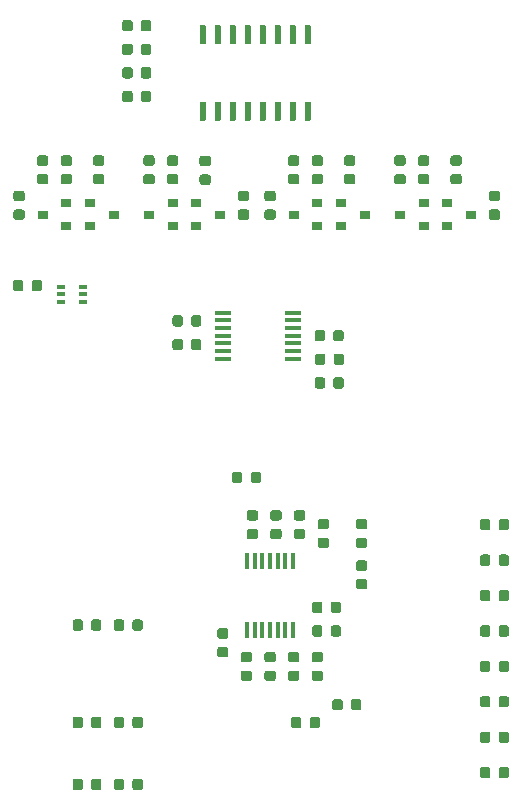
<source format=gbr>
G04 #@! TF.GenerationSoftware,KiCad,Pcbnew,5.1.4*
G04 #@! TF.CreationDate,2019-11-07T00:58:56-05:00*
G04 #@! TF.ProjectId,level-shifter-demo,6c657665-6c2d-4736-9869-667465722d64,rev?*
G04 #@! TF.SameCoordinates,Original*
G04 #@! TF.FileFunction,Paste,Top*
G04 #@! TF.FilePolarity,Positive*
%FSLAX46Y46*%
G04 Gerber Fmt 4.6, Leading zero omitted, Abs format (unit mm)*
G04 Created by KiCad (PCBNEW 5.1.4) date 2019-11-07 00:58:56*
%MOMM*%
%LPD*%
G04 APERTURE LIST*
%ADD10C,0.100000*%
%ADD11C,0.550000*%
%ADD12C,0.875000*%
%ADD13R,0.900000X0.800000*%
%ADD14R,1.450000X0.450000*%
%ADD15R,0.650000X0.400000*%
%ADD16R,0.450000X1.450000*%
G04 APERTURE END LIST*
D10*
G36*
X236345977Y-120700662D02*
G01*
X236359325Y-120702642D01*
X236372414Y-120705921D01*
X236385119Y-120710467D01*
X236397317Y-120716236D01*
X236408891Y-120723173D01*
X236419729Y-120731211D01*
X236429727Y-120740273D01*
X236438789Y-120750271D01*
X236446827Y-120761109D01*
X236453764Y-120772683D01*
X236459533Y-120784881D01*
X236464079Y-120797586D01*
X236467358Y-120810675D01*
X236469338Y-120824023D01*
X236470000Y-120837500D01*
X236470000Y-122162500D01*
X236469338Y-122175977D01*
X236467358Y-122189325D01*
X236464079Y-122202414D01*
X236459533Y-122215119D01*
X236453764Y-122227317D01*
X236446827Y-122238891D01*
X236438789Y-122249729D01*
X236429727Y-122259727D01*
X236419729Y-122268789D01*
X236408891Y-122276827D01*
X236397317Y-122283764D01*
X236385119Y-122289533D01*
X236372414Y-122294079D01*
X236359325Y-122297358D01*
X236345977Y-122299338D01*
X236332500Y-122300000D01*
X236057500Y-122300000D01*
X236044023Y-122299338D01*
X236030675Y-122297358D01*
X236017586Y-122294079D01*
X236004881Y-122289533D01*
X235992683Y-122283764D01*
X235981109Y-122276827D01*
X235970271Y-122268789D01*
X235960273Y-122259727D01*
X235951211Y-122249729D01*
X235943173Y-122238891D01*
X235936236Y-122227317D01*
X235930467Y-122215119D01*
X235925921Y-122202414D01*
X235922642Y-122189325D01*
X235920662Y-122175977D01*
X235920000Y-122162500D01*
X235920000Y-120837500D01*
X235920662Y-120824023D01*
X235922642Y-120810675D01*
X235925921Y-120797586D01*
X235930467Y-120784881D01*
X235936236Y-120772683D01*
X235943173Y-120761109D01*
X235951211Y-120750271D01*
X235960273Y-120740273D01*
X235970271Y-120731211D01*
X235981109Y-120723173D01*
X235992683Y-120716236D01*
X236004881Y-120710467D01*
X236017586Y-120705921D01*
X236030675Y-120702642D01*
X236044023Y-120700662D01*
X236057500Y-120700000D01*
X236332500Y-120700000D01*
X236345977Y-120700662D01*
X236345977Y-120700662D01*
G37*
D11*
X236195000Y-121500000D03*
D10*
G36*
X235075977Y-120700662D02*
G01*
X235089325Y-120702642D01*
X235102414Y-120705921D01*
X235115119Y-120710467D01*
X235127317Y-120716236D01*
X235138891Y-120723173D01*
X235149729Y-120731211D01*
X235159727Y-120740273D01*
X235168789Y-120750271D01*
X235176827Y-120761109D01*
X235183764Y-120772683D01*
X235189533Y-120784881D01*
X235194079Y-120797586D01*
X235197358Y-120810675D01*
X235199338Y-120824023D01*
X235200000Y-120837500D01*
X235200000Y-122162500D01*
X235199338Y-122175977D01*
X235197358Y-122189325D01*
X235194079Y-122202414D01*
X235189533Y-122215119D01*
X235183764Y-122227317D01*
X235176827Y-122238891D01*
X235168789Y-122249729D01*
X235159727Y-122259727D01*
X235149729Y-122268789D01*
X235138891Y-122276827D01*
X235127317Y-122283764D01*
X235115119Y-122289533D01*
X235102414Y-122294079D01*
X235089325Y-122297358D01*
X235075977Y-122299338D01*
X235062500Y-122300000D01*
X234787500Y-122300000D01*
X234774023Y-122299338D01*
X234760675Y-122297358D01*
X234747586Y-122294079D01*
X234734881Y-122289533D01*
X234722683Y-122283764D01*
X234711109Y-122276827D01*
X234700271Y-122268789D01*
X234690273Y-122259727D01*
X234681211Y-122249729D01*
X234673173Y-122238891D01*
X234666236Y-122227317D01*
X234660467Y-122215119D01*
X234655921Y-122202414D01*
X234652642Y-122189325D01*
X234650662Y-122175977D01*
X234650000Y-122162500D01*
X234650000Y-120837500D01*
X234650662Y-120824023D01*
X234652642Y-120810675D01*
X234655921Y-120797586D01*
X234660467Y-120784881D01*
X234666236Y-120772683D01*
X234673173Y-120761109D01*
X234681211Y-120750271D01*
X234690273Y-120740273D01*
X234700271Y-120731211D01*
X234711109Y-120723173D01*
X234722683Y-120716236D01*
X234734881Y-120710467D01*
X234747586Y-120705921D01*
X234760675Y-120702642D01*
X234774023Y-120700662D01*
X234787500Y-120700000D01*
X235062500Y-120700000D01*
X235075977Y-120700662D01*
X235075977Y-120700662D01*
G37*
D11*
X234925000Y-121500000D03*
D10*
G36*
X233805977Y-120700662D02*
G01*
X233819325Y-120702642D01*
X233832414Y-120705921D01*
X233845119Y-120710467D01*
X233857317Y-120716236D01*
X233868891Y-120723173D01*
X233879729Y-120731211D01*
X233889727Y-120740273D01*
X233898789Y-120750271D01*
X233906827Y-120761109D01*
X233913764Y-120772683D01*
X233919533Y-120784881D01*
X233924079Y-120797586D01*
X233927358Y-120810675D01*
X233929338Y-120824023D01*
X233930000Y-120837500D01*
X233930000Y-122162500D01*
X233929338Y-122175977D01*
X233927358Y-122189325D01*
X233924079Y-122202414D01*
X233919533Y-122215119D01*
X233913764Y-122227317D01*
X233906827Y-122238891D01*
X233898789Y-122249729D01*
X233889727Y-122259727D01*
X233879729Y-122268789D01*
X233868891Y-122276827D01*
X233857317Y-122283764D01*
X233845119Y-122289533D01*
X233832414Y-122294079D01*
X233819325Y-122297358D01*
X233805977Y-122299338D01*
X233792500Y-122300000D01*
X233517500Y-122300000D01*
X233504023Y-122299338D01*
X233490675Y-122297358D01*
X233477586Y-122294079D01*
X233464881Y-122289533D01*
X233452683Y-122283764D01*
X233441109Y-122276827D01*
X233430271Y-122268789D01*
X233420273Y-122259727D01*
X233411211Y-122249729D01*
X233403173Y-122238891D01*
X233396236Y-122227317D01*
X233390467Y-122215119D01*
X233385921Y-122202414D01*
X233382642Y-122189325D01*
X233380662Y-122175977D01*
X233380000Y-122162500D01*
X233380000Y-120837500D01*
X233380662Y-120824023D01*
X233382642Y-120810675D01*
X233385921Y-120797586D01*
X233390467Y-120784881D01*
X233396236Y-120772683D01*
X233403173Y-120761109D01*
X233411211Y-120750271D01*
X233420273Y-120740273D01*
X233430271Y-120731211D01*
X233441109Y-120723173D01*
X233452683Y-120716236D01*
X233464881Y-120710467D01*
X233477586Y-120705921D01*
X233490675Y-120702642D01*
X233504023Y-120700662D01*
X233517500Y-120700000D01*
X233792500Y-120700000D01*
X233805977Y-120700662D01*
X233805977Y-120700662D01*
G37*
D11*
X233655000Y-121500000D03*
D10*
G36*
X232535977Y-120700662D02*
G01*
X232549325Y-120702642D01*
X232562414Y-120705921D01*
X232575119Y-120710467D01*
X232587317Y-120716236D01*
X232598891Y-120723173D01*
X232609729Y-120731211D01*
X232619727Y-120740273D01*
X232628789Y-120750271D01*
X232636827Y-120761109D01*
X232643764Y-120772683D01*
X232649533Y-120784881D01*
X232654079Y-120797586D01*
X232657358Y-120810675D01*
X232659338Y-120824023D01*
X232660000Y-120837500D01*
X232660000Y-122162500D01*
X232659338Y-122175977D01*
X232657358Y-122189325D01*
X232654079Y-122202414D01*
X232649533Y-122215119D01*
X232643764Y-122227317D01*
X232636827Y-122238891D01*
X232628789Y-122249729D01*
X232619727Y-122259727D01*
X232609729Y-122268789D01*
X232598891Y-122276827D01*
X232587317Y-122283764D01*
X232575119Y-122289533D01*
X232562414Y-122294079D01*
X232549325Y-122297358D01*
X232535977Y-122299338D01*
X232522500Y-122300000D01*
X232247500Y-122300000D01*
X232234023Y-122299338D01*
X232220675Y-122297358D01*
X232207586Y-122294079D01*
X232194881Y-122289533D01*
X232182683Y-122283764D01*
X232171109Y-122276827D01*
X232160271Y-122268789D01*
X232150273Y-122259727D01*
X232141211Y-122249729D01*
X232133173Y-122238891D01*
X232126236Y-122227317D01*
X232120467Y-122215119D01*
X232115921Y-122202414D01*
X232112642Y-122189325D01*
X232110662Y-122175977D01*
X232110000Y-122162500D01*
X232110000Y-120837500D01*
X232110662Y-120824023D01*
X232112642Y-120810675D01*
X232115921Y-120797586D01*
X232120467Y-120784881D01*
X232126236Y-120772683D01*
X232133173Y-120761109D01*
X232141211Y-120750271D01*
X232150273Y-120740273D01*
X232160271Y-120731211D01*
X232171109Y-120723173D01*
X232182683Y-120716236D01*
X232194881Y-120710467D01*
X232207586Y-120705921D01*
X232220675Y-120702642D01*
X232234023Y-120700662D01*
X232247500Y-120700000D01*
X232522500Y-120700000D01*
X232535977Y-120700662D01*
X232535977Y-120700662D01*
G37*
D11*
X232385000Y-121500000D03*
D10*
G36*
X231265977Y-120700662D02*
G01*
X231279325Y-120702642D01*
X231292414Y-120705921D01*
X231305119Y-120710467D01*
X231317317Y-120716236D01*
X231328891Y-120723173D01*
X231339729Y-120731211D01*
X231349727Y-120740273D01*
X231358789Y-120750271D01*
X231366827Y-120761109D01*
X231373764Y-120772683D01*
X231379533Y-120784881D01*
X231384079Y-120797586D01*
X231387358Y-120810675D01*
X231389338Y-120824023D01*
X231390000Y-120837500D01*
X231390000Y-122162500D01*
X231389338Y-122175977D01*
X231387358Y-122189325D01*
X231384079Y-122202414D01*
X231379533Y-122215119D01*
X231373764Y-122227317D01*
X231366827Y-122238891D01*
X231358789Y-122249729D01*
X231349727Y-122259727D01*
X231339729Y-122268789D01*
X231328891Y-122276827D01*
X231317317Y-122283764D01*
X231305119Y-122289533D01*
X231292414Y-122294079D01*
X231279325Y-122297358D01*
X231265977Y-122299338D01*
X231252500Y-122300000D01*
X230977500Y-122300000D01*
X230964023Y-122299338D01*
X230950675Y-122297358D01*
X230937586Y-122294079D01*
X230924881Y-122289533D01*
X230912683Y-122283764D01*
X230901109Y-122276827D01*
X230890271Y-122268789D01*
X230880273Y-122259727D01*
X230871211Y-122249729D01*
X230863173Y-122238891D01*
X230856236Y-122227317D01*
X230850467Y-122215119D01*
X230845921Y-122202414D01*
X230842642Y-122189325D01*
X230840662Y-122175977D01*
X230840000Y-122162500D01*
X230840000Y-120837500D01*
X230840662Y-120824023D01*
X230842642Y-120810675D01*
X230845921Y-120797586D01*
X230850467Y-120784881D01*
X230856236Y-120772683D01*
X230863173Y-120761109D01*
X230871211Y-120750271D01*
X230880273Y-120740273D01*
X230890271Y-120731211D01*
X230901109Y-120723173D01*
X230912683Y-120716236D01*
X230924881Y-120710467D01*
X230937586Y-120705921D01*
X230950675Y-120702642D01*
X230964023Y-120700662D01*
X230977500Y-120700000D01*
X231252500Y-120700000D01*
X231265977Y-120700662D01*
X231265977Y-120700662D01*
G37*
D11*
X231115000Y-121500000D03*
D10*
G36*
X229995977Y-120700662D02*
G01*
X230009325Y-120702642D01*
X230022414Y-120705921D01*
X230035119Y-120710467D01*
X230047317Y-120716236D01*
X230058891Y-120723173D01*
X230069729Y-120731211D01*
X230079727Y-120740273D01*
X230088789Y-120750271D01*
X230096827Y-120761109D01*
X230103764Y-120772683D01*
X230109533Y-120784881D01*
X230114079Y-120797586D01*
X230117358Y-120810675D01*
X230119338Y-120824023D01*
X230120000Y-120837500D01*
X230120000Y-122162500D01*
X230119338Y-122175977D01*
X230117358Y-122189325D01*
X230114079Y-122202414D01*
X230109533Y-122215119D01*
X230103764Y-122227317D01*
X230096827Y-122238891D01*
X230088789Y-122249729D01*
X230079727Y-122259727D01*
X230069729Y-122268789D01*
X230058891Y-122276827D01*
X230047317Y-122283764D01*
X230035119Y-122289533D01*
X230022414Y-122294079D01*
X230009325Y-122297358D01*
X229995977Y-122299338D01*
X229982500Y-122300000D01*
X229707500Y-122300000D01*
X229694023Y-122299338D01*
X229680675Y-122297358D01*
X229667586Y-122294079D01*
X229654881Y-122289533D01*
X229642683Y-122283764D01*
X229631109Y-122276827D01*
X229620271Y-122268789D01*
X229610273Y-122259727D01*
X229601211Y-122249729D01*
X229593173Y-122238891D01*
X229586236Y-122227317D01*
X229580467Y-122215119D01*
X229575921Y-122202414D01*
X229572642Y-122189325D01*
X229570662Y-122175977D01*
X229570000Y-122162500D01*
X229570000Y-120837500D01*
X229570662Y-120824023D01*
X229572642Y-120810675D01*
X229575921Y-120797586D01*
X229580467Y-120784881D01*
X229586236Y-120772683D01*
X229593173Y-120761109D01*
X229601211Y-120750271D01*
X229610273Y-120740273D01*
X229620271Y-120731211D01*
X229631109Y-120723173D01*
X229642683Y-120716236D01*
X229654881Y-120710467D01*
X229667586Y-120705921D01*
X229680675Y-120702642D01*
X229694023Y-120700662D01*
X229707500Y-120700000D01*
X229982500Y-120700000D01*
X229995977Y-120700662D01*
X229995977Y-120700662D01*
G37*
D11*
X229845000Y-121500000D03*
D10*
G36*
X228725977Y-120700662D02*
G01*
X228739325Y-120702642D01*
X228752414Y-120705921D01*
X228765119Y-120710467D01*
X228777317Y-120716236D01*
X228788891Y-120723173D01*
X228799729Y-120731211D01*
X228809727Y-120740273D01*
X228818789Y-120750271D01*
X228826827Y-120761109D01*
X228833764Y-120772683D01*
X228839533Y-120784881D01*
X228844079Y-120797586D01*
X228847358Y-120810675D01*
X228849338Y-120824023D01*
X228850000Y-120837500D01*
X228850000Y-122162500D01*
X228849338Y-122175977D01*
X228847358Y-122189325D01*
X228844079Y-122202414D01*
X228839533Y-122215119D01*
X228833764Y-122227317D01*
X228826827Y-122238891D01*
X228818789Y-122249729D01*
X228809727Y-122259727D01*
X228799729Y-122268789D01*
X228788891Y-122276827D01*
X228777317Y-122283764D01*
X228765119Y-122289533D01*
X228752414Y-122294079D01*
X228739325Y-122297358D01*
X228725977Y-122299338D01*
X228712500Y-122300000D01*
X228437500Y-122300000D01*
X228424023Y-122299338D01*
X228410675Y-122297358D01*
X228397586Y-122294079D01*
X228384881Y-122289533D01*
X228372683Y-122283764D01*
X228361109Y-122276827D01*
X228350271Y-122268789D01*
X228340273Y-122259727D01*
X228331211Y-122249729D01*
X228323173Y-122238891D01*
X228316236Y-122227317D01*
X228310467Y-122215119D01*
X228305921Y-122202414D01*
X228302642Y-122189325D01*
X228300662Y-122175977D01*
X228300000Y-122162500D01*
X228300000Y-120837500D01*
X228300662Y-120824023D01*
X228302642Y-120810675D01*
X228305921Y-120797586D01*
X228310467Y-120784881D01*
X228316236Y-120772683D01*
X228323173Y-120761109D01*
X228331211Y-120750271D01*
X228340273Y-120740273D01*
X228350271Y-120731211D01*
X228361109Y-120723173D01*
X228372683Y-120716236D01*
X228384881Y-120710467D01*
X228397586Y-120705921D01*
X228410675Y-120702642D01*
X228424023Y-120700662D01*
X228437500Y-120700000D01*
X228712500Y-120700000D01*
X228725977Y-120700662D01*
X228725977Y-120700662D01*
G37*
D11*
X228575000Y-121500000D03*
D10*
G36*
X227455977Y-120700662D02*
G01*
X227469325Y-120702642D01*
X227482414Y-120705921D01*
X227495119Y-120710467D01*
X227507317Y-120716236D01*
X227518891Y-120723173D01*
X227529729Y-120731211D01*
X227539727Y-120740273D01*
X227548789Y-120750271D01*
X227556827Y-120761109D01*
X227563764Y-120772683D01*
X227569533Y-120784881D01*
X227574079Y-120797586D01*
X227577358Y-120810675D01*
X227579338Y-120824023D01*
X227580000Y-120837500D01*
X227580000Y-122162500D01*
X227579338Y-122175977D01*
X227577358Y-122189325D01*
X227574079Y-122202414D01*
X227569533Y-122215119D01*
X227563764Y-122227317D01*
X227556827Y-122238891D01*
X227548789Y-122249729D01*
X227539727Y-122259727D01*
X227529729Y-122268789D01*
X227518891Y-122276827D01*
X227507317Y-122283764D01*
X227495119Y-122289533D01*
X227482414Y-122294079D01*
X227469325Y-122297358D01*
X227455977Y-122299338D01*
X227442500Y-122300000D01*
X227167500Y-122300000D01*
X227154023Y-122299338D01*
X227140675Y-122297358D01*
X227127586Y-122294079D01*
X227114881Y-122289533D01*
X227102683Y-122283764D01*
X227091109Y-122276827D01*
X227080271Y-122268789D01*
X227070273Y-122259727D01*
X227061211Y-122249729D01*
X227053173Y-122238891D01*
X227046236Y-122227317D01*
X227040467Y-122215119D01*
X227035921Y-122202414D01*
X227032642Y-122189325D01*
X227030662Y-122175977D01*
X227030000Y-122162500D01*
X227030000Y-120837500D01*
X227030662Y-120824023D01*
X227032642Y-120810675D01*
X227035921Y-120797586D01*
X227040467Y-120784881D01*
X227046236Y-120772683D01*
X227053173Y-120761109D01*
X227061211Y-120750271D01*
X227070273Y-120740273D01*
X227080271Y-120731211D01*
X227091109Y-120723173D01*
X227102683Y-120716236D01*
X227114881Y-120710467D01*
X227127586Y-120705921D01*
X227140675Y-120702642D01*
X227154023Y-120700662D01*
X227167500Y-120700000D01*
X227442500Y-120700000D01*
X227455977Y-120700662D01*
X227455977Y-120700662D01*
G37*
D11*
X227305000Y-121500000D03*
D10*
G36*
X227455977Y-127200662D02*
G01*
X227469325Y-127202642D01*
X227482414Y-127205921D01*
X227495119Y-127210467D01*
X227507317Y-127216236D01*
X227518891Y-127223173D01*
X227529729Y-127231211D01*
X227539727Y-127240273D01*
X227548789Y-127250271D01*
X227556827Y-127261109D01*
X227563764Y-127272683D01*
X227569533Y-127284881D01*
X227574079Y-127297586D01*
X227577358Y-127310675D01*
X227579338Y-127324023D01*
X227580000Y-127337500D01*
X227580000Y-128662500D01*
X227579338Y-128675977D01*
X227577358Y-128689325D01*
X227574079Y-128702414D01*
X227569533Y-128715119D01*
X227563764Y-128727317D01*
X227556827Y-128738891D01*
X227548789Y-128749729D01*
X227539727Y-128759727D01*
X227529729Y-128768789D01*
X227518891Y-128776827D01*
X227507317Y-128783764D01*
X227495119Y-128789533D01*
X227482414Y-128794079D01*
X227469325Y-128797358D01*
X227455977Y-128799338D01*
X227442500Y-128800000D01*
X227167500Y-128800000D01*
X227154023Y-128799338D01*
X227140675Y-128797358D01*
X227127586Y-128794079D01*
X227114881Y-128789533D01*
X227102683Y-128783764D01*
X227091109Y-128776827D01*
X227080271Y-128768789D01*
X227070273Y-128759727D01*
X227061211Y-128749729D01*
X227053173Y-128738891D01*
X227046236Y-128727317D01*
X227040467Y-128715119D01*
X227035921Y-128702414D01*
X227032642Y-128689325D01*
X227030662Y-128675977D01*
X227030000Y-128662500D01*
X227030000Y-127337500D01*
X227030662Y-127324023D01*
X227032642Y-127310675D01*
X227035921Y-127297586D01*
X227040467Y-127284881D01*
X227046236Y-127272683D01*
X227053173Y-127261109D01*
X227061211Y-127250271D01*
X227070273Y-127240273D01*
X227080271Y-127231211D01*
X227091109Y-127223173D01*
X227102683Y-127216236D01*
X227114881Y-127210467D01*
X227127586Y-127205921D01*
X227140675Y-127202642D01*
X227154023Y-127200662D01*
X227167500Y-127200000D01*
X227442500Y-127200000D01*
X227455977Y-127200662D01*
X227455977Y-127200662D01*
G37*
D11*
X227305000Y-128000000D03*
D10*
G36*
X228725977Y-127200662D02*
G01*
X228739325Y-127202642D01*
X228752414Y-127205921D01*
X228765119Y-127210467D01*
X228777317Y-127216236D01*
X228788891Y-127223173D01*
X228799729Y-127231211D01*
X228809727Y-127240273D01*
X228818789Y-127250271D01*
X228826827Y-127261109D01*
X228833764Y-127272683D01*
X228839533Y-127284881D01*
X228844079Y-127297586D01*
X228847358Y-127310675D01*
X228849338Y-127324023D01*
X228850000Y-127337500D01*
X228850000Y-128662500D01*
X228849338Y-128675977D01*
X228847358Y-128689325D01*
X228844079Y-128702414D01*
X228839533Y-128715119D01*
X228833764Y-128727317D01*
X228826827Y-128738891D01*
X228818789Y-128749729D01*
X228809727Y-128759727D01*
X228799729Y-128768789D01*
X228788891Y-128776827D01*
X228777317Y-128783764D01*
X228765119Y-128789533D01*
X228752414Y-128794079D01*
X228739325Y-128797358D01*
X228725977Y-128799338D01*
X228712500Y-128800000D01*
X228437500Y-128800000D01*
X228424023Y-128799338D01*
X228410675Y-128797358D01*
X228397586Y-128794079D01*
X228384881Y-128789533D01*
X228372683Y-128783764D01*
X228361109Y-128776827D01*
X228350271Y-128768789D01*
X228340273Y-128759727D01*
X228331211Y-128749729D01*
X228323173Y-128738891D01*
X228316236Y-128727317D01*
X228310467Y-128715119D01*
X228305921Y-128702414D01*
X228302642Y-128689325D01*
X228300662Y-128675977D01*
X228300000Y-128662500D01*
X228300000Y-127337500D01*
X228300662Y-127324023D01*
X228302642Y-127310675D01*
X228305921Y-127297586D01*
X228310467Y-127284881D01*
X228316236Y-127272683D01*
X228323173Y-127261109D01*
X228331211Y-127250271D01*
X228340273Y-127240273D01*
X228350271Y-127231211D01*
X228361109Y-127223173D01*
X228372683Y-127216236D01*
X228384881Y-127210467D01*
X228397586Y-127205921D01*
X228410675Y-127202642D01*
X228424023Y-127200662D01*
X228437500Y-127200000D01*
X228712500Y-127200000D01*
X228725977Y-127200662D01*
X228725977Y-127200662D01*
G37*
D11*
X228575000Y-128000000D03*
D10*
G36*
X229995977Y-127200662D02*
G01*
X230009325Y-127202642D01*
X230022414Y-127205921D01*
X230035119Y-127210467D01*
X230047317Y-127216236D01*
X230058891Y-127223173D01*
X230069729Y-127231211D01*
X230079727Y-127240273D01*
X230088789Y-127250271D01*
X230096827Y-127261109D01*
X230103764Y-127272683D01*
X230109533Y-127284881D01*
X230114079Y-127297586D01*
X230117358Y-127310675D01*
X230119338Y-127324023D01*
X230120000Y-127337500D01*
X230120000Y-128662500D01*
X230119338Y-128675977D01*
X230117358Y-128689325D01*
X230114079Y-128702414D01*
X230109533Y-128715119D01*
X230103764Y-128727317D01*
X230096827Y-128738891D01*
X230088789Y-128749729D01*
X230079727Y-128759727D01*
X230069729Y-128768789D01*
X230058891Y-128776827D01*
X230047317Y-128783764D01*
X230035119Y-128789533D01*
X230022414Y-128794079D01*
X230009325Y-128797358D01*
X229995977Y-128799338D01*
X229982500Y-128800000D01*
X229707500Y-128800000D01*
X229694023Y-128799338D01*
X229680675Y-128797358D01*
X229667586Y-128794079D01*
X229654881Y-128789533D01*
X229642683Y-128783764D01*
X229631109Y-128776827D01*
X229620271Y-128768789D01*
X229610273Y-128759727D01*
X229601211Y-128749729D01*
X229593173Y-128738891D01*
X229586236Y-128727317D01*
X229580467Y-128715119D01*
X229575921Y-128702414D01*
X229572642Y-128689325D01*
X229570662Y-128675977D01*
X229570000Y-128662500D01*
X229570000Y-127337500D01*
X229570662Y-127324023D01*
X229572642Y-127310675D01*
X229575921Y-127297586D01*
X229580467Y-127284881D01*
X229586236Y-127272683D01*
X229593173Y-127261109D01*
X229601211Y-127250271D01*
X229610273Y-127240273D01*
X229620271Y-127231211D01*
X229631109Y-127223173D01*
X229642683Y-127216236D01*
X229654881Y-127210467D01*
X229667586Y-127205921D01*
X229680675Y-127202642D01*
X229694023Y-127200662D01*
X229707500Y-127200000D01*
X229982500Y-127200000D01*
X229995977Y-127200662D01*
X229995977Y-127200662D01*
G37*
D11*
X229845000Y-128000000D03*
D10*
G36*
X231265977Y-127200662D02*
G01*
X231279325Y-127202642D01*
X231292414Y-127205921D01*
X231305119Y-127210467D01*
X231317317Y-127216236D01*
X231328891Y-127223173D01*
X231339729Y-127231211D01*
X231349727Y-127240273D01*
X231358789Y-127250271D01*
X231366827Y-127261109D01*
X231373764Y-127272683D01*
X231379533Y-127284881D01*
X231384079Y-127297586D01*
X231387358Y-127310675D01*
X231389338Y-127324023D01*
X231390000Y-127337500D01*
X231390000Y-128662500D01*
X231389338Y-128675977D01*
X231387358Y-128689325D01*
X231384079Y-128702414D01*
X231379533Y-128715119D01*
X231373764Y-128727317D01*
X231366827Y-128738891D01*
X231358789Y-128749729D01*
X231349727Y-128759727D01*
X231339729Y-128768789D01*
X231328891Y-128776827D01*
X231317317Y-128783764D01*
X231305119Y-128789533D01*
X231292414Y-128794079D01*
X231279325Y-128797358D01*
X231265977Y-128799338D01*
X231252500Y-128800000D01*
X230977500Y-128800000D01*
X230964023Y-128799338D01*
X230950675Y-128797358D01*
X230937586Y-128794079D01*
X230924881Y-128789533D01*
X230912683Y-128783764D01*
X230901109Y-128776827D01*
X230890271Y-128768789D01*
X230880273Y-128759727D01*
X230871211Y-128749729D01*
X230863173Y-128738891D01*
X230856236Y-128727317D01*
X230850467Y-128715119D01*
X230845921Y-128702414D01*
X230842642Y-128689325D01*
X230840662Y-128675977D01*
X230840000Y-128662500D01*
X230840000Y-127337500D01*
X230840662Y-127324023D01*
X230842642Y-127310675D01*
X230845921Y-127297586D01*
X230850467Y-127284881D01*
X230856236Y-127272683D01*
X230863173Y-127261109D01*
X230871211Y-127250271D01*
X230880273Y-127240273D01*
X230890271Y-127231211D01*
X230901109Y-127223173D01*
X230912683Y-127216236D01*
X230924881Y-127210467D01*
X230937586Y-127205921D01*
X230950675Y-127202642D01*
X230964023Y-127200662D01*
X230977500Y-127200000D01*
X231252500Y-127200000D01*
X231265977Y-127200662D01*
X231265977Y-127200662D01*
G37*
D11*
X231115000Y-128000000D03*
D10*
G36*
X232535977Y-127200662D02*
G01*
X232549325Y-127202642D01*
X232562414Y-127205921D01*
X232575119Y-127210467D01*
X232587317Y-127216236D01*
X232598891Y-127223173D01*
X232609729Y-127231211D01*
X232619727Y-127240273D01*
X232628789Y-127250271D01*
X232636827Y-127261109D01*
X232643764Y-127272683D01*
X232649533Y-127284881D01*
X232654079Y-127297586D01*
X232657358Y-127310675D01*
X232659338Y-127324023D01*
X232660000Y-127337500D01*
X232660000Y-128662500D01*
X232659338Y-128675977D01*
X232657358Y-128689325D01*
X232654079Y-128702414D01*
X232649533Y-128715119D01*
X232643764Y-128727317D01*
X232636827Y-128738891D01*
X232628789Y-128749729D01*
X232619727Y-128759727D01*
X232609729Y-128768789D01*
X232598891Y-128776827D01*
X232587317Y-128783764D01*
X232575119Y-128789533D01*
X232562414Y-128794079D01*
X232549325Y-128797358D01*
X232535977Y-128799338D01*
X232522500Y-128800000D01*
X232247500Y-128800000D01*
X232234023Y-128799338D01*
X232220675Y-128797358D01*
X232207586Y-128794079D01*
X232194881Y-128789533D01*
X232182683Y-128783764D01*
X232171109Y-128776827D01*
X232160271Y-128768789D01*
X232150273Y-128759727D01*
X232141211Y-128749729D01*
X232133173Y-128738891D01*
X232126236Y-128727317D01*
X232120467Y-128715119D01*
X232115921Y-128702414D01*
X232112642Y-128689325D01*
X232110662Y-128675977D01*
X232110000Y-128662500D01*
X232110000Y-127337500D01*
X232110662Y-127324023D01*
X232112642Y-127310675D01*
X232115921Y-127297586D01*
X232120467Y-127284881D01*
X232126236Y-127272683D01*
X232133173Y-127261109D01*
X232141211Y-127250271D01*
X232150273Y-127240273D01*
X232160271Y-127231211D01*
X232171109Y-127223173D01*
X232182683Y-127216236D01*
X232194881Y-127210467D01*
X232207586Y-127205921D01*
X232220675Y-127202642D01*
X232234023Y-127200662D01*
X232247500Y-127200000D01*
X232522500Y-127200000D01*
X232535977Y-127200662D01*
X232535977Y-127200662D01*
G37*
D11*
X232385000Y-128000000D03*
D10*
G36*
X233805977Y-127200662D02*
G01*
X233819325Y-127202642D01*
X233832414Y-127205921D01*
X233845119Y-127210467D01*
X233857317Y-127216236D01*
X233868891Y-127223173D01*
X233879729Y-127231211D01*
X233889727Y-127240273D01*
X233898789Y-127250271D01*
X233906827Y-127261109D01*
X233913764Y-127272683D01*
X233919533Y-127284881D01*
X233924079Y-127297586D01*
X233927358Y-127310675D01*
X233929338Y-127324023D01*
X233930000Y-127337500D01*
X233930000Y-128662500D01*
X233929338Y-128675977D01*
X233927358Y-128689325D01*
X233924079Y-128702414D01*
X233919533Y-128715119D01*
X233913764Y-128727317D01*
X233906827Y-128738891D01*
X233898789Y-128749729D01*
X233889727Y-128759727D01*
X233879729Y-128768789D01*
X233868891Y-128776827D01*
X233857317Y-128783764D01*
X233845119Y-128789533D01*
X233832414Y-128794079D01*
X233819325Y-128797358D01*
X233805977Y-128799338D01*
X233792500Y-128800000D01*
X233517500Y-128800000D01*
X233504023Y-128799338D01*
X233490675Y-128797358D01*
X233477586Y-128794079D01*
X233464881Y-128789533D01*
X233452683Y-128783764D01*
X233441109Y-128776827D01*
X233430271Y-128768789D01*
X233420273Y-128759727D01*
X233411211Y-128749729D01*
X233403173Y-128738891D01*
X233396236Y-128727317D01*
X233390467Y-128715119D01*
X233385921Y-128702414D01*
X233382642Y-128689325D01*
X233380662Y-128675977D01*
X233380000Y-128662500D01*
X233380000Y-127337500D01*
X233380662Y-127324023D01*
X233382642Y-127310675D01*
X233385921Y-127297586D01*
X233390467Y-127284881D01*
X233396236Y-127272683D01*
X233403173Y-127261109D01*
X233411211Y-127250271D01*
X233420273Y-127240273D01*
X233430271Y-127231211D01*
X233441109Y-127223173D01*
X233452683Y-127216236D01*
X233464881Y-127210467D01*
X233477586Y-127205921D01*
X233490675Y-127202642D01*
X233504023Y-127200662D01*
X233517500Y-127200000D01*
X233792500Y-127200000D01*
X233805977Y-127200662D01*
X233805977Y-127200662D01*
G37*
D11*
X233655000Y-128000000D03*
D10*
G36*
X235075977Y-127200662D02*
G01*
X235089325Y-127202642D01*
X235102414Y-127205921D01*
X235115119Y-127210467D01*
X235127317Y-127216236D01*
X235138891Y-127223173D01*
X235149729Y-127231211D01*
X235159727Y-127240273D01*
X235168789Y-127250271D01*
X235176827Y-127261109D01*
X235183764Y-127272683D01*
X235189533Y-127284881D01*
X235194079Y-127297586D01*
X235197358Y-127310675D01*
X235199338Y-127324023D01*
X235200000Y-127337500D01*
X235200000Y-128662500D01*
X235199338Y-128675977D01*
X235197358Y-128689325D01*
X235194079Y-128702414D01*
X235189533Y-128715119D01*
X235183764Y-128727317D01*
X235176827Y-128738891D01*
X235168789Y-128749729D01*
X235159727Y-128759727D01*
X235149729Y-128768789D01*
X235138891Y-128776827D01*
X235127317Y-128783764D01*
X235115119Y-128789533D01*
X235102414Y-128794079D01*
X235089325Y-128797358D01*
X235075977Y-128799338D01*
X235062500Y-128800000D01*
X234787500Y-128800000D01*
X234774023Y-128799338D01*
X234760675Y-128797358D01*
X234747586Y-128794079D01*
X234734881Y-128789533D01*
X234722683Y-128783764D01*
X234711109Y-128776827D01*
X234700271Y-128768789D01*
X234690273Y-128759727D01*
X234681211Y-128749729D01*
X234673173Y-128738891D01*
X234666236Y-128727317D01*
X234660467Y-128715119D01*
X234655921Y-128702414D01*
X234652642Y-128689325D01*
X234650662Y-128675977D01*
X234650000Y-128662500D01*
X234650000Y-127337500D01*
X234650662Y-127324023D01*
X234652642Y-127310675D01*
X234655921Y-127297586D01*
X234660467Y-127284881D01*
X234666236Y-127272683D01*
X234673173Y-127261109D01*
X234681211Y-127250271D01*
X234690273Y-127240273D01*
X234700271Y-127231211D01*
X234711109Y-127223173D01*
X234722683Y-127216236D01*
X234734881Y-127210467D01*
X234747586Y-127205921D01*
X234760675Y-127202642D01*
X234774023Y-127200662D01*
X234787500Y-127200000D01*
X235062500Y-127200000D01*
X235075977Y-127200662D01*
X235075977Y-127200662D01*
G37*
D11*
X234925000Y-128000000D03*
D10*
G36*
X236345977Y-127200662D02*
G01*
X236359325Y-127202642D01*
X236372414Y-127205921D01*
X236385119Y-127210467D01*
X236397317Y-127216236D01*
X236408891Y-127223173D01*
X236419729Y-127231211D01*
X236429727Y-127240273D01*
X236438789Y-127250271D01*
X236446827Y-127261109D01*
X236453764Y-127272683D01*
X236459533Y-127284881D01*
X236464079Y-127297586D01*
X236467358Y-127310675D01*
X236469338Y-127324023D01*
X236470000Y-127337500D01*
X236470000Y-128662500D01*
X236469338Y-128675977D01*
X236467358Y-128689325D01*
X236464079Y-128702414D01*
X236459533Y-128715119D01*
X236453764Y-128727317D01*
X236446827Y-128738891D01*
X236438789Y-128749729D01*
X236429727Y-128759727D01*
X236419729Y-128768789D01*
X236408891Y-128776827D01*
X236397317Y-128783764D01*
X236385119Y-128789533D01*
X236372414Y-128794079D01*
X236359325Y-128797358D01*
X236345977Y-128799338D01*
X236332500Y-128800000D01*
X236057500Y-128800000D01*
X236044023Y-128799338D01*
X236030675Y-128797358D01*
X236017586Y-128794079D01*
X236004881Y-128789533D01*
X235992683Y-128783764D01*
X235981109Y-128776827D01*
X235970271Y-128768789D01*
X235960273Y-128759727D01*
X235951211Y-128749729D01*
X235943173Y-128738891D01*
X235936236Y-128727317D01*
X235930467Y-128715119D01*
X235925921Y-128702414D01*
X235922642Y-128689325D01*
X235920662Y-128675977D01*
X235920000Y-128662500D01*
X235920000Y-127337500D01*
X235920662Y-127324023D01*
X235922642Y-127310675D01*
X235925921Y-127297586D01*
X235930467Y-127284881D01*
X235936236Y-127272683D01*
X235943173Y-127261109D01*
X235951211Y-127250271D01*
X235960273Y-127240273D01*
X235970271Y-127231211D01*
X235981109Y-127223173D01*
X235992683Y-127216236D01*
X236004881Y-127210467D01*
X236017586Y-127205921D01*
X236030675Y-127202642D01*
X236044023Y-127200662D01*
X236057500Y-127200000D01*
X236332500Y-127200000D01*
X236345977Y-127200662D01*
X236345977Y-127200662D01*
G37*
D11*
X236195000Y-128000000D03*
D10*
G36*
X252277691Y-134738553D02*
G01*
X252298926Y-134741703D01*
X252319750Y-134746919D01*
X252339962Y-134754151D01*
X252359368Y-134763330D01*
X252377781Y-134774366D01*
X252395024Y-134787154D01*
X252410930Y-134801570D01*
X252425346Y-134817476D01*
X252438134Y-134834719D01*
X252449170Y-134853132D01*
X252458349Y-134872538D01*
X252465581Y-134892750D01*
X252470797Y-134913574D01*
X252473947Y-134934809D01*
X252475000Y-134956250D01*
X252475000Y-135393750D01*
X252473947Y-135415191D01*
X252470797Y-135436426D01*
X252465581Y-135457250D01*
X252458349Y-135477462D01*
X252449170Y-135496868D01*
X252438134Y-135515281D01*
X252425346Y-135532524D01*
X252410930Y-135548430D01*
X252395024Y-135562846D01*
X252377781Y-135575634D01*
X252359368Y-135586670D01*
X252339962Y-135595849D01*
X252319750Y-135603081D01*
X252298926Y-135608297D01*
X252277691Y-135611447D01*
X252256250Y-135612500D01*
X251743750Y-135612500D01*
X251722309Y-135611447D01*
X251701074Y-135608297D01*
X251680250Y-135603081D01*
X251660038Y-135595849D01*
X251640632Y-135586670D01*
X251622219Y-135575634D01*
X251604976Y-135562846D01*
X251589070Y-135548430D01*
X251574654Y-135532524D01*
X251561866Y-135515281D01*
X251550830Y-135496868D01*
X251541651Y-135477462D01*
X251534419Y-135457250D01*
X251529203Y-135436426D01*
X251526053Y-135415191D01*
X251525000Y-135393750D01*
X251525000Y-134956250D01*
X251526053Y-134934809D01*
X251529203Y-134913574D01*
X251534419Y-134892750D01*
X251541651Y-134872538D01*
X251550830Y-134853132D01*
X251561866Y-134834719D01*
X251574654Y-134817476D01*
X251589070Y-134801570D01*
X251604976Y-134787154D01*
X251622219Y-134774366D01*
X251640632Y-134763330D01*
X251660038Y-134754151D01*
X251680250Y-134746919D01*
X251701074Y-134741703D01*
X251722309Y-134738553D01*
X251743750Y-134737500D01*
X252256250Y-134737500D01*
X252277691Y-134738553D01*
X252277691Y-134738553D01*
G37*
D12*
X252000000Y-135175000D03*
D10*
G36*
X252277691Y-136313553D02*
G01*
X252298926Y-136316703D01*
X252319750Y-136321919D01*
X252339962Y-136329151D01*
X252359368Y-136338330D01*
X252377781Y-136349366D01*
X252395024Y-136362154D01*
X252410930Y-136376570D01*
X252425346Y-136392476D01*
X252438134Y-136409719D01*
X252449170Y-136428132D01*
X252458349Y-136447538D01*
X252465581Y-136467750D01*
X252470797Y-136488574D01*
X252473947Y-136509809D01*
X252475000Y-136531250D01*
X252475000Y-136968750D01*
X252473947Y-136990191D01*
X252470797Y-137011426D01*
X252465581Y-137032250D01*
X252458349Y-137052462D01*
X252449170Y-137071868D01*
X252438134Y-137090281D01*
X252425346Y-137107524D01*
X252410930Y-137123430D01*
X252395024Y-137137846D01*
X252377781Y-137150634D01*
X252359368Y-137161670D01*
X252339962Y-137170849D01*
X252319750Y-137178081D01*
X252298926Y-137183297D01*
X252277691Y-137186447D01*
X252256250Y-137187500D01*
X251743750Y-137187500D01*
X251722309Y-137186447D01*
X251701074Y-137183297D01*
X251680250Y-137178081D01*
X251660038Y-137170849D01*
X251640632Y-137161670D01*
X251622219Y-137150634D01*
X251604976Y-137137846D01*
X251589070Y-137123430D01*
X251574654Y-137107524D01*
X251561866Y-137090281D01*
X251550830Y-137071868D01*
X251541651Y-137052462D01*
X251534419Y-137032250D01*
X251529203Y-137011426D01*
X251526053Y-136990191D01*
X251525000Y-136968750D01*
X251525000Y-136531250D01*
X251526053Y-136509809D01*
X251529203Y-136488574D01*
X251534419Y-136467750D01*
X251541651Y-136447538D01*
X251550830Y-136428132D01*
X251561866Y-136409719D01*
X251574654Y-136392476D01*
X251589070Y-136376570D01*
X251604976Y-136362154D01*
X251622219Y-136349366D01*
X251640632Y-136338330D01*
X251660038Y-136329151D01*
X251680250Y-136321919D01*
X251701074Y-136316703D01*
X251722309Y-136313553D01*
X251743750Y-136312500D01*
X252256250Y-136312500D01*
X252277691Y-136313553D01*
X252277691Y-136313553D01*
G37*
D12*
X252000000Y-136750000D03*
D10*
G36*
X237452691Y-146526053D02*
G01*
X237473926Y-146529203D01*
X237494750Y-146534419D01*
X237514962Y-146541651D01*
X237534368Y-146550830D01*
X237552781Y-146561866D01*
X237570024Y-146574654D01*
X237585930Y-146589070D01*
X237600346Y-146604976D01*
X237613134Y-146622219D01*
X237624170Y-146640632D01*
X237633349Y-146660038D01*
X237640581Y-146680250D01*
X237645797Y-146701074D01*
X237648947Y-146722309D01*
X237650000Y-146743750D01*
X237650000Y-147256250D01*
X237648947Y-147277691D01*
X237645797Y-147298926D01*
X237640581Y-147319750D01*
X237633349Y-147339962D01*
X237624170Y-147359368D01*
X237613134Y-147377781D01*
X237600346Y-147395024D01*
X237585930Y-147410930D01*
X237570024Y-147425346D01*
X237552781Y-147438134D01*
X237534368Y-147449170D01*
X237514962Y-147458349D01*
X237494750Y-147465581D01*
X237473926Y-147470797D01*
X237452691Y-147473947D01*
X237431250Y-147475000D01*
X236993750Y-147475000D01*
X236972309Y-147473947D01*
X236951074Y-147470797D01*
X236930250Y-147465581D01*
X236910038Y-147458349D01*
X236890632Y-147449170D01*
X236872219Y-147438134D01*
X236854976Y-147425346D01*
X236839070Y-147410930D01*
X236824654Y-147395024D01*
X236811866Y-147377781D01*
X236800830Y-147359368D01*
X236791651Y-147339962D01*
X236784419Y-147319750D01*
X236779203Y-147298926D01*
X236776053Y-147277691D01*
X236775000Y-147256250D01*
X236775000Y-146743750D01*
X236776053Y-146722309D01*
X236779203Y-146701074D01*
X236784419Y-146680250D01*
X236791651Y-146660038D01*
X236800830Y-146640632D01*
X236811866Y-146622219D01*
X236824654Y-146604976D01*
X236839070Y-146589070D01*
X236854976Y-146574654D01*
X236872219Y-146561866D01*
X236890632Y-146550830D01*
X236910038Y-146541651D01*
X236930250Y-146534419D01*
X236951074Y-146529203D01*
X236972309Y-146526053D01*
X236993750Y-146525000D01*
X237431250Y-146525000D01*
X237452691Y-146526053D01*
X237452691Y-146526053D01*
G37*
D12*
X237212500Y-147000000D03*
D10*
G36*
X239027691Y-146526053D02*
G01*
X239048926Y-146529203D01*
X239069750Y-146534419D01*
X239089962Y-146541651D01*
X239109368Y-146550830D01*
X239127781Y-146561866D01*
X239145024Y-146574654D01*
X239160930Y-146589070D01*
X239175346Y-146604976D01*
X239188134Y-146622219D01*
X239199170Y-146640632D01*
X239208349Y-146660038D01*
X239215581Y-146680250D01*
X239220797Y-146701074D01*
X239223947Y-146722309D01*
X239225000Y-146743750D01*
X239225000Y-147256250D01*
X239223947Y-147277691D01*
X239220797Y-147298926D01*
X239215581Y-147319750D01*
X239208349Y-147339962D01*
X239199170Y-147359368D01*
X239188134Y-147377781D01*
X239175346Y-147395024D01*
X239160930Y-147410930D01*
X239145024Y-147425346D01*
X239127781Y-147438134D01*
X239109368Y-147449170D01*
X239089962Y-147458349D01*
X239069750Y-147465581D01*
X239048926Y-147470797D01*
X239027691Y-147473947D01*
X239006250Y-147475000D01*
X238568750Y-147475000D01*
X238547309Y-147473947D01*
X238526074Y-147470797D01*
X238505250Y-147465581D01*
X238485038Y-147458349D01*
X238465632Y-147449170D01*
X238447219Y-147438134D01*
X238429976Y-147425346D01*
X238414070Y-147410930D01*
X238399654Y-147395024D01*
X238386866Y-147377781D01*
X238375830Y-147359368D01*
X238366651Y-147339962D01*
X238359419Y-147319750D01*
X238354203Y-147298926D01*
X238351053Y-147277691D01*
X238350000Y-147256250D01*
X238350000Y-146743750D01*
X238351053Y-146722309D01*
X238354203Y-146701074D01*
X238359419Y-146680250D01*
X238366651Y-146660038D01*
X238375830Y-146640632D01*
X238386866Y-146622219D01*
X238399654Y-146604976D01*
X238414070Y-146589070D01*
X238429976Y-146574654D01*
X238447219Y-146561866D01*
X238465632Y-146550830D01*
X238485038Y-146541651D01*
X238505250Y-146534419D01*
X238526074Y-146529203D01*
X238547309Y-146526053D01*
X238568750Y-146525000D01*
X239006250Y-146525000D01*
X239027691Y-146526053D01*
X239027691Y-146526053D01*
G37*
D12*
X238787500Y-147000000D03*
D10*
G36*
X233277691Y-136313553D02*
G01*
X233298926Y-136316703D01*
X233319750Y-136321919D01*
X233339962Y-136329151D01*
X233359368Y-136338330D01*
X233377781Y-136349366D01*
X233395024Y-136362154D01*
X233410930Y-136376570D01*
X233425346Y-136392476D01*
X233438134Y-136409719D01*
X233449170Y-136428132D01*
X233458349Y-136447538D01*
X233465581Y-136467750D01*
X233470797Y-136488574D01*
X233473947Y-136509809D01*
X233475000Y-136531250D01*
X233475000Y-136968750D01*
X233473947Y-136990191D01*
X233470797Y-137011426D01*
X233465581Y-137032250D01*
X233458349Y-137052462D01*
X233449170Y-137071868D01*
X233438134Y-137090281D01*
X233425346Y-137107524D01*
X233410930Y-137123430D01*
X233395024Y-137137846D01*
X233377781Y-137150634D01*
X233359368Y-137161670D01*
X233339962Y-137170849D01*
X233319750Y-137178081D01*
X233298926Y-137183297D01*
X233277691Y-137186447D01*
X233256250Y-137187500D01*
X232743750Y-137187500D01*
X232722309Y-137186447D01*
X232701074Y-137183297D01*
X232680250Y-137178081D01*
X232660038Y-137170849D01*
X232640632Y-137161670D01*
X232622219Y-137150634D01*
X232604976Y-137137846D01*
X232589070Y-137123430D01*
X232574654Y-137107524D01*
X232561866Y-137090281D01*
X232550830Y-137071868D01*
X232541651Y-137052462D01*
X232534419Y-137032250D01*
X232529203Y-137011426D01*
X232526053Y-136990191D01*
X232525000Y-136968750D01*
X232525000Y-136531250D01*
X232526053Y-136509809D01*
X232529203Y-136488574D01*
X232534419Y-136467750D01*
X232541651Y-136447538D01*
X232550830Y-136428132D01*
X232561866Y-136409719D01*
X232574654Y-136392476D01*
X232589070Y-136376570D01*
X232604976Y-136362154D01*
X232622219Y-136349366D01*
X232640632Y-136338330D01*
X232660038Y-136329151D01*
X232680250Y-136321919D01*
X232701074Y-136316703D01*
X232722309Y-136313553D01*
X232743750Y-136312500D01*
X233256250Y-136312500D01*
X233277691Y-136313553D01*
X233277691Y-136313553D01*
G37*
D12*
X233000000Y-136750000D03*
D10*
G36*
X233277691Y-134738553D02*
G01*
X233298926Y-134741703D01*
X233319750Y-134746919D01*
X233339962Y-134754151D01*
X233359368Y-134763330D01*
X233377781Y-134774366D01*
X233395024Y-134787154D01*
X233410930Y-134801570D01*
X233425346Y-134817476D01*
X233438134Y-134834719D01*
X233449170Y-134853132D01*
X233458349Y-134872538D01*
X233465581Y-134892750D01*
X233470797Y-134913574D01*
X233473947Y-134934809D01*
X233475000Y-134956250D01*
X233475000Y-135393750D01*
X233473947Y-135415191D01*
X233470797Y-135436426D01*
X233465581Y-135457250D01*
X233458349Y-135477462D01*
X233449170Y-135496868D01*
X233438134Y-135515281D01*
X233425346Y-135532524D01*
X233410930Y-135548430D01*
X233395024Y-135562846D01*
X233377781Y-135575634D01*
X233359368Y-135586670D01*
X233339962Y-135595849D01*
X233319750Y-135603081D01*
X233298926Y-135608297D01*
X233277691Y-135611447D01*
X233256250Y-135612500D01*
X232743750Y-135612500D01*
X232722309Y-135611447D01*
X232701074Y-135608297D01*
X232680250Y-135603081D01*
X232660038Y-135595849D01*
X232640632Y-135586670D01*
X232622219Y-135575634D01*
X232604976Y-135562846D01*
X232589070Y-135548430D01*
X232574654Y-135532524D01*
X232561866Y-135515281D01*
X232550830Y-135496868D01*
X232541651Y-135477462D01*
X232534419Y-135457250D01*
X232529203Y-135436426D01*
X232526053Y-135415191D01*
X232525000Y-135393750D01*
X232525000Y-134956250D01*
X232526053Y-134934809D01*
X232529203Y-134913574D01*
X232534419Y-134892750D01*
X232541651Y-134872538D01*
X232550830Y-134853132D01*
X232561866Y-134834719D01*
X232574654Y-134817476D01*
X232589070Y-134801570D01*
X232604976Y-134787154D01*
X232622219Y-134774366D01*
X232640632Y-134763330D01*
X232660038Y-134754151D01*
X232680250Y-134746919D01*
X232701074Y-134741703D01*
X232722309Y-134738553D01*
X232743750Y-134737500D01*
X233256250Y-134737500D01*
X233277691Y-134738553D01*
X233277691Y-134738553D01*
G37*
D12*
X233000000Y-135175000D03*
D10*
G36*
X237240191Y-169526053D02*
G01*
X237261426Y-169529203D01*
X237282250Y-169534419D01*
X237302462Y-169541651D01*
X237321868Y-169550830D01*
X237340281Y-169561866D01*
X237357524Y-169574654D01*
X237373430Y-169589070D01*
X237387846Y-169604976D01*
X237400634Y-169622219D01*
X237411670Y-169640632D01*
X237420849Y-169660038D01*
X237428081Y-169680250D01*
X237433297Y-169701074D01*
X237436447Y-169722309D01*
X237437500Y-169743750D01*
X237437500Y-170256250D01*
X237436447Y-170277691D01*
X237433297Y-170298926D01*
X237428081Y-170319750D01*
X237420849Y-170339962D01*
X237411670Y-170359368D01*
X237400634Y-170377781D01*
X237387846Y-170395024D01*
X237373430Y-170410930D01*
X237357524Y-170425346D01*
X237340281Y-170438134D01*
X237321868Y-170449170D01*
X237302462Y-170458349D01*
X237282250Y-170465581D01*
X237261426Y-170470797D01*
X237240191Y-170473947D01*
X237218750Y-170475000D01*
X236781250Y-170475000D01*
X236759809Y-170473947D01*
X236738574Y-170470797D01*
X236717750Y-170465581D01*
X236697538Y-170458349D01*
X236678132Y-170449170D01*
X236659719Y-170438134D01*
X236642476Y-170425346D01*
X236626570Y-170410930D01*
X236612154Y-170395024D01*
X236599366Y-170377781D01*
X236588330Y-170359368D01*
X236579151Y-170339962D01*
X236571919Y-170319750D01*
X236566703Y-170298926D01*
X236563553Y-170277691D01*
X236562500Y-170256250D01*
X236562500Y-169743750D01*
X236563553Y-169722309D01*
X236566703Y-169701074D01*
X236571919Y-169680250D01*
X236579151Y-169660038D01*
X236588330Y-169640632D01*
X236599366Y-169622219D01*
X236612154Y-169604976D01*
X236626570Y-169589070D01*
X236642476Y-169574654D01*
X236659719Y-169561866D01*
X236678132Y-169550830D01*
X236697538Y-169541651D01*
X236717750Y-169534419D01*
X236738574Y-169529203D01*
X236759809Y-169526053D01*
X236781250Y-169525000D01*
X237218750Y-169525000D01*
X237240191Y-169526053D01*
X237240191Y-169526053D01*
G37*
D12*
X237000000Y-170000000D03*
D10*
G36*
X238815191Y-169526053D02*
G01*
X238836426Y-169529203D01*
X238857250Y-169534419D01*
X238877462Y-169541651D01*
X238896868Y-169550830D01*
X238915281Y-169561866D01*
X238932524Y-169574654D01*
X238948430Y-169589070D01*
X238962846Y-169604976D01*
X238975634Y-169622219D01*
X238986670Y-169640632D01*
X238995849Y-169660038D01*
X239003081Y-169680250D01*
X239008297Y-169701074D01*
X239011447Y-169722309D01*
X239012500Y-169743750D01*
X239012500Y-170256250D01*
X239011447Y-170277691D01*
X239008297Y-170298926D01*
X239003081Y-170319750D01*
X238995849Y-170339962D01*
X238986670Y-170359368D01*
X238975634Y-170377781D01*
X238962846Y-170395024D01*
X238948430Y-170410930D01*
X238932524Y-170425346D01*
X238915281Y-170438134D01*
X238896868Y-170449170D01*
X238877462Y-170458349D01*
X238857250Y-170465581D01*
X238836426Y-170470797D01*
X238815191Y-170473947D01*
X238793750Y-170475000D01*
X238356250Y-170475000D01*
X238334809Y-170473947D01*
X238313574Y-170470797D01*
X238292750Y-170465581D01*
X238272538Y-170458349D01*
X238253132Y-170449170D01*
X238234719Y-170438134D01*
X238217476Y-170425346D01*
X238201570Y-170410930D01*
X238187154Y-170395024D01*
X238174366Y-170377781D01*
X238163330Y-170359368D01*
X238154151Y-170339962D01*
X238146919Y-170319750D01*
X238141703Y-170298926D01*
X238138553Y-170277691D01*
X238137500Y-170256250D01*
X238137500Y-169743750D01*
X238138553Y-169722309D01*
X238141703Y-169701074D01*
X238146919Y-169680250D01*
X238154151Y-169660038D01*
X238163330Y-169640632D01*
X238174366Y-169622219D01*
X238187154Y-169604976D01*
X238201570Y-169589070D01*
X238217476Y-169574654D01*
X238234719Y-169561866D01*
X238253132Y-169550830D01*
X238272538Y-169541651D01*
X238292750Y-169534419D01*
X238313574Y-169529203D01*
X238334809Y-169526053D01*
X238356250Y-169525000D01*
X238793750Y-169525000D01*
X238815191Y-169526053D01*
X238815191Y-169526053D01*
G37*
D12*
X238575000Y-170000000D03*
D10*
G36*
X231777691Y-163351053D02*
G01*
X231798926Y-163354203D01*
X231819750Y-163359419D01*
X231839962Y-163366651D01*
X231859368Y-163375830D01*
X231877781Y-163386866D01*
X231895024Y-163399654D01*
X231910930Y-163414070D01*
X231925346Y-163429976D01*
X231938134Y-163447219D01*
X231949170Y-163465632D01*
X231958349Y-163485038D01*
X231965581Y-163505250D01*
X231970797Y-163526074D01*
X231973947Y-163547309D01*
X231975000Y-163568750D01*
X231975000Y-164006250D01*
X231973947Y-164027691D01*
X231970797Y-164048926D01*
X231965581Y-164069750D01*
X231958349Y-164089962D01*
X231949170Y-164109368D01*
X231938134Y-164127781D01*
X231925346Y-164145024D01*
X231910930Y-164160930D01*
X231895024Y-164175346D01*
X231877781Y-164188134D01*
X231859368Y-164199170D01*
X231839962Y-164208349D01*
X231819750Y-164215581D01*
X231798926Y-164220797D01*
X231777691Y-164223947D01*
X231756250Y-164225000D01*
X231243750Y-164225000D01*
X231222309Y-164223947D01*
X231201074Y-164220797D01*
X231180250Y-164215581D01*
X231160038Y-164208349D01*
X231140632Y-164199170D01*
X231122219Y-164188134D01*
X231104976Y-164175346D01*
X231089070Y-164160930D01*
X231074654Y-164145024D01*
X231061866Y-164127781D01*
X231050830Y-164109368D01*
X231041651Y-164089962D01*
X231034419Y-164069750D01*
X231029203Y-164048926D01*
X231026053Y-164027691D01*
X231025000Y-164006250D01*
X231025000Y-163568750D01*
X231026053Y-163547309D01*
X231029203Y-163526074D01*
X231034419Y-163505250D01*
X231041651Y-163485038D01*
X231050830Y-163465632D01*
X231061866Y-163447219D01*
X231074654Y-163429976D01*
X231089070Y-163414070D01*
X231104976Y-163399654D01*
X231122219Y-163386866D01*
X231140632Y-163375830D01*
X231160038Y-163366651D01*
X231180250Y-163359419D01*
X231201074Y-163354203D01*
X231222309Y-163351053D01*
X231243750Y-163350000D01*
X231756250Y-163350000D01*
X231777691Y-163351053D01*
X231777691Y-163351053D01*
G37*
D12*
X231500000Y-163787500D03*
D10*
G36*
X231777691Y-161776053D02*
G01*
X231798926Y-161779203D01*
X231819750Y-161784419D01*
X231839962Y-161791651D01*
X231859368Y-161800830D01*
X231877781Y-161811866D01*
X231895024Y-161824654D01*
X231910930Y-161839070D01*
X231925346Y-161854976D01*
X231938134Y-161872219D01*
X231949170Y-161890632D01*
X231958349Y-161910038D01*
X231965581Y-161930250D01*
X231970797Y-161951074D01*
X231973947Y-161972309D01*
X231975000Y-161993750D01*
X231975000Y-162431250D01*
X231973947Y-162452691D01*
X231970797Y-162473926D01*
X231965581Y-162494750D01*
X231958349Y-162514962D01*
X231949170Y-162534368D01*
X231938134Y-162552781D01*
X231925346Y-162570024D01*
X231910930Y-162585930D01*
X231895024Y-162600346D01*
X231877781Y-162613134D01*
X231859368Y-162624170D01*
X231839962Y-162633349D01*
X231819750Y-162640581D01*
X231798926Y-162645797D01*
X231777691Y-162648947D01*
X231756250Y-162650000D01*
X231243750Y-162650000D01*
X231222309Y-162648947D01*
X231201074Y-162645797D01*
X231180250Y-162640581D01*
X231160038Y-162633349D01*
X231140632Y-162624170D01*
X231122219Y-162613134D01*
X231104976Y-162600346D01*
X231089070Y-162585930D01*
X231074654Y-162570024D01*
X231061866Y-162552781D01*
X231050830Y-162534368D01*
X231041651Y-162514962D01*
X231034419Y-162494750D01*
X231029203Y-162473926D01*
X231026053Y-162452691D01*
X231025000Y-162431250D01*
X231025000Y-161993750D01*
X231026053Y-161972309D01*
X231029203Y-161951074D01*
X231034419Y-161930250D01*
X231041651Y-161910038D01*
X231050830Y-161890632D01*
X231061866Y-161872219D01*
X231074654Y-161854976D01*
X231089070Y-161839070D01*
X231104976Y-161824654D01*
X231122219Y-161811866D01*
X231140632Y-161800830D01*
X231160038Y-161791651D01*
X231180250Y-161784419D01*
X231201074Y-161779203D01*
X231222309Y-161776053D01*
X231243750Y-161775000D01*
X231756250Y-161775000D01*
X231777691Y-161776053D01*
X231777691Y-161776053D01*
G37*
D12*
X231500000Y-162212500D03*
D10*
G36*
X231027691Y-136313553D02*
G01*
X231048926Y-136316703D01*
X231069750Y-136321919D01*
X231089962Y-136329151D01*
X231109368Y-136338330D01*
X231127781Y-136349366D01*
X231145024Y-136362154D01*
X231160930Y-136376570D01*
X231175346Y-136392476D01*
X231188134Y-136409719D01*
X231199170Y-136428132D01*
X231208349Y-136447538D01*
X231215581Y-136467750D01*
X231220797Y-136488574D01*
X231223947Y-136509809D01*
X231225000Y-136531250D01*
X231225000Y-136968750D01*
X231223947Y-136990191D01*
X231220797Y-137011426D01*
X231215581Y-137032250D01*
X231208349Y-137052462D01*
X231199170Y-137071868D01*
X231188134Y-137090281D01*
X231175346Y-137107524D01*
X231160930Y-137123430D01*
X231145024Y-137137846D01*
X231127781Y-137150634D01*
X231109368Y-137161670D01*
X231089962Y-137170849D01*
X231069750Y-137178081D01*
X231048926Y-137183297D01*
X231027691Y-137186447D01*
X231006250Y-137187500D01*
X230493750Y-137187500D01*
X230472309Y-137186447D01*
X230451074Y-137183297D01*
X230430250Y-137178081D01*
X230410038Y-137170849D01*
X230390632Y-137161670D01*
X230372219Y-137150634D01*
X230354976Y-137137846D01*
X230339070Y-137123430D01*
X230324654Y-137107524D01*
X230311866Y-137090281D01*
X230300830Y-137071868D01*
X230291651Y-137052462D01*
X230284419Y-137032250D01*
X230279203Y-137011426D01*
X230276053Y-136990191D01*
X230275000Y-136968750D01*
X230275000Y-136531250D01*
X230276053Y-136509809D01*
X230279203Y-136488574D01*
X230284419Y-136467750D01*
X230291651Y-136447538D01*
X230300830Y-136428132D01*
X230311866Y-136409719D01*
X230324654Y-136392476D01*
X230339070Y-136376570D01*
X230354976Y-136362154D01*
X230372219Y-136349366D01*
X230390632Y-136338330D01*
X230410038Y-136329151D01*
X230430250Y-136321919D01*
X230451074Y-136316703D01*
X230472309Y-136313553D01*
X230493750Y-136312500D01*
X231006250Y-136312500D01*
X231027691Y-136313553D01*
X231027691Y-136313553D01*
G37*
D12*
X230750000Y-136750000D03*
D10*
G36*
X231027691Y-134738553D02*
G01*
X231048926Y-134741703D01*
X231069750Y-134746919D01*
X231089962Y-134754151D01*
X231109368Y-134763330D01*
X231127781Y-134774366D01*
X231145024Y-134787154D01*
X231160930Y-134801570D01*
X231175346Y-134817476D01*
X231188134Y-134834719D01*
X231199170Y-134853132D01*
X231208349Y-134872538D01*
X231215581Y-134892750D01*
X231220797Y-134913574D01*
X231223947Y-134934809D01*
X231225000Y-134956250D01*
X231225000Y-135393750D01*
X231223947Y-135415191D01*
X231220797Y-135436426D01*
X231215581Y-135457250D01*
X231208349Y-135477462D01*
X231199170Y-135496868D01*
X231188134Y-135515281D01*
X231175346Y-135532524D01*
X231160930Y-135548430D01*
X231145024Y-135562846D01*
X231127781Y-135575634D01*
X231109368Y-135586670D01*
X231089962Y-135595849D01*
X231069750Y-135603081D01*
X231048926Y-135608297D01*
X231027691Y-135611447D01*
X231006250Y-135612500D01*
X230493750Y-135612500D01*
X230472309Y-135611447D01*
X230451074Y-135608297D01*
X230430250Y-135603081D01*
X230410038Y-135595849D01*
X230390632Y-135586670D01*
X230372219Y-135575634D01*
X230354976Y-135562846D01*
X230339070Y-135548430D01*
X230324654Y-135532524D01*
X230311866Y-135515281D01*
X230300830Y-135496868D01*
X230291651Y-135477462D01*
X230284419Y-135457250D01*
X230279203Y-135436426D01*
X230276053Y-135415191D01*
X230275000Y-135393750D01*
X230275000Y-134956250D01*
X230276053Y-134934809D01*
X230279203Y-134913574D01*
X230284419Y-134892750D01*
X230291651Y-134872538D01*
X230300830Y-134853132D01*
X230311866Y-134834719D01*
X230324654Y-134817476D01*
X230339070Y-134801570D01*
X230354976Y-134787154D01*
X230372219Y-134774366D01*
X230390632Y-134763330D01*
X230410038Y-134754151D01*
X230430250Y-134746919D01*
X230451074Y-134741703D01*
X230472309Y-134738553D01*
X230493750Y-134737500D01*
X231006250Y-134737500D01*
X231027691Y-134738553D01*
X231027691Y-134738553D01*
G37*
D12*
X230750000Y-135175000D03*
D10*
G36*
X212027691Y-134738553D02*
G01*
X212048926Y-134741703D01*
X212069750Y-134746919D01*
X212089962Y-134754151D01*
X212109368Y-134763330D01*
X212127781Y-134774366D01*
X212145024Y-134787154D01*
X212160930Y-134801570D01*
X212175346Y-134817476D01*
X212188134Y-134834719D01*
X212199170Y-134853132D01*
X212208349Y-134872538D01*
X212215581Y-134892750D01*
X212220797Y-134913574D01*
X212223947Y-134934809D01*
X212225000Y-134956250D01*
X212225000Y-135393750D01*
X212223947Y-135415191D01*
X212220797Y-135436426D01*
X212215581Y-135457250D01*
X212208349Y-135477462D01*
X212199170Y-135496868D01*
X212188134Y-135515281D01*
X212175346Y-135532524D01*
X212160930Y-135548430D01*
X212145024Y-135562846D01*
X212127781Y-135575634D01*
X212109368Y-135586670D01*
X212089962Y-135595849D01*
X212069750Y-135603081D01*
X212048926Y-135608297D01*
X212027691Y-135611447D01*
X212006250Y-135612500D01*
X211493750Y-135612500D01*
X211472309Y-135611447D01*
X211451074Y-135608297D01*
X211430250Y-135603081D01*
X211410038Y-135595849D01*
X211390632Y-135586670D01*
X211372219Y-135575634D01*
X211354976Y-135562846D01*
X211339070Y-135548430D01*
X211324654Y-135532524D01*
X211311866Y-135515281D01*
X211300830Y-135496868D01*
X211291651Y-135477462D01*
X211284419Y-135457250D01*
X211279203Y-135436426D01*
X211276053Y-135415191D01*
X211275000Y-135393750D01*
X211275000Y-134956250D01*
X211276053Y-134934809D01*
X211279203Y-134913574D01*
X211284419Y-134892750D01*
X211291651Y-134872538D01*
X211300830Y-134853132D01*
X211311866Y-134834719D01*
X211324654Y-134817476D01*
X211339070Y-134801570D01*
X211354976Y-134787154D01*
X211372219Y-134774366D01*
X211390632Y-134763330D01*
X211410038Y-134754151D01*
X211430250Y-134746919D01*
X211451074Y-134741703D01*
X211472309Y-134738553D01*
X211493750Y-134737500D01*
X212006250Y-134737500D01*
X212027691Y-134738553D01*
X212027691Y-134738553D01*
G37*
D12*
X211750000Y-135175000D03*
D10*
G36*
X212027691Y-136313553D02*
G01*
X212048926Y-136316703D01*
X212069750Y-136321919D01*
X212089962Y-136329151D01*
X212109368Y-136338330D01*
X212127781Y-136349366D01*
X212145024Y-136362154D01*
X212160930Y-136376570D01*
X212175346Y-136392476D01*
X212188134Y-136409719D01*
X212199170Y-136428132D01*
X212208349Y-136447538D01*
X212215581Y-136467750D01*
X212220797Y-136488574D01*
X212223947Y-136509809D01*
X212225000Y-136531250D01*
X212225000Y-136968750D01*
X212223947Y-136990191D01*
X212220797Y-137011426D01*
X212215581Y-137032250D01*
X212208349Y-137052462D01*
X212199170Y-137071868D01*
X212188134Y-137090281D01*
X212175346Y-137107524D01*
X212160930Y-137123430D01*
X212145024Y-137137846D01*
X212127781Y-137150634D01*
X212109368Y-137161670D01*
X212089962Y-137170849D01*
X212069750Y-137178081D01*
X212048926Y-137183297D01*
X212027691Y-137186447D01*
X212006250Y-137187500D01*
X211493750Y-137187500D01*
X211472309Y-137186447D01*
X211451074Y-137183297D01*
X211430250Y-137178081D01*
X211410038Y-137170849D01*
X211390632Y-137161670D01*
X211372219Y-137150634D01*
X211354976Y-137137846D01*
X211339070Y-137123430D01*
X211324654Y-137107524D01*
X211311866Y-137090281D01*
X211300830Y-137071868D01*
X211291651Y-137052462D01*
X211284419Y-137032250D01*
X211279203Y-137011426D01*
X211276053Y-136990191D01*
X211275000Y-136968750D01*
X211275000Y-136531250D01*
X211276053Y-136509809D01*
X211279203Y-136488574D01*
X211284419Y-136467750D01*
X211291651Y-136447538D01*
X211300830Y-136428132D01*
X211311866Y-136409719D01*
X211324654Y-136392476D01*
X211339070Y-136376570D01*
X211354976Y-136362154D01*
X211372219Y-136349366D01*
X211390632Y-136338330D01*
X211410038Y-136329151D01*
X211430250Y-136321919D01*
X211451074Y-136316703D01*
X211472309Y-136313553D01*
X211493750Y-136312500D01*
X212006250Y-136312500D01*
X212027691Y-136313553D01*
X212027691Y-136313553D01*
G37*
D12*
X211750000Y-136750000D03*
D10*
G36*
X218527691Y-184526053D02*
G01*
X218548926Y-184529203D01*
X218569750Y-184534419D01*
X218589962Y-184541651D01*
X218609368Y-184550830D01*
X218627781Y-184561866D01*
X218645024Y-184574654D01*
X218660930Y-184589070D01*
X218675346Y-184604976D01*
X218688134Y-184622219D01*
X218699170Y-184640632D01*
X218708349Y-184660038D01*
X218715581Y-184680250D01*
X218720797Y-184701074D01*
X218723947Y-184722309D01*
X218725000Y-184743750D01*
X218725000Y-185256250D01*
X218723947Y-185277691D01*
X218720797Y-185298926D01*
X218715581Y-185319750D01*
X218708349Y-185339962D01*
X218699170Y-185359368D01*
X218688134Y-185377781D01*
X218675346Y-185395024D01*
X218660930Y-185410930D01*
X218645024Y-185425346D01*
X218627781Y-185438134D01*
X218609368Y-185449170D01*
X218589962Y-185458349D01*
X218569750Y-185465581D01*
X218548926Y-185470797D01*
X218527691Y-185473947D01*
X218506250Y-185475000D01*
X218068750Y-185475000D01*
X218047309Y-185473947D01*
X218026074Y-185470797D01*
X218005250Y-185465581D01*
X217985038Y-185458349D01*
X217965632Y-185449170D01*
X217947219Y-185438134D01*
X217929976Y-185425346D01*
X217914070Y-185410930D01*
X217899654Y-185395024D01*
X217886866Y-185377781D01*
X217875830Y-185359368D01*
X217866651Y-185339962D01*
X217859419Y-185319750D01*
X217854203Y-185298926D01*
X217851053Y-185277691D01*
X217850000Y-185256250D01*
X217850000Y-184743750D01*
X217851053Y-184722309D01*
X217854203Y-184701074D01*
X217859419Y-184680250D01*
X217866651Y-184660038D01*
X217875830Y-184640632D01*
X217886866Y-184622219D01*
X217899654Y-184604976D01*
X217914070Y-184589070D01*
X217929976Y-184574654D01*
X217947219Y-184561866D01*
X217965632Y-184550830D01*
X217985038Y-184541651D01*
X218005250Y-184534419D01*
X218026074Y-184529203D01*
X218047309Y-184526053D01*
X218068750Y-184525000D01*
X218506250Y-184525000D01*
X218527691Y-184526053D01*
X218527691Y-184526053D01*
G37*
D12*
X218287500Y-185000000D03*
D10*
G36*
X216952691Y-184526053D02*
G01*
X216973926Y-184529203D01*
X216994750Y-184534419D01*
X217014962Y-184541651D01*
X217034368Y-184550830D01*
X217052781Y-184561866D01*
X217070024Y-184574654D01*
X217085930Y-184589070D01*
X217100346Y-184604976D01*
X217113134Y-184622219D01*
X217124170Y-184640632D01*
X217133349Y-184660038D01*
X217140581Y-184680250D01*
X217145797Y-184701074D01*
X217148947Y-184722309D01*
X217150000Y-184743750D01*
X217150000Y-185256250D01*
X217148947Y-185277691D01*
X217145797Y-185298926D01*
X217140581Y-185319750D01*
X217133349Y-185339962D01*
X217124170Y-185359368D01*
X217113134Y-185377781D01*
X217100346Y-185395024D01*
X217085930Y-185410930D01*
X217070024Y-185425346D01*
X217052781Y-185438134D01*
X217034368Y-185449170D01*
X217014962Y-185458349D01*
X216994750Y-185465581D01*
X216973926Y-185470797D01*
X216952691Y-185473947D01*
X216931250Y-185475000D01*
X216493750Y-185475000D01*
X216472309Y-185473947D01*
X216451074Y-185470797D01*
X216430250Y-185465581D01*
X216410038Y-185458349D01*
X216390632Y-185449170D01*
X216372219Y-185438134D01*
X216354976Y-185425346D01*
X216339070Y-185410930D01*
X216324654Y-185395024D01*
X216311866Y-185377781D01*
X216300830Y-185359368D01*
X216291651Y-185339962D01*
X216284419Y-185319750D01*
X216279203Y-185298926D01*
X216276053Y-185277691D01*
X216275000Y-185256250D01*
X216275000Y-184743750D01*
X216276053Y-184722309D01*
X216279203Y-184701074D01*
X216284419Y-184680250D01*
X216291651Y-184660038D01*
X216300830Y-184640632D01*
X216311866Y-184622219D01*
X216324654Y-184604976D01*
X216339070Y-184589070D01*
X216354976Y-184574654D01*
X216372219Y-184561866D01*
X216390632Y-184550830D01*
X216410038Y-184541651D01*
X216430250Y-184534419D01*
X216451074Y-184529203D01*
X216472309Y-184526053D01*
X216493750Y-184525000D01*
X216931250Y-184525000D01*
X216952691Y-184526053D01*
X216952691Y-184526053D01*
G37*
D12*
X216712500Y-185000000D03*
D10*
G36*
X218527691Y-179276053D02*
G01*
X218548926Y-179279203D01*
X218569750Y-179284419D01*
X218589962Y-179291651D01*
X218609368Y-179300830D01*
X218627781Y-179311866D01*
X218645024Y-179324654D01*
X218660930Y-179339070D01*
X218675346Y-179354976D01*
X218688134Y-179372219D01*
X218699170Y-179390632D01*
X218708349Y-179410038D01*
X218715581Y-179430250D01*
X218720797Y-179451074D01*
X218723947Y-179472309D01*
X218725000Y-179493750D01*
X218725000Y-180006250D01*
X218723947Y-180027691D01*
X218720797Y-180048926D01*
X218715581Y-180069750D01*
X218708349Y-180089962D01*
X218699170Y-180109368D01*
X218688134Y-180127781D01*
X218675346Y-180145024D01*
X218660930Y-180160930D01*
X218645024Y-180175346D01*
X218627781Y-180188134D01*
X218609368Y-180199170D01*
X218589962Y-180208349D01*
X218569750Y-180215581D01*
X218548926Y-180220797D01*
X218527691Y-180223947D01*
X218506250Y-180225000D01*
X218068750Y-180225000D01*
X218047309Y-180223947D01*
X218026074Y-180220797D01*
X218005250Y-180215581D01*
X217985038Y-180208349D01*
X217965632Y-180199170D01*
X217947219Y-180188134D01*
X217929976Y-180175346D01*
X217914070Y-180160930D01*
X217899654Y-180145024D01*
X217886866Y-180127781D01*
X217875830Y-180109368D01*
X217866651Y-180089962D01*
X217859419Y-180069750D01*
X217854203Y-180048926D01*
X217851053Y-180027691D01*
X217850000Y-180006250D01*
X217850000Y-179493750D01*
X217851053Y-179472309D01*
X217854203Y-179451074D01*
X217859419Y-179430250D01*
X217866651Y-179410038D01*
X217875830Y-179390632D01*
X217886866Y-179372219D01*
X217899654Y-179354976D01*
X217914070Y-179339070D01*
X217929976Y-179324654D01*
X217947219Y-179311866D01*
X217965632Y-179300830D01*
X217985038Y-179291651D01*
X218005250Y-179284419D01*
X218026074Y-179279203D01*
X218047309Y-179276053D01*
X218068750Y-179275000D01*
X218506250Y-179275000D01*
X218527691Y-179276053D01*
X218527691Y-179276053D01*
G37*
D12*
X218287500Y-179750000D03*
D10*
G36*
X216952691Y-179276053D02*
G01*
X216973926Y-179279203D01*
X216994750Y-179284419D01*
X217014962Y-179291651D01*
X217034368Y-179300830D01*
X217052781Y-179311866D01*
X217070024Y-179324654D01*
X217085930Y-179339070D01*
X217100346Y-179354976D01*
X217113134Y-179372219D01*
X217124170Y-179390632D01*
X217133349Y-179410038D01*
X217140581Y-179430250D01*
X217145797Y-179451074D01*
X217148947Y-179472309D01*
X217150000Y-179493750D01*
X217150000Y-180006250D01*
X217148947Y-180027691D01*
X217145797Y-180048926D01*
X217140581Y-180069750D01*
X217133349Y-180089962D01*
X217124170Y-180109368D01*
X217113134Y-180127781D01*
X217100346Y-180145024D01*
X217085930Y-180160930D01*
X217070024Y-180175346D01*
X217052781Y-180188134D01*
X217034368Y-180199170D01*
X217014962Y-180208349D01*
X216994750Y-180215581D01*
X216973926Y-180220797D01*
X216952691Y-180223947D01*
X216931250Y-180225000D01*
X216493750Y-180225000D01*
X216472309Y-180223947D01*
X216451074Y-180220797D01*
X216430250Y-180215581D01*
X216410038Y-180208349D01*
X216390632Y-180199170D01*
X216372219Y-180188134D01*
X216354976Y-180175346D01*
X216339070Y-180160930D01*
X216324654Y-180145024D01*
X216311866Y-180127781D01*
X216300830Y-180109368D01*
X216291651Y-180089962D01*
X216284419Y-180069750D01*
X216279203Y-180048926D01*
X216276053Y-180027691D01*
X216275000Y-180006250D01*
X216275000Y-179493750D01*
X216276053Y-179472309D01*
X216279203Y-179451074D01*
X216284419Y-179430250D01*
X216291651Y-179410038D01*
X216300830Y-179390632D01*
X216311866Y-179372219D01*
X216324654Y-179354976D01*
X216339070Y-179339070D01*
X216354976Y-179324654D01*
X216372219Y-179311866D01*
X216390632Y-179300830D01*
X216410038Y-179291651D01*
X216430250Y-179284419D01*
X216451074Y-179279203D01*
X216472309Y-179276053D01*
X216493750Y-179275000D01*
X216931250Y-179275000D01*
X216952691Y-179276053D01*
X216952691Y-179276053D01*
G37*
D12*
X216712500Y-179750000D03*
D10*
G36*
X218527691Y-171026053D02*
G01*
X218548926Y-171029203D01*
X218569750Y-171034419D01*
X218589962Y-171041651D01*
X218609368Y-171050830D01*
X218627781Y-171061866D01*
X218645024Y-171074654D01*
X218660930Y-171089070D01*
X218675346Y-171104976D01*
X218688134Y-171122219D01*
X218699170Y-171140632D01*
X218708349Y-171160038D01*
X218715581Y-171180250D01*
X218720797Y-171201074D01*
X218723947Y-171222309D01*
X218725000Y-171243750D01*
X218725000Y-171756250D01*
X218723947Y-171777691D01*
X218720797Y-171798926D01*
X218715581Y-171819750D01*
X218708349Y-171839962D01*
X218699170Y-171859368D01*
X218688134Y-171877781D01*
X218675346Y-171895024D01*
X218660930Y-171910930D01*
X218645024Y-171925346D01*
X218627781Y-171938134D01*
X218609368Y-171949170D01*
X218589962Y-171958349D01*
X218569750Y-171965581D01*
X218548926Y-171970797D01*
X218527691Y-171973947D01*
X218506250Y-171975000D01*
X218068750Y-171975000D01*
X218047309Y-171973947D01*
X218026074Y-171970797D01*
X218005250Y-171965581D01*
X217985038Y-171958349D01*
X217965632Y-171949170D01*
X217947219Y-171938134D01*
X217929976Y-171925346D01*
X217914070Y-171910930D01*
X217899654Y-171895024D01*
X217886866Y-171877781D01*
X217875830Y-171859368D01*
X217866651Y-171839962D01*
X217859419Y-171819750D01*
X217854203Y-171798926D01*
X217851053Y-171777691D01*
X217850000Y-171756250D01*
X217850000Y-171243750D01*
X217851053Y-171222309D01*
X217854203Y-171201074D01*
X217859419Y-171180250D01*
X217866651Y-171160038D01*
X217875830Y-171140632D01*
X217886866Y-171122219D01*
X217899654Y-171104976D01*
X217914070Y-171089070D01*
X217929976Y-171074654D01*
X217947219Y-171061866D01*
X217965632Y-171050830D01*
X217985038Y-171041651D01*
X218005250Y-171034419D01*
X218026074Y-171029203D01*
X218047309Y-171026053D01*
X218068750Y-171025000D01*
X218506250Y-171025000D01*
X218527691Y-171026053D01*
X218527691Y-171026053D01*
G37*
D12*
X218287500Y-171500000D03*
D10*
G36*
X216952691Y-171026053D02*
G01*
X216973926Y-171029203D01*
X216994750Y-171034419D01*
X217014962Y-171041651D01*
X217034368Y-171050830D01*
X217052781Y-171061866D01*
X217070024Y-171074654D01*
X217085930Y-171089070D01*
X217100346Y-171104976D01*
X217113134Y-171122219D01*
X217124170Y-171140632D01*
X217133349Y-171160038D01*
X217140581Y-171180250D01*
X217145797Y-171201074D01*
X217148947Y-171222309D01*
X217150000Y-171243750D01*
X217150000Y-171756250D01*
X217148947Y-171777691D01*
X217145797Y-171798926D01*
X217140581Y-171819750D01*
X217133349Y-171839962D01*
X217124170Y-171859368D01*
X217113134Y-171877781D01*
X217100346Y-171895024D01*
X217085930Y-171910930D01*
X217070024Y-171925346D01*
X217052781Y-171938134D01*
X217034368Y-171949170D01*
X217014962Y-171958349D01*
X216994750Y-171965581D01*
X216973926Y-171970797D01*
X216952691Y-171973947D01*
X216931250Y-171975000D01*
X216493750Y-171975000D01*
X216472309Y-171973947D01*
X216451074Y-171970797D01*
X216430250Y-171965581D01*
X216410038Y-171958349D01*
X216390632Y-171949170D01*
X216372219Y-171938134D01*
X216354976Y-171925346D01*
X216339070Y-171910930D01*
X216324654Y-171895024D01*
X216311866Y-171877781D01*
X216300830Y-171859368D01*
X216291651Y-171839962D01*
X216284419Y-171819750D01*
X216279203Y-171798926D01*
X216276053Y-171777691D01*
X216275000Y-171756250D01*
X216275000Y-171243750D01*
X216276053Y-171222309D01*
X216279203Y-171201074D01*
X216284419Y-171180250D01*
X216291651Y-171160038D01*
X216300830Y-171140632D01*
X216311866Y-171122219D01*
X216324654Y-171104976D01*
X216339070Y-171089070D01*
X216354976Y-171074654D01*
X216372219Y-171061866D01*
X216390632Y-171050830D01*
X216410038Y-171041651D01*
X216430250Y-171034419D01*
X216451074Y-171029203D01*
X216472309Y-171026053D01*
X216493750Y-171025000D01*
X216931250Y-171025000D01*
X216952691Y-171026053D01*
X216952691Y-171026053D01*
G37*
D12*
X216712500Y-171500000D03*
D13*
X250000000Y-136750000D03*
X248000000Y-137700000D03*
X248000000Y-135800000D03*
X246000000Y-137700000D03*
X246000000Y-135800000D03*
X244000000Y-136750000D03*
X241000000Y-136750000D03*
X239000000Y-137700000D03*
X239000000Y-135800000D03*
X235000000Y-136750000D03*
X237000000Y-135800000D03*
X237000000Y-137700000D03*
X228750000Y-136750000D03*
X226750000Y-137700000D03*
X226750000Y-135800000D03*
X224750000Y-137700000D03*
X224750000Y-135800000D03*
X222750000Y-136750000D03*
X217750000Y-135800000D03*
X217750000Y-137700000D03*
X219750000Y-136750000D03*
X215750000Y-137700000D03*
X215750000Y-135800000D03*
X213750000Y-136750000D03*
D10*
G36*
X249027691Y-131738553D02*
G01*
X249048926Y-131741703D01*
X249069750Y-131746919D01*
X249089962Y-131754151D01*
X249109368Y-131763330D01*
X249127781Y-131774366D01*
X249145024Y-131787154D01*
X249160930Y-131801570D01*
X249175346Y-131817476D01*
X249188134Y-131834719D01*
X249199170Y-131853132D01*
X249208349Y-131872538D01*
X249215581Y-131892750D01*
X249220797Y-131913574D01*
X249223947Y-131934809D01*
X249225000Y-131956250D01*
X249225000Y-132393750D01*
X249223947Y-132415191D01*
X249220797Y-132436426D01*
X249215581Y-132457250D01*
X249208349Y-132477462D01*
X249199170Y-132496868D01*
X249188134Y-132515281D01*
X249175346Y-132532524D01*
X249160930Y-132548430D01*
X249145024Y-132562846D01*
X249127781Y-132575634D01*
X249109368Y-132586670D01*
X249089962Y-132595849D01*
X249069750Y-132603081D01*
X249048926Y-132608297D01*
X249027691Y-132611447D01*
X249006250Y-132612500D01*
X248493750Y-132612500D01*
X248472309Y-132611447D01*
X248451074Y-132608297D01*
X248430250Y-132603081D01*
X248410038Y-132595849D01*
X248390632Y-132586670D01*
X248372219Y-132575634D01*
X248354976Y-132562846D01*
X248339070Y-132548430D01*
X248324654Y-132532524D01*
X248311866Y-132515281D01*
X248300830Y-132496868D01*
X248291651Y-132477462D01*
X248284419Y-132457250D01*
X248279203Y-132436426D01*
X248276053Y-132415191D01*
X248275000Y-132393750D01*
X248275000Y-131956250D01*
X248276053Y-131934809D01*
X248279203Y-131913574D01*
X248284419Y-131892750D01*
X248291651Y-131872538D01*
X248300830Y-131853132D01*
X248311866Y-131834719D01*
X248324654Y-131817476D01*
X248339070Y-131801570D01*
X248354976Y-131787154D01*
X248372219Y-131774366D01*
X248390632Y-131763330D01*
X248410038Y-131754151D01*
X248430250Y-131746919D01*
X248451074Y-131741703D01*
X248472309Y-131738553D01*
X248493750Y-131737500D01*
X249006250Y-131737500D01*
X249027691Y-131738553D01*
X249027691Y-131738553D01*
G37*
D12*
X248750000Y-132175000D03*
D10*
G36*
X249027691Y-133313553D02*
G01*
X249048926Y-133316703D01*
X249069750Y-133321919D01*
X249089962Y-133329151D01*
X249109368Y-133338330D01*
X249127781Y-133349366D01*
X249145024Y-133362154D01*
X249160930Y-133376570D01*
X249175346Y-133392476D01*
X249188134Y-133409719D01*
X249199170Y-133428132D01*
X249208349Y-133447538D01*
X249215581Y-133467750D01*
X249220797Y-133488574D01*
X249223947Y-133509809D01*
X249225000Y-133531250D01*
X249225000Y-133968750D01*
X249223947Y-133990191D01*
X249220797Y-134011426D01*
X249215581Y-134032250D01*
X249208349Y-134052462D01*
X249199170Y-134071868D01*
X249188134Y-134090281D01*
X249175346Y-134107524D01*
X249160930Y-134123430D01*
X249145024Y-134137846D01*
X249127781Y-134150634D01*
X249109368Y-134161670D01*
X249089962Y-134170849D01*
X249069750Y-134178081D01*
X249048926Y-134183297D01*
X249027691Y-134186447D01*
X249006250Y-134187500D01*
X248493750Y-134187500D01*
X248472309Y-134186447D01*
X248451074Y-134183297D01*
X248430250Y-134178081D01*
X248410038Y-134170849D01*
X248390632Y-134161670D01*
X248372219Y-134150634D01*
X248354976Y-134137846D01*
X248339070Y-134123430D01*
X248324654Y-134107524D01*
X248311866Y-134090281D01*
X248300830Y-134071868D01*
X248291651Y-134052462D01*
X248284419Y-134032250D01*
X248279203Y-134011426D01*
X248276053Y-133990191D01*
X248275000Y-133968750D01*
X248275000Y-133531250D01*
X248276053Y-133509809D01*
X248279203Y-133488574D01*
X248284419Y-133467750D01*
X248291651Y-133447538D01*
X248300830Y-133428132D01*
X248311866Y-133409719D01*
X248324654Y-133392476D01*
X248339070Y-133376570D01*
X248354976Y-133362154D01*
X248372219Y-133349366D01*
X248390632Y-133338330D01*
X248410038Y-133329151D01*
X248430250Y-133321919D01*
X248451074Y-133316703D01*
X248472309Y-133313553D01*
X248493750Y-133312500D01*
X249006250Y-133312500D01*
X249027691Y-133313553D01*
X249027691Y-133313553D01*
G37*
D12*
X248750000Y-133750000D03*
D10*
G36*
X246277691Y-131738553D02*
G01*
X246298926Y-131741703D01*
X246319750Y-131746919D01*
X246339962Y-131754151D01*
X246359368Y-131763330D01*
X246377781Y-131774366D01*
X246395024Y-131787154D01*
X246410930Y-131801570D01*
X246425346Y-131817476D01*
X246438134Y-131834719D01*
X246449170Y-131853132D01*
X246458349Y-131872538D01*
X246465581Y-131892750D01*
X246470797Y-131913574D01*
X246473947Y-131934809D01*
X246475000Y-131956250D01*
X246475000Y-132393750D01*
X246473947Y-132415191D01*
X246470797Y-132436426D01*
X246465581Y-132457250D01*
X246458349Y-132477462D01*
X246449170Y-132496868D01*
X246438134Y-132515281D01*
X246425346Y-132532524D01*
X246410930Y-132548430D01*
X246395024Y-132562846D01*
X246377781Y-132575634D01*
X246359368Y-132586670D01*
X246339962Y-132595849D01*
X246319750Y-132603081D01*
X246298926Y-132608297D01*
X246277691Y-132611447D01*
X246256250Y-132612500D01*
X245743750Y-132612500D01*
X245722309Y-132611447D01*
X245701074Y-132608297D01*
X245680250Y-132603081D01*
X245660038Y-132595849D01*
X245640632Y-132586670D01*
X245622219Y-132575634D01*
X245604976Y-132562846D01*
X245589070Y-132548430D01*
X245574654Y-132532524D01*
X245561866Y-132515281D01*
X245550830Y-132496868D01*
X245541651Y-132477462D01*
X245534419Y-132457250D01*
X245529203Y-132436426D01*
X245526053Y-132415191D01*
X245525000Y-132393750D01*
X245525000Y-131956250D01*
X245526053Y-131934809D01*
X245529203Y-131913574D01*
X245534419Y-131892750D01*
X245541651Y-131872538D01*
X245550830Y-131853132D01*
X245561866Y-131834719D01*
X245574654Y-131817476D01*
X245589070Y-131801570D01*
X245604976Y-131787154D01*
X245622219Y-131774366D01*
X245640632Y-131763330D01*
X245660038Y-131754151D01*
X245680250Y-131746919D01*
X245701074Y-131741703D01*
X245722309Y-131738553D01*
X245743750Y-131737500D01*
X246256250Y-131737500D01*
X246277691Y-131738553D01*
X246277691Y-131738553D01*
G37*
D12*
X246000000Y-132175000D03*
D10*
G36*
X246277691Y-133313553D02*
G01*
X246298926Y-133316703D01*
X246319750Y-133321919D01*
X246339962Y-133329151D01*
X246359368Y-133338330D01*
X246377781Y-133349366D01*
X246395024Y-133362154D01*
X246410930Y-133376570D01*
X246425346Y-133392476D01*
X246438134Y-133409719D01*
X246449170Y-133428132D01*
X246458349Y-133447538D01*
X246465581Y-133467750D01*
X246470797Y-133488574D01*
X246473947Y-133509809D01*
X246475000Y-133531250D01*
X246475000Y-133968750D01*
X246473947Y-133990191D01*
X246470797Y-134011426D01*
X246465581Y-134032250D01*
X246458349Y-134052462D01*
X246449170Y-134071868D01*
X246438134Y-134090281D01*
X246425346Y-134107524D01*
X246410930Y-134123430D01*
X246395024Y-134137846D01*
X246377781Y-134150634D01*
X246359368Y-134161670D01*
X246339962Y-134170849D01*
X246319750Y-134178081D01*
X246298926Y-134183297D01*
X246277691Y-134186447D01*
X246256250Y-134187500D01*
X245743750Y-134187500D01*
X245722309Y-134186447D01*
X245701074Y-134183297D01*
X245680250Y-134178081D01*
X245660038Y-134170849D01*
X245640632Y-134161670D01*
X245622219Y-134150634D01*
X245604976Y-134137846D01*
X245589070Y-134123430D01*
X245574654Y-134107524D01*
X245561866Y-134090281D01*
X245550830Y-134071868D01*
X245541651Y-134052462D01*
X245534419Y-134032250D01*
X245529203Y-134011426D01*
X245526053Y-133990191D01*
X245525000Y-133968750D01*
X245525000Y-133531250D01*
X245526053Y-133509809D01*
X245529203Y-133488574D01*
X245534419Y-133467750D01*
X245541651Y-133447538D01*
X245550830Y-133428132D01*
X245561866Y-133409719D01*
X245574654Y-133392476D01*
X245589070Y-133376570D01*
X245604976Y-133362154D01*
X245622219Y-133349366D01*
X245640632Y-133338330D01*
X245660038Y-133329151D01*
X245680250Y-133321919D01*
X245701074Y-133316703D01*
X245722309Y-133313553D01*
X245743750Y-133312500D01*
X246256250Y-133312500D01*
X246277691Y-133313553D01*
X246277691Y-133313553D01*
G37*
D12*
X246000000Y-133750000D03*
D10*
G36*
X244277691Y-133313553D02*
G01*
X244298926Y-133316703D01*
X244319750Y-133321919D01*
X244339962Y-133329151D01*
X244359368Y-133338330D01*
X244377781Y-133349366D01*
X244395024Y-133362154D01*
X244410930Y-133376570D01*
X244425346Y-133392476D01*
X244438134Y-133409719D01*
X244449170Y-133428132D01*
X244458349Y-133447538D01*
X244465581Y-133467750D01*
X244470797Y-133488574D01*
X244473947Y-133509809D01*
X244475000Y-133531250D01*
X244475000Y-133968750D01*
X244473947Y-133990191D01*
X244470797Y-134011426D01*
X244465581Y-134032250D01*
X244458349Y-134052462D01*
X244449170Y-134071868D01*
X244438134Y-134090281D01*
X244425346Y-134107524D01*
X244410930Y-134123430D01*
X244395024Y-134137846D01*
X244377781Y-134150634D01*
X244359368Y-134161670D01*
X244339962Y-134170849D01*
X244319750Y-134178081D01*
X244298926Y-134183297D01*
X244277691Y-134186447D01*
X244256250Y-134187500D01*
X243743750Y-134187500D01*
X243722309Y-134186447D01*
X243701074Y-134183297D01*
X243680250Y-134178081D01*
X243660038Y-134170849D01*
X243640632Y-134161670D01*
X243622219Y-134150634D01*
X243604976Y-134137846D01*
X243589070Y-134123430D01*
X243574654Y-134107524D01*
X243561866Y-134090281D01*
X243550830Y-134071868D01*
X243541651Y-134052462D01*
X243534419Y-134032250D01*
X243529203Y-134011426D01*
X243526053Y-133990191D01*
X243525000Y-133968750D01*
X243525000Y-133531250D01*
X243526053Y-133509809D01*
X243529203Y-133488574D01*
X243534419Y-133467750D01*
X243541651Y-133447538D01*
X243550830Y-133428132D01*
X243561866Y-133409719D01*
X243574654Y-133392476D01*
X243589070Y-133376570D01*
X243604976Y-133362154D01*
X243622219Y-133349366D01*
X243640632Y-133338330D01*
X243660038Y-133329151D01*
X243680250Y-133321919D01*
X243701074Y-133316703D01*
X243722309Y-133313553D01*
X243743750Y-133312500D01*
X244256250Y-133312500D01*
X244277691Y-133313553D01*
X244277691Y-133313553D01*
G37*
D12*
X244000000Y-133750000D03*
D10*
G36*
X244277691Y-131738553D02*
G01*
X244298926Y-131741703D01*
X244319750Y-131746919D01*
X244339962Y-131754151D01*
X244359368Y-131763330D01*
X244377781Y-131774366D01*
X244395024Y-131787154D01*
X244410930Y-131801570D01*
X244425346Y-131817476D01*
X244438134Y-131834719D01*
X244449170Y-131853132D01*
X244458349Y-131872538D01*
X244465581Y-131892750D01*
X244470797Y-131913574D01*
X244473947Y-131934809D01*
X244475000Y-131956250D01*
X244475000Y-132393750D01*
X244473947Y-132415191D01*
X244470797Y-132436426D01*
X244465581Y-132457250D01*
X244458349Y-132477462D01*
X244449170Y-132496868D01*
X244438134Y-132515281D01*
X244425346Y-132532524D01*
X244410930Y-132548430D01*
X244395024Y-132562846D01*
X244377781Y-132575634D01*
X244359368Y-132586670D01*
X244339962Y-132595849D01*
X244319750Y-132603081D01*
X244298926Y-132608297D01*
X244277691Y-132611447D01*
X244256250Y-132612500D01*
X243743750Y-132612500D01*
X243722309Y-132611447D01*
X243701074Y-132608297D01*
X243680250Y-132603081D01*
X243660038Y-132595849D01*
X243640632Y-132586670D01*
X243622219Y-132575634D01*
X243604976Y-132562846D01*
X243589070Y-132548430D01*
X243574654Y-132532524D01*
X243561866Y-132515281D01*
X243550830Y-132496868D01*
X243541651Y-132477462D01*
X243534419Y-132457250D01*
X243529203Y-132436426D01*
X243526053Y-132415191D01*
X243525000Y-132393750D01*
X243525000Y-131956250D01*
X243526053Y-131934809D01*
X243529203Y-131913574D01*
X243534419Y-131892750D01*
X243541651Y-131872538D01*
X243550830Y-131853132D01*
X243561866Y-131834719D01*
X243574654Y-131817476D01*
X243589070Y-131801570D01*
X243604976Y-131787154D01*
X243622219Y-131774366D01*
X243640632Y-131763330D01*
X243660038Y-131754151D01*
X243680250Y-131746919D01*
X243701074Y-131741703D01*
X243722309Y-131738553D01*
X243743750Y-131737500D01*
X244256250Y-131737500D01*
X244277691Y-131738553D01*
X244277691Y-131738553D01*
G37*
D12*
X244000000Y-132175000D03*
D10*
G36*
X222740191Y-126276053D02*
G01*
X222761426Y-126279203D01*
X222782250Y-126284419D01*
X222802462Y-126291651D01*
X222821868Y-126300830D01*
X222840281Y-126311866D01*
X222857524Y-126324654D01*
X222873430Y-126339070D01*
X222887846Y-126354976D01*
X222900634Y-126372219D01*
X222911670Y-126390632D01*
X222920849Y-126410038D01*
X222928081Y-126430250D01*
X222933297Y-126451074D01*
X222936447Y-126472309D01*
X222937500Y-126493750D01*
X222937500Y-127006250D01*
X222936447Y-127027691D01*
X222933297Y-127048926D01*
X222928081Y-127069750D01*
X222920849Y-127089962D01*
X222911670Y-127109368D01*
X222900634Y-127127781D01*
X222887846Y-127145024D01*
X222873430Y-127160930D01*
X222857524Y-127175346D01*
X222840281Y-127188134D01*
X222821868Y-127199170D01*
X222802462Y-127208349D01*
X222782250Y-127215581D01*
X222761426Y-127220797D01*
X222740191Y-127223947D01*
X222718750Y-127225000D01*
X222281250Y-127225000D01*
X222259809Y-127223947D01*
X222238574Y-127220797D01*
X222217750Y-127215581D01*
X222197538Y-127208349D01*
X222178132Y-127199170D01*
X222159719Y-127188134D01*
X222142476Y-127175346D01*
X222126570Y-127160930D01*
X222112154Y-127145024D01*
X222099366Y-127127781D01*
X222088330Y-127109368D01*
X222079151Y-127089962D01*
X222071919Y-127069750D01*
X222066703Y-127048926D01*
X222063553Y-127027691D01*
X222062500Y-127006250D01*
X222062500Y-126493750D01*
X222063553Y-126472309D01*
X222066703Y-126451074D01*
X222071919Y-126430250D01*
X222079151Y-126410038D01*
X222088330Y-126390632D01*
X222099366Y-126372219D01*
X222112154Y-126354976D01*
X222126570Y-126339070D01*
X222142476Y-126324654D01*
X222159719Y-126311866D01*
X222178132Y-126300830D01*
X222197538Y-126291651D01*
X222217750Y-126284419D01*
X222238574Y-126279203D01*
X222259809Y-126276053D01*
X222281250Y-126275000D01*
X222718750Y-126275000D01*
X222740191Y-126276053D01*
X222740191Y-126276053D01*
G37*
D12*
X222500000Y-126750000D03*
D10*
G36*
X221165191Y-126276053D02*
G01*
X221186426Y-126279203D01*
X221207250Y-126284419D01*
X221227462Y-126291651D01*
X221246868Y-126300830D01*
X221265281Y-126311866D01*
X221282524Y-126324654D01*
X221298430Y-126339070D01*
X221312846Y-126354976D01*
X221325634Y-126372219D01*
X221336670Y-126390632D01*
X221345849Y-126410038D01*
X221353081Y-126430250D01*
X221358297Y-126451074D01*
X221361447Y-126472309D01*
X221362500Y-126493750D01*
X221362500Y-127006250D01*
X221361447Y-127027691D01*
X221358297Y-127048926D01*
X221353081Y-127069750D01*
X221345849Y-127089962D01*
X221336670Y-127109368D01*
X221325634Y-127127781D01*
X221312846Y-127145024D01*
X221298430Y-127160930D01*
X221282524Y-127175346D01*
X221265281Y-127188134D01*
X221246868Y-127199170D01*
X221227462Y-127208349D01*
X221207250Y-127215581D01*
X221186426Y-127220797D01*
X221165191Y-127223947D01*
X221143750Y-127225000D01*
X220706250Y-127225000D01*
X220684809Y-127223947D01*
X220663574Y-127220797D01*
X220642750Y-127215581D01*
X220622538Y-127208349D01*
X220603132Y-127199170D01*
X220584719Y-127188134D01*
X220567476Y-127175346D01*
X220551570Y-127160930D01*
X220537154Y-127145024D01*
X220524366Y-127127781D01*
X220513330Y-127109368D01*
X220504151Y-127089962D01*
X220496919Y-127069750D01*
X220491703Y-127048926D01*
X220488553Y-127027691D01*
X220487500Y-127006250D01*
X220487500Y-126493750D01*
X220488553Y-126472309D01*
X220491703Y-126451074D01*
X220496919Y-126430250D01*
X220504151Y-126410038D01*
X220513330Y-126390632D01*
X220524366Y-126372219D01*
X220537154Y-126354976D01*
X220551570Y-126339070D01*
X220567476Y-126324654D01*
X220584719Y-126311866D01*
X220603132Y-126300830D01*
X220622538Y-126291651D01*
X220642750Y-126284419D01*
X220663574Y-126279203D01*
X220684809Y-126276053D01*
X220706250Y-126275000D01*
X221143750Y-126275000D01*
X221165191Y-126276053D01*
X221165191Y-126276053D01*
G37*
D12*
X220925000Y-126750000D03*
D10*
G36*
X239065191Y-148526053D02*
G01*
X239086426Y-148529203D01*
X239107250Y-148534419D01*
X239127462Y-148541651D01*
X239146868Y-148550830D01*
X239165281Y-148561866D01*
X239182524Y-148574654D01*
X239198430Y-148589070D01*
X239212846Y-148604976D01*
X239225634Y-148622219D01*
X239236670Y-148640632D01*
X239245849Y-148660038D01*
X239253081Y-148680250D01*
X239258297Y-148701074D01*
X239261447Y-148722309D01*
X239262500Y-148743750D01*
X239262500Y-149256250D01*
X239261447Y-149277691D01*
X239258297Y-149298926D01*
X239253081Y-149319750D01*
X239245849Y-149339962D01*
X239236670Y-149359368D01*
X239225634Y-149377781D01*
X239212846Y-149395024D01*
X239198430Y-149410930D01*
X239182524Y-149425346D01*
X239165281Y-149438134D01*
X239146868Y-149449170D01*
X239127462Y-149458349D01*
X239107250Y-149465581D01*
X239086426Y-149470797D01*
X239065191Y-149473947D01*
X239043750Y-149475000D01*
X238606250Y-149475000D01*
X238584809Y-149473947D01*
X238563574Y-149470797D01*
X238542750Y-149465581D01*
X238522538Y-149458349D01*
X238503132Y-149449170D01*
X238484719Y-149438134D01*
X238467476Y-149425346D01*
X238451570Y-149410930D01*
X238437154Y-149395024D01*
X238424366Y-149377781D01*
X238413330Y-149359368D01*
X238404151Y-149339962D01*
X238396919Y-149319750D01*
X238391703Y-149298926D01*
X238388553Y-149277691D01*
X238387500Y-149256250D01*
X238387500Y-148743750D01*
X238388553Y-148722309D01*
X238391703Y-148701074D01*
X238396919Y-148680250D01*
X238404151Y-148660038D01*
X238413330Y-148640632D01*
X238424366Y-148622219D01*
X238437154Y-148604976D01*
X238451570Y-148589070D01*
X238467476Y-148574654D01*
X238484719Y-148561866D01*
X238503132Y-148550830D01*
X238522538Y-148541651D01*
X238542750Y-148534419D01*
X238563574Y-148529203D01*
X238584809Y-148526053D01*
X238606250Y-148525000D01*
X239043750Y-148525000D01*
X239065191Y-148526053D01*
X239065191Y-148526053D01*
G37*
D12*
X238825000Y-149000000D03*
D10*
G36*
X237490191Y-148526053D02*
G01*
X237511426Y-148529203D01*
X237532250Y-148534419D01*
X237552462Y-148541651D01*
X237571868Y-148550830D01*
X237590281Y-148561866D01*
X237607524Y-148574654D01*
X237623430Y-148589070D01*
X237637846Y-148604976D01*
X237650634Y-148622219D01*
X237661670Y-148640632D01*
X237670849Y-148660038D01*
X237678081Y-148680250D01*
X237683297Y-148701074D01*
X237686447Y-148722309D01*
X237687500Y-148743750D01*
X237687500Y-149256250D01*
X237686447Y-149277691D01*
X237683297Y-149298926D01*
X237678081Y-149319750D01*
X237670849Y-149339962D01*
X237661670Y-149359368D01*
X237650634Y-149377781D01*
X237637846Y-149395024D01*
X237623430Y-149410930D01*
X237607524Y-149425346D01*
X237590281Y-149438134D01*
X237571868Y-149449170D01*
X237552462Y-149458349D01*
X237532250Y-149465581D01*
X237511426Y-149470797D01*
X237490191Y-149473947D01*
X237468750Y-149475000D01*
X237031250Y-149475000D01*
X237009809Y-149473947D01*
X236988574Y-149470797D01*
X236967750Y-149465581D01*
X236947538Y-149458349D01*
X236928132Y-149449170D01*
X236909719Y-149438134D01*
X236892476Y-149425346D01*
X236876570Y-149410930D01*
X236862154Y-149395024D01*
X236849366Y-149377781D01*
X236838330Y-149359368D01*
X236829151Y-149339962D01*
X236821919Y-149319750D01*
X236816703Y-149298926D01*
X236813553Y-149277691D01*
X236812500Y-149256250D01*
X236812500Y-148743750D01*
X236813553Y-148722309D01*
X236816703Y-148701074D01*
X236821919Y-148680250D01*
X236829151Y-148660038D01*
X236838330Y-148640632D01*
X236849366Y-148622219D01*
X236862154Y-148604976D01*
X236876570Y-148589070D01*
X236892476Y-148574654D01*
X236909719Y-148561866D01*
X236928132Y-148550830D01*
X236947538Y-148541651D01*
X236967750Y-148534419D01*
X236988574Y-148529203D01*
X237009809Y-148526053D01*
X237031250Y-148525000D01*
X237468750Y-148525000D01*
X237490191Y-148526053D01*
X237490191Y-148526053D01*
G37*
D12*
X237250000Y-149000000D03*
D10*
G36*
X213490191Y-142276053D02*
G01*
X213511426Y-142279203D01*
X213532250Y-142284419D01*
X213552462Y-142291651D01*
X213571868Y-142300830D01*
X213590281Y-142311866D01*
X213607524Y-142324654D01*
X213623430Y-142339070D01*
X213637846Y-142354976D01*
X213650634Y-142372219D01*
X213661670Y-142390632D01*
X213670849Y-142410038D01*
X213678081Y-142430250D01*
X213683297Y-142451074D01*
X213686447Y-142472309D01*
X213687500Y-142493750D01*
X213687500Y-143006250D01*
X213686447Y-143027691D01*
X213683297Y-143048926D01*
X213678081Y-143069750D01*
X213670849Y-143089962D01*
X213661670Y-143109368D01*
X213650634Y-143127781D01*
X213637846Y-143145024D01*
X213623430Y-143160930D01*
X213607524Y-143175346D01*
X213590281Y-143188134D01*
X213571868Y-143199170D01*
X213552462Y-143208349D01*
X213532250Y-143215581D01*
X213511426Y-143220797D01*
X213490191Y-143223947D01*
X213468750Y-143225000D01*
X213031250Y-143225000D01*
X213009809Y-143223947D01*
X212988574Y-143220797D01*
X212967750Y-143215581D01*
X212947538Y-143208349D01*
X212928132Y-143199170D01*
X212909719Y-143188134D01*
X212892476Y-143175346D01*
X212876570Y-143160930D01*
X212862154Y-143145024D01*
X212849366Y-143127781D01*
X212838330Y-143109368D01*
X212829151Y-143089962D01*
X212821919Y-143069750D01*
X212816703Y-143048926D01*
X212813553Y-143027691D01*
X212812500Y-143006250D01*
X212812500Y-142493750D01*
X212813553Y-142472309D01*
X212816703Y-142451074D01*
X212821919Y-142430250D01*
X212829151Y-142410038D01*
X212838330Y-142390632D01*
X212849366Y-142372219D01*
X212862154Y-142354976D01*
X212876570Y-142339070D01*
X212892476Y-142324654D01*
X212909719Y-142311866D01*
X212928132Y-142300830D01*
X212947538Y-142291651D01*
X212967750Y-142284419D01*
X212988574Y-142279203D01*
X213009809Y-142276053D01*
X213031250Y-142275000D01*
X213468750Y-142275000D01*
X213490191Y-142276053D01*
X213490191Y-142276053D01*
G37*
D12*
X213250000Y-142750000D03*
D10*
G36*
X211915191Y-142276053D02*
G01*
X211936426Y-142279203D01*
X211957250Y-142284419D01*
X211977462Y-142291651D01*
X211996868Y-142300830D01*
X212015281Y-142311866D01*
X212032524Y-142324654D01*
X212048430Y-142339070D01*
X212062846Y-142354976D01*
X212075634Y-142372219D01*
X212086670Y-142390632D01*
X212095849Y-142410038D01*
X212103081Y-142430250D01*
X212108297Y-142451074D01*
X212111447Y-142472309D01*
X212112500Y-142493750D01*
X212112500Y-143006250D01*
X212111447Y-143027691D01*
X212108297Y-143048926D01*
X212103081Y-143069750D01*
X212095849Y-143089962D01*
X212086670Y-143109368D01*
X212075634Y-143127781D01*
X212062846Y-143145024D01*
X212048430Y-143160930D01*
X212032524Y-143175346D01*
X212015281Y-143188134D01*
X211996868Y-143199170D01*
X211977462Y-143208349D01*
X211957250Y-143215581D01*
X211936426Y-143220797D01*
X211915191Y-143223947D01*
X211893750Y-143225000D01*
X211456250Y-143225000D01*
X211434809Y-143223947D01*
X211413574Y-143220797D01*
X211392750Y-143215581D01*
X211372538Y-143208349D01*
X211353132Y-143199170D01*
X211334719Y-143188134D01*
X211317476Y-143175346D01*
X211301570Y-143160930D01*
X211287154Y-143145024D01*
X211274366Y-143127781D01*
X211263330Y-143109368D01*
X211254151Y-143089962D01*
X211246919Y-143069750D01*
X211241703Y-143048926D01*
X211238553Y-143027691D01*
X211237500Y-143006250D01*
X211237500Y-142493750D01*
X211238553Y-142472309D01*
X211241703Y-142451074D01*
X211246919Y-142430250D01*
X211254151Y-142410038D01*
X211263330Y-142390632D01*
X211274366Y-142372219D01*
X211287154Y-142354976D01*
X211301570Y-142339070D01*
X211317476Y-142324654D01*
X211334719Y-142311866D01*
X211353132Y-142300830D01*
X211372538Y-142291651D01*
X211392750Y-142284419D01*
X211413574Y-142279203D01*
X211434809Y-142276053D01*
X211456250Y-142275000D01*
X211893750Y-142275000D01*
X211915191Y-142276053D01*
X211915191Y-142276053D01*
G37*
D12*
X211675000Y-142750000D03*
D10*
G36*
X240027691Y-133313553D02*
G01*
X240048926Y-133316703D01*
X240069750Y-133321919D01*
X240089962Y-133329151D01*
X240109368Y-133338330D01*
X240127781Y-133349366D01*
X240145024Y-133362154D01*
X240160930Y-133376570D01*
X240175346Y-133392476D01*
X240188134Y-133409719D01*
X240199170Y-133428132D01*
X240208349Y-133447538D01*
X240215581Y-133467750D01*
X240220797Y-133488574D01*
X240223947Y-133509809D01*
X240225000Y-133531250D01*
X240225000Y-133968750D01*
X240223947Y-133990191D01*
X240220797Y-134011426D01*
X240215581Y-134032250D01*
X240208349Y-134052462D01*
X240199170Y-134071868D01*
X240188134Y-134090281D01*
X240175346Y-134107524D01*
X240160930Y-134123430D01*
X240145024Y-134137846D01*
X240127781Y-134150634D01*
X240109368Y-134161670D01*
X240089962Y-134170849D01*
X240069750Y-134178081D01*
X240048926Y-134183297D01*
X240027691Y-134186447D01*
X240006250Y-134187500D01*
X239493750Y-134187500D01*
X239472309Y-134186447D01*
X239451074Y-134183297D01*
X239430250Y-134178081D01*
X239410038Y-134170849D01*
X239390632Y-134161670D01*
X239372219Y-134150634D01*
X239354976Y-134137846D01*
X239339070Y-134123430D01*
X239324654Y-134107524D01*
X239311866Y-134090281D01*
X239300830Y-134071868D01*
X239291651Y-134052462D01*
X239284419Y-134032250D01*
X239279203Y-134011426D01*
X239276053Y-133990191D01*
X239275000Y-133968750D01*
X239275000Y-133531250D01*
X239276053Y-133509809D01*
X239279203Y-133488574D01*
X239284419Y-133467750D01*
X239291651Y-133447538D01*
X239300830Y-133428132D01*
X239311866Y-133409719D01*
X239324654Y-133392476D01*
X239339070Y-133376570D01*
X239354976Y-133362154D01*
X239372219Y-133349366D01*
X239390632Y-133338330D01*
X239410038Y-133329151D01*
X239430250Y-133321919D01*
X239451074Y-133316703D01*
X239472309Y-133313553D01*
X239493750Y-133312500D01*
X240006250Y-133312500D01*
X240027691Y-133313553D01*
X240027691Y-133313553D01*
G37*
D12*
X239750000Y-133750000D03*
D10*
G36*
X240027691Y-131738553D02*
G01*
X240048926Y-131741703D01*
X240069750Y-131746919D01*
X240089962Y-131754151D01*
X240109368Y-131763330D01*
X240127781Y-131774366D01*
X240145024Y-131787154D01*
X240160930Y-131801570D01*
X240175346Y-131817476D01*
X240188134Y-131834719D01*
X240199170Y-131853132D01*
X240208349Y-131872538D01*
X240215581Y-131892750D01*
X240220797Y-131913574D01*
X240223947Y-131934809D01*
X240225000Y-131956250D01*
X240225000Y-132393750D01*
X240223947Y-132415191D01*
X240220797Y-132436426D01*
X240215581Y-132457250D01*
X240208349Y-132477462D01*
X240199170Y-132496868D01*
X240188134Y-132515281D01*
X240175346Y-132532524D01*
X240160930Y-132548430D01*
X240145024Y-132562846D01*
X240127781Y-132575634D01*
X240109368Y-132586670D01*
X240089962Y-132595849D01*
X240069750Y-132603081D01*
X240048926Y-132608297D01*
X240027691Y-132611447D01*
X240006250Y-132612500D01*
X239493750Y-132612500D01*
X239472309Y-132611447D01*
X239451074Y-132608297D01*
X239430250Y-132603081D01*
X239410038Y-132595849D01*
X239390632Y-132586670D01*
X239372219Y-132575634D01*
X239354976Y-132562846D01*
X239339070Y-132548430D01*
X239324654Y-132532524D01*
X239311866Y-132515281D01*
X239300830Y-132496868D01*
X239291651Y-132477462D01*
X239284419Y-132457250D01*
X239279203Y-132436426D01*
X239276053Y-132415191D01*
X239275000Y-132393750D01*
X239275000Y-131956250D01*
X239276053Y-131934809D01*
X239279203Y-131913574D01*
X239284419Y-131892750D01*
X239291651Y-131872538D01*
X239300830Y-131853132D01*
X239311866Y-131834719D01*
X239324654Y-131817476D01*
X239339070Y-131801570D01*
X239354976Y-131787154D01*
X239372219Y-131774366D01*
X239390632Y-131763330D01*
X239410038Y-131754151D01*
X239430250Y-131746919D01*
X239451074Y-131741703D01*
X239472309Y-131738553D01*
X239493750Y-131737500D01*
X240006250Y-131737500D01*
X240027691Y-131738553D01*
X240027691Y-131738553D01*
G37*
D12*
X239750000Y-132175000D03*
D10*
G36*
X239027691Y-150526053D02*
G01*
X239048926Y-150529203D01*
X239069750Y-150534419D01*
X239089962Y-150541651D01*
X239109368Y-150550830D01*
X239127781Y-150561866D01*
X239145024Y-150574654D01*
X239160930Y-150589070D01*
X239175346Y-150604976D01*
X239188134Y-150622219D01*
X239199170Y-150640632D01*
X239208349Y-150660038D01*
X239215581Y-150680250D01*
X239220797Y-150701074D01*
X239223947Y-150722309D01*
X239225000Y-150743750D01*
X239225000Y-151256250D01*
X239223947Y-151277691D01*
X239220797Y-151298926D01*
X239215581Y-151319750D01*
X239208349Y-151339962D01*
X239199170Y-151359368D01*
X239188134Y-151377781D01*
X239175346Y-151395024D01*
X239160930Y-151410930D01*
X239145024Y-151425346D01*
X239127781Y-151438134D01*
X239109368Y-151449170D01*
X239089962Y-151458349D01*
X239069750Y-151465581D01*
X239048926Y-151470797D01*
X239027691Y-151473947D01*
X239006250Y-151475000D01*
X238568750Y-151475000D01*
X238547309Y-151473947D01*
X238526074Y-151470797D01*
X238505250Y-151465581D01*
X238485038Y-151458349D01*
X238465632Y-151449170D01*
X238447219Y-151438134D01*
X238429976Y-151425346D01*
X238414070Y-151410930D01*
X238399654Y-151395024D01*
X238386866Y-151377781D01*
X238375830Y-151359368D01*
X238366651Y-151339962D01*
X238359419Y-151319750D01*
X238354203Y-151298926D01*
X238351053Y-151277691D01*
X238350000Y-151256250D01*
X238350000Y-150743750D01*
X238351053Y-150722309D01*
X238354203Y-150701074D01*
X238359419Y-150680250D01*
X238366651Y-150660038D01*
X238375830Y-150640632D01*
X238386866Y-150622219D01*
X238399654Y-150604976D01*
X238414070Y-150589070D01*
X238429976Y-150574654D01*
X238447219Y-150561866D01*
X238465632Y-150550830D01*
X238485038Y-150541651D01*
X238505250Y-150534419D01*
X238526074Y-150529203D01*
X238547309Y-150526053D01*
X238568750Y-150525000D01*
X239006250Y-150525000D01*
X239027691Y-150526053D01*
X239027691Y-150526053D01*
G37*
D12*
X238787500Y-151000000D03*
D10*
G36*
X237452691Y-150526053D02*
G01*
X237473926Y-150529203D01*
X237494750Y-150534419D01*
X237514962Y-150541651D01*
X237534368Y-150550830D01*
X237552781Y-150561866D01*
X237570024Y-150574654D01*
X237585930Y-150589070D01*
X237600346Y-150604976D01*
X237613134Y-150622219D01*
X237624170Y-150640632D01*
X237633349Y-150660038D01*
X237640581Y-150680250D01*
X237645797Y-150701074D01*
X237648947Y-150722309D01*
X237650000Y-150743750D01*
X237650000Y-151256250D01*
X237648947Y-151277691D01*
X237645797Y-151298926D01*
X237640581Y-151319750D01*
X237633349Y-151339962D01*
X237624170Y-151359368D01*
X237613134Y-151377781D01*
X237600346Y-151395024D01*
X237585930Y-151410930D01*
X237570024Y-151425346D01*
X237552781Y-151438134D01*
X237534368Y-151449170D01*
X237514962Y-151458349D01*
X237494750Y-151465581D01*
X237473926Y-151470797D01*
X237452691Y-151473947D01*
X237431250Y-151475000D01*
X236993750Y-151475000D01*
X236972309Y-151473947D01*
X236951074Y-151470797D01*
X236930250Y-151465581D01*
X236910038Y-151458349D01*
X236890632Y-151449170D01*
X236872219Y-151438134D01*
X236854976Y-151425346D01*
X236839070Y-151410930D01*
X236824654Y-151395024D01*
X236811866Y-151377781D01*
X236800830Y-151359368D01*
X236791651Y-151339962D01*
X236784419Y-151319750D01*
X236779203Y-151298926D01*
X236776053Y-151277691D01*
X236775000Y-151256250D01*
X236775000Y-150743750D01*
X236776053Y-150722309D01*
X236779203Y-150701074D01*
X236784419Y-150680250D01*
X236791651Y-150660038D01*
X236800830Y-150640632D01*
X236811866Y-150622219D01*
X236824654Y-150604976D01*
X236839070Y-150589070D01*
X236854976Y-150574654D01*
X236872219Y-150561866D01*
X236890632Y-150550830D01*
X236910038Y-150541651D01*
X236930250Y-150534419D01*
X236951074Y-150529203D01*
X236972309Y-150526053D01*
X236993750Y-150525000D01*
X237431250Y-150525000D01*
X237452691Y-150526053D01*
X237452691Y-150526053D01*
G37*
D12*
X237212500Y-151000000D03*
D10*
G36*
X237277691Y-131738553D02*
G01*
X237298926Y-131741703D01*
X237319750Y-131746919D01*
X237339962Y-131754151D01*
X237359368Y-131763330D01*
X237377781Y-131774366D01*
X237395024Y-131787154D01*
X237410930Y-131801570D01*
X237425346Y-131817476D01*
X237438134Y-131834719D01*
X237449170Y-131853132D01*
X237458349Y-131872538D01*
X237465581Y-131892750D01*
X237470797Y-131913574D01*
X237473947Y-131934809D01*
X237475000Y-131956250D01*
X237475000Y-132393750D01*
X237473947Y-132415191D01*
X237470797Y-132436426D01*
X237465581Y-132457250D01*
X237458349Y-132477462D01*
X237449170Y-132496868D01*
X237438134Y-132515281D01*
X237425346Y-132532524D01*
X237410930Y-132548430D01*
X237395024Y-132562846D01*
X237377781Y-132575634D01*
X237359368Y-132586670D01*
X237339962Y-132595849D01*
X237319750Y-132603081D01*
X237298926Y-132608297D01*
X237277691Y-132611447D01*
X237256250Y-132612500D01*
X236743750Y-132612500D01*
X236722309Y-132611447D01*
X236701074Y-132608297D01*
X236680250Y-132603081D01*
X236660038Y-132595849D01*
X236640632Y-132586670D01*
X236622219Y-132575634D01*
X236604976Y-132562846D01*
X236589070Y-132548430D01*
X236574654Y-132532524D01*
X236561866Y-132515281D01*
X236550830Y-132496868D01*
X236541651Y-132477462D01*
X236534419Y-132457250D01*
X236529203Y-132436426D01*
X236526053Y-132415191D01*
X236525000Y-132393750D01*
X236525000Y-131956250D01*
X236526053Y-131934809D01*
X236529203Y-131913574D01*
X236534419Y-131892750D01*
X236541651Y-131872538D01*
X236550830Y-131853132D01*
X236561866Y-131834719D01*
X236574654Y-131817476D01*
X236589070Y-131801570D01*
X236604976Y-131787154D01*
X236622219Y-131774366D01*
X236640632Y-131763330D01*
X236660038Y-131754151D01*
X236680250Y-131746919D01*
X236701074Y-131741703D01*
X236722309Y-131738553D01*
X236743750Y-131737500D01*
X237256250Y-131737500D01*
X237277691Y-131738553D01*
X237277691Y-131738553D01*
G37*
D12*
X237000000Y-132175000D03*
D10*
G36*
X237277691Y-133313553D02*
G01*
X237298926Y-133316703D01*
X237319750Y-133321919D01*
X237339962Y-133329151D01*
X237359368Y-133338330D01*
X237377781Y-133349366D01*
X237395024Y-133362154D01*
X237410930Y-133376570D01*
X237425346Y-133392476D01*
X237438134Y-133409719D01*
X237449170Y-133428132D01*
X237458349Y-133447538D01*
X237465581Y-133467750D01*
X237470797Y-133488574D01*
X237473947Y-133509809D01*
X237475000Y-133531250D01*
X237475000Y-133968750D01*
X237473947Y-133990191D01*
X237470797Y-134011426D01*
X237465581Y-134032250D01*
X237458349Y-134052462D01*
X237449170Y-134071868D01*
X237438134Y-134090281D01*
X237425346Y-134107524D01*
X237410930Y-134123430D01*
X237395024Y-134137846D01*
X237377781Y-134150634D01*
X237359368Y-134161670D01*
X237339962Y-134170849D01*
X237319750Y-134178081D01*
X237298926Y-134183297D01*
X237277691Y-134186447D01*
X237256250Y-134187500D01*
X236743750Y-134187500D01*
X236722309Y-134186447D01*
X236701074Y-134183297D01*
X236680250Y-134178081D01*
X236660038Y-134170849D01*
X236640632Y-134161670D01*
X236622219Y-134150634D01*
X236604976Y-134137846D01*
X236589070Y-134123430D01*
X236574654Y-134107524D01*
X236561866Y-134090281D01*
X236550830Y-134071868D01*
X236541651Y-134052462D01*
X236534419Y-134032250D01*
X236529203Y-134011426D01*
X236526053Y-133990191D01*
X236525000Y-133968750D01*
X236525000Y-133531250D01*
X236526053Y-133509809D01*
X236529203Y-133488574D01*
X236534419Y-133467750D01*
X236541651Y-133447538D01*
X236550830Y-133428132D01*
X236561866Y-133409719D01*
X236574654Y-133392476D01*
X236589070Y-133376570D01*
X236604976Y-133362154D01*
X236622219Y-133349366D01*
X236640632Y-133338330D01*
X236660038Y-133329151D01*
X236680250Y-133321919D01*
X236701074Y-133316703D01*
X236722309Y-133313553D01*
X236743750Y-133312500D01*
X237256250Y-133312500D01*
X237277691Y-133313553D01*
X237277691Y-133313553D01*
G37*
D12*
X237000000Y-133750000D03*
D10*
G36*
X235277691Y-131738553D02*
G01*
X235298926Y-131741703D01*
X235319750Y-131746919D01*
X235339962Y-131754151D01*
X235359368Y-131763330D01*
X235377781Y-131774366D01*
X235395024Y-131787154D01*
X235410930Y-131801570D01*
X235425346Y-131817476D01*
X235438134Y-131834719D01*
X235449170Y-131853132D01*
X235458349Y-131872538D01*
X235465581Y-131892750D01*
X235470797Y-131913574D01*
X235473947Y-131934809D01*
X235475000Y-131956250D01*
X235475000Y-132393750D01*
X235473947Y-132415191D01*
X235470797Y-132436426D01*
X235465581Y-132457250D01*
X235458349Y-132477462D01*
X235449170Y-132496868D01*
X235438134Y-132515281D01*
X235425346Y-132532524D01*
X235410930Y-132548430D01*
X235395024Y-132562846D01*
X235377781Y-132575634D01*
X235359368Y-132586670D01*
X235339962Y-132595849D01*
X235319750Y-132603081D01*
X235298926Y-132608297D01*
X235277691Y-132611447D01*
X235256250Y-132612500D01*
X234743750Y-132612500D01*
X234722309Y-132611447D01*
X234701074Y-132608297D01*
X234680250Y-132603081D01*
X234660038Y-132595849D01*
X234640632Y-132586670D01*
X234622219Y-132575634D01*
X234604976Y-132562846D01*
X234589070Y-132548430D01*
X234574654Y-132532524D01*
X234561866Y-132515281D01*
X234550830Y-132496868D01*
X234541651Y-132477462D01*
X234534419Y-132457250D01*
X234529203Y-132436426D01*
X234526053Y-132415191D01*
X234525000Y-132393750D01*
X234525000Y-131956250D01*
X234526053Y-131934809D01*
X234529203Y-131913574D01*
X234534419Y-131892750D01*
X234541651Y-131872538D01*
X234550830Y-131853132D01*
X234561866Y-131834719D01*
X234574654Y-131817476D01*
X234589070Y-131801570D01*
X234604976Y-131787154D01*
X234622219Y-131774366D01*
X234640632Y-131763330D01*
X234660038Y-131754151D01*
X234680250Y-131746919D01*
X234701074Y-131741703D01*
X234722309Y-131738553D01*
X234743750Y-131737500D01*
X235256250Y-131737500D01*
X235277691Y-131738553D01*
X235277691Y-131738553D01*
G37*
D12*
X235000000Y-132175000D03*
D10*
G36*
X235277691Y-133313553D02*
G01*
X235298926Y-133316703D01*
X235319750Y-133321919D01*
X235339962Y-133329151D01*
X235359368Y-133338330D01*
X235377781Y-133349366D01*
X235395024Y-133362154D01*
X235410930Y-133376570D01*
X235425346Y-133392476D01*
X235438134Y-133409719D01*
X235449170Y-133428132D01*
X235458349Y-133447538D01*
X235465581Y-133467750D01*
X235470797Y-133488574D01*
X235473947Y-133509809D01*
X235475000Y-133531250D01*
X235475000Y-133968750D01*
X235473947Y-133990191D01*
X235470797Y-134011426D01*
X235465581Y-134032250D01*
X235458349Y-134052462D01*
X235449170Y-134071868D01*
X235438134Y-134090281D01*
X235425346Y-134107524D01*
X235410930Y-134123430D01*
X235395024Y-134137846D01*
X235377781Y-134150634D01*
X235359368Y-134161670D01*
X235339962Y-134170849D01*
X235319750Y-134178081D01*
X235298926Y-134183297D01*
X235277691Y-134186447D01*
X235256250Y-134187500D01*
X234743750Y-134187500D01*
X234722309Y-134186447D01*
X234701074Y-134183297D01*
X234680250Y-134178081D01*
X234660038Y-134170849D01*
X234640632Y-134161670D01*
X234622219Y-134150634D01*
X234604976Y-134137846D01*
X234589070Y-134123430D01*
X234574654Y-134107524D01*
X234561866Y-134090281D01*
X234550830Y-134071868D01*
X234541651Y-134052462D01*
X234534419Y-134032250D01*
X234529203Y-134011426D01*
X234526053Y-133990191D01*
X234525000Y-133968750D01*
X234525000Y-133531250D01*
X234526053Y-133509809D01*
X234529203Y-133488574D01*
X234534419Y-133467750D01*
X234541651Y-133447538D01*
X234550830Y-133428132D01*
X234561866Y-133409719D01*
X234574654Y-133392476D01*
X234589070Y-133376570D01*
X234604976Y-133362154D01*
X234622219Y-133349366D01*
X234640632Y-133338330D01*
X234660038Y-133329151D01*
X234680250Y-133321919D01*
X234701074Y-133316703D01*
X234722309Y-133313553D01*
X234743750Y-133312500D01*
X235256250Y-133312500D01*
X235277691Y-133313553D01*
X235277691Y-133313553D01*
G37*
D12*
X235000000Y-133750000D03*
D10*
G36*
X221165191Y-124276053D02*
G01*
X221186426Y-124279203D01*
X221207250Y-124284419D01*
X221227462Y-124291651D01*
X221246868Y-124300830D01*
X221265281Y-124311866D01*
X221282524Y-124324654D01*
X221298430Y-124339070D01*
X221312846Y-124354976D01*
X221325634Y-124372219D01*
X221336670Y-124390632D01*
X221345849Y-124410038D01*
X221353081Y-124430250D01*
X221358297Y-124451074D01*
X221361447Y-124472309D01*
X221362500Y-124493750D01*
X221362500Y-125006250D01*
X221361447Y-125027691D01*
X221358297Y-125048926D01*
X221353081Y-125069750D01*
X221345849Y-125089962D01*
X221336670Y-125109368D01*
X221325634Y-125127781D01*
X221312846Y-125145024D01*
X221298430Y-125160930D01*
X221282524Y-125175346D01*
X221265281Y-125188134D01*
X221246868Y-125199170D01*
X221227462Y-125208349D01*
X221207250Y-125215581D01*
X221186426Y-125220797D01*
X221165191Y-125223947D01*
X221143750Y-125225000D01*
X220706250Y-125225000D01*
X220684809Y-125223947D01*
X220663574Y-125220797D01*
X220642750Y-125215581D01*
X220622538Y-125208349D01*
X220603132Y-125199170D01*
X220584719Y-125188134D01*
X220567476Y-125175346D01*
X220551570Y-125160930D01*
X220537154Y-125145024D01*
X220524366Y-125127781D01*
X220513330Y-125109368D01*
X220504151Y-125089962D01*
X220496919Y-125069750D01*
X220491703Y-125048926D01*
X220488553Y-125027691D01*
X220487500Y-125006250D01*
X220487500Y-124493750D01*
X220488553Y-124472309D01*
X220491703Y-124451074D01*
X220496919Y-124430250D01*
X220504151Y-124410038D01*
X220513330Y-124390632D01*
X220524366Y-124372219D01*
X220537154Y-124354976D01*
X220551570Y-124339070D01*
X220567476Y-124324654D01*
X220584719Y-124311866D01*
X220603132Y-124300830D01*
X220622538Y-124291651D01*
X220642750Y-124284419D01*
X220663574Y-124279203D01*
X220684809Y-124276053D01*
X220706250Y-124275000D01*
X221143750Y-124275000D01*
X221165191Y-124276053D01*
X221165191Y-124276053D01*
G37*
D12*
X220925000Y-124750000D03*
D10*
G36*
X222740191Y-124276053D02*
G01*
X222761426Y-124279203D01*
X222782250Y-124284419D01*
X222802462Y-124291651D01*
X222821868Y-124300830D01*
X222840281Y-124311866D01*
X222857524Y-124324654D01*
X222873430Y-124339070D01*
X222887846Y-124354976D01*
X222900634Y-124372219D01*
X222911670Y-124390632D01*
X222920849Y-124410038D01*
X222928081Y-124430250D01*
X222933297Y-124451074D01*
X222936447Y-124472309D01*
X222937500Y-124493750D01*
X222937500Y-125006250D01*
X222936447Y-125027691D01*
X222933297Y-125048926D01*
X222928081Y-125069750D01*
X222920849Y-125089962D01*
X222911670Y-125109368D01*
X222900634Y-125127781D01*
X222887846Y-125145024D01*
X222873430Y-125160930D01*
X222857524Y-125175346D01*
X222840281Y-125188134D01*
X222821868Y-125199170D01*
X222802462Y-125208349D01*
X222782250Y-125215581D01*
X222761426Y-125220797D01*
X222740191Y-125223947D01*
X222718750Y-125225000D01*
X222281250Y-125225000D01*
X222259809Y-125223947D01*
X222238574Y-125220797D01*
X222217750Y-125215581D01*
X222197538Y-125208349D01*
X222178132Y-125199170D01*
X222159719Y-125188134D01*
X222142476Y-125175346D01*
X222126570Y-125160930D01*
X222112154Y-125145024D01*
X222099366Y-125127781D01*
X222088330Y-125109368D01*
X222079151Y-125089962D01*
X222071919Y-125069750D01*
X222066703Y-125048926D01*
X222063553Y-125027691D01*
X222062500Y-125006250D01*
X222062500Y-124493750D01*
X222063553Y-124472309D01*
X222066703Y-124451074D01*
X222071919Y-124430250D01*
X222079151Y-124410038D01*
X222088330Y-124390632D01*
X222099366Y-124372219D01*
X222112154Y-124354976D01*
X222126570Y-124339070D01*
X222142476Y-124324654D01*
X222159719Y-124311866D01*
X222178132Y-124300830D01*
X222197538Y-124291651D01*
X222217750Y-124284419D01*
X222238574Y-124279203D01*
X222259809Y-124276053D01*
X222281250Y-124275000D01*
X222718750Y-124275000D01*
X222740191Y-124276053D01*
X222740191Y-124276053D01*
G37*
D12*
X222500000Y-124750000D03*
D10*
G36*
X233277691Y-175351053D02*
G01*
X233298926Y-175354203D01*
X233319750Y-175359419D01*
X233339962Y-175366651D01*
X233359368Y-175375830D01*
X233377781Y-175386866D01*
X233395024Y-175399654D01*
X233410930Y-175414070D01*
X233425346Y-175429976D01*
X233438134Y-175447219D01*
X233449170Y-175465632D01*
X233458349Y-175485038D01*
X233465581Y-175505250D01*
X233470797Y-175526074D01*
X233473947Y-175547309D01*
X233475000Y-175568750D01*
X233475000Y-176006250D01*
X233473947Y-176027691D01*
X233470797Y-176048926D01*
X233465581Y-176069750D01*
X233458349Y-176089962D01*
X233449170Y-176109368D01*
X233438134Y-176127781D01*
X233425346Y-176145024D01*
X233410930Y-176160930D01*
X233395024Y-176175346D01*
X233377781Y-176188134D01*
X233359368Y-176199170D01*
X233339962Y-176208349D01*
X233319750Y-176215581D01*
X233298926Y-176220797D01*
X233277691Y-176223947D01*
X233256250Y-176225000D01*
X232743750Y-176225000D01*
X232722309Y-176223947D01*
X232701074Y-176220797D01*
X232680250Y-176215581D01*
X232660038Y-176208349D01*
X232640632Y-176199170D01*
X232622219Y-176188134D01*
X232604976Y-176175346D01*
X232589070Y-176160930D01*
X232574654Y-176145024D01*
X232561866Y-176127781D01*
X232550830Y-176109368D01*
X232541651Y-176089962D01*
X232534419Y-176069750D01*
X232529203Y-176048926D01*
X232526053Y-176027691D01*
X232525000Y-176006250D01*
X232525000Y-175568750D01*
X232526053Y-175547309D01*
X232529203Y-175526074D01*
X232534419Y-175505250D01*
X232541651Y-175485038D01*
X232550830Y-175465632D01*
X232561866Y-175447219D01*
X232574654Y-175429976D01*
X232589070Y-175414070D01*
X232604976Y-175399654D01*
X232622219Y-175386866D01*
X232640632Y-175375830D01*
X232660038Y-175366651D01*
X232680250Y-175359419D01*
X232701074Y-175354203D01*
X232722309Y-175351053D01*
X232743750Y-175350000D01*
X233256250Y-175350000D01*
X233277691Y-175351053D01*
X233277691Y-175351053D01*
G37*
D12*
X233000000Y-175787500D03*
D10*
G36*
X233277691Y-173776053D02*
G01*
X233298926Y-173779203D01*
X233319750Y-173784419D01*
X233339962Y-173791651D01*
X233359368Y-173800830D01*
X233377781Y-173811866D01*
X233395024Y-173824654D01*
X233410930Y-173839070D01*
X233425346Y-173854976D01*
X233438134Y-173872219D01*
X233449170Y-173890632D01*
X233458349Y-173910038D01*
X233465581Y-173930250D01*
X233470797Y-173951074D01*
X233473947Y-173972309D01*
X233475000Y-173993750D01*
X233475000Y-174431250D01*
X233473947Y-174452691D01*
X233470797Y-174473926D01*
X233465581Y-174494750D01*
X233458349Y-174514962D01*
X233449170Y-174534368D01*
X233438134Y-174552781D01*
X233425346Y-174570024D01*
X233410930Y-174585930D01*
X233395024Y-174600346D01*
X233377781Y-174613134D01*
X233359368Y-174624170D01*
X233339962Y-174633349D01*
X233319750Y-174640581D01*
X233298926Y-174645797D01*
X233277691Y-174648947D01*
X233256250Y-174650000D01*
X232743750Y-174650000D01*
X232722309Y-174648947D01*
X232701074Y-174645797D01*
X232680250Y-174640581D01*
X232660038Y-174633349D01*
X232640632Y-174624170D01*
X232622219Y-174613134D01*
X232604976Y-174600346D01*
X232589070Y-174585930D01*
X232574654Y-174570024D01*
X232561866Y-174552781D01*
X232550830Y-174534368D01*
X232541651Y-174514962D01*
X232534419Y-174494750D01*
X232529203Y-174473926D01*
X232526053Y-174452691D01*
X232525000Y-174431250D01*
X232525000Y-173993750D01*
X232526053Y-173972309D01*
X232529203Y-173951074D01*
X232534419Y-173930250D01*
X232541651Y-173910038D01*
X232550830Y-173890632D01*
X232561866Y-173872219D01*
X232574654Y-173854976D01*
X232589070Y-173839070D01*
X232604976Y-173824654D01*
X232622219Y-173811866D01*
X232640632Y-173800830D01*
X232660038Y-173791651D01*
X232680250Y-173784419D01*
X232701074Y-173779203D01*
X232722309Y-173776053D01*
X232743750Y-173775000D01*
X233256250Y-173775000D01*
X233277691Y-173776053D01*
X233277691Y-173776053D01*
G37*
D12*
X233000000Y-174212500D03*
D10*
G36*
X231277691Y-175351053D02*
G01*
X231298926Y-175354203D01*
X231319750Y-175359419D01*
X231339962Y-175366651D01*
X231359368Y-175375830D01*
X231377781Y-175386866D01*
X231395024Y-175399654D01*
X231410930Y-175414070D01*
X231425346Y-175429976D01*
X231438134Y-175447219D01*
X231449170Y-175465632D01*
X231458349Y-175485038D01*
X231465581Y-175505250D01*
X231470797Y-175526074D01*
X231473947Y-175547309D01*
X231475000Y-175568750D01*
X231475000Y-176006250D01*
X231473947Y-176027691D01*
X231470797Y-176048926D01*
X231465581Y-176069750D01*
X231458349Y-176089962D01*
X231449170Y-176109368D01*
X231438134Y-176127781D01*
X231425346Y-176145024D01*
X231410930Y-176160930D01*
X231395024Y-176175346D01*
X231377781Y-176188134D01*
X231359368Y-176199170D01*
X231339962Y-176208349D01*
X231319750Y-176215581D01*
X231298926Y-176220797D01*
X231277691Y-176223947D01*
X231256250Y-176225000D01*
X230743750Y-176225000D01*
X230722309Y-176223947D01*
X230701074Y-176220797D01*
X230680250Y-176215581D01*
X230660038Y-176208349D01*
X230640632Y-176199170D01*
X230622219Y-176188134D01*
X230604976Y-176175346D01*
X230589070Y-176160930D01*
X230574654Y-176145024D01*
X230561866Y-176127781D01*
X230550830Y-176109368D01*
X230541651Y-176089962D01*
X230534419Y-176069750D01*
X230529203Y-176048926D01*
X230526053Y-176027691D01*
X230525000Y-176006250D01*
X230525000Y-175568750D01*
X230526053Y-175547309D01*
X230529203Y-175526074D01*
X230534419Y-175505250D01*
X230541651Y-175485038D01*
X230550830Y-175465632D01*
X230561866Y-175447219D01*
X230574654Y-175429976D01*
X230589070Y-175414070D01*
X230604976Y-175399654D01*
X230622219Y-175386866D01*
X230640632Y-175375830D01*
X230660038Y-175366651D01*
X230680250Y-175359419D01*
X230701074Y-175354203D01*
X230722309Y-175351053D01*
X230743750Y-175350000D01*
X231256250Y-175350000D01*
X231277691Y-175351053D01*
X231277691Y-175351053D01*
G37*
D12*
X231000000Y-175787500D03*
D10*
G36*
X231277691Y-173776053D02*
G01*
X231298926Y-173779203D01*
X231319750Y-173784419D01*
X231339962Y-173791651D01*
X231359368Y-173800830D01*
X231377781Y-173811866D01*
X231395024Y-173824654D01*
X231410930Y-173839070D01*
X231425346Y-173854976D01*
X231438134Y-173872219D01*
X231449170Y-173890632D01*
X231458349Y-173910038D01*
X231465581Y-173930250D01*
X231470797Y-173951074D01*
X231473947Y-173972309D01*
X231475000Y-173993750D01*
X231475000Y-174431250D01*
X231473947Y-174452691D01*
X231470797Y-174473926D01*
X231465581Y-174494750D01*
X231458349Y-174514962D01*
X231449170Y-174534368D01*
X231438134Y-174552781D01*
X231425346Y-174570024D01*
X231410930Y-174585930D01*
X231395024Y-174600346D01*
X231377781Y-174613134D01*
X231359368Y-174624170D01*
X231339962Y-174633349D01*
X231319750Y-174640581D01*
X231298926Y-174645797D01*
X231277691Y-174648947D01*
X231256250Y-174650000D01*
X230743750Y-174650000D01*
X230722309Y-174648947D01*
X230701074Y-174645797D01*
X230680250Y-174640581D01*
X230660038Y-174633349D01*
X230640632Y-174624170D01*
X230622219Y-174613134D01*
X230604976Y-174600346D01*
X230589070Y-174585930D01*
X230574654Y-174570024D01*
X230561866Y-174552781D01*
X230550830Y-174534368D01*
X230541651Y-174514962D01*
X230534419Y-174494750D01*
X230529203Y-174473926D01*
X230526053Y-174452691D01*
X230525000Y-174431250D01*
X230525000Y-173993750D01*
X230526053Y-173972309D01*
X230529203Y-173951074D01*
X230534419Y-173930250D01*
X230541651Y-173910038D01*
X230550830Y-173890632D01*
X230561866Y-173872219D01*
X230574654Y-173854976D01*
X230589070Y-173839070D01*
X230604976Y-173824654D01*
X230622219Y-173811866D01*
X230640632Y-173800830D01*
X230660038Y-173791651D01*
X230680250Y-173784419D01*
X230701074Y-173779203D01*
X230722309Y-173776053D01*
X230743750Y-173775000D01*
X231256250Y-173775000D01*
X231277691Y-173776053D01*
X231277691Y-173776053D01*
G37*
D12*
X231000000Y-174212500D03*
D10*
G36*
X237240191Y-171526053D02*
G01*
X237261426Y-171529203D01*
X237282250Y-171534419D01*
X237302462Y-171541651D01*
X237321868Y-171550830D01*
X237340281Y-171561866D01*
X237357524Y-171574654D01*
X237373430Y-171589070D01*
X237387846Y-171604976D01*
X237400634Y-171622219D01*
X237411670Y-171640632D01*
X237420849Y-171660038D01*
X237428081Y-171680250D01*
X237433297Y-171701074D01*
X237436447Y-171722309D01*
X237437500Y-171743750D01*
X237437500Y-172256250D01*
X237436447Y-172277691D01*
X237433297Y-172298926D01*
X237428081Y-172319750D01*
X237420849Y-172339962D01*
X237411670Y-172359368D01*
X237400634Y-172377781D01*
X237387846Y-172395024D01*
X237373430Y-172410930D01*
X237357524Y-172425346D01*
X237340281Y-172438134D01*
X237321868Y-172449170D01*
X237302462Y-172458349D01*
X237282250Y-172465581D01*
X237261426Y-172470797D01*
X237240191Y-172473947D01*
X237218750Y-172475000D01*
X236781250Y-172475000D01*
X236759809Y-172473947D01*
X236738574Y-172470797D01*
X236717750Y-172465581D01*
X236697538Y-172458349D01*
X236678132Y-172449170D01*
X236659719Y-172438134D01*
X236642476Y-172425346D01*
X236626570Y-172410930D01*
X236612154Y-172395024D01*
X236599366Y-172377781D01*
X236588330Y-172359368D01*
X236579151Y-172339962D01*
X236571919Y-172319750D01*
X236566703Y-172298926D01*
X236563553Y-172277691D01*
X236562500Y-172256250D01*
X236562500Y-171743750D01*
X236563553Y-171722309D01*
X236566703Y-171701074D01*
X236571919Y-171680250D01*
X236579151Y-171660038D01*
X236588330Y-171640632D01*
X236599366Y-171622219D01*
X236612154Y-171604976D01*
X236626570Y-171589070D01*
X236642476Y-171574654D01*
X236659719Y-171561866D01*
X236678132Y-171550830D01*
X236697538Y-171541651D01*
X236717750Y-171534419D01*
X236738574Y-171529203D01*
X236759809Y-171526053D01*
X236781250Y-171525000D01*
X237218750Y-171525000D01*
X237240191Y-171526053D01*
X237240191Y-171526053D01*
G37*
D12*
X237000000Y-172000000D03*
D10*
G36*
X238815191Y-171526053D02*
G01*
X238836426Y-171529203D01*
X238857250Y-171534419D01*
X238877462Y-171541651D01*
X238896868Y-171550830D01*
X238915281Y-171561866D01*
X238932524Y-171574654D01*
X238948430Y-171589070D01*
X238962846Y-171604976D01*
X238975634Y-171622219D01*
X238986670Y-171640632D01*
X238995849Y-171660038D01*
X239003081Y-171680250D01*
X239008297Y-171701074D01*
X239011447Y-171722309D01*
X239012500Y-171743750D01*
X239012500Y-172256250D01*
X239011447Y-172277691D01*
X239008297Y-172298926D01*
X239003081Y-172319750D01*
X238995849Y-172339962D01*
X238986670Y-172359368D01*
X238975634Y-172377781D01*
X238962846Y-172395024D01*
X238948430Y-172410930D01*
X238932524Y-172425346D01*
X238915281Y-172438134D01*
X238896868Y-172449170D01*
X238877462Y-172458349D01*
X238857250Y-172465581D01*
X238836426Y-172470797D01*
X238815191Y-172473947D01*
X238793750Y-172475000D01*
X238356250Y-172475000D01*
X238334809Y-172473947D01*
X238313574Y-172470797D01*
X238292750Y-172465581D01*
X238272538Y-172458349D01*
X238253132Y-172449170D01*
X238234719Y-172438134D01*
X238217476Y-172425346D01*
X238201570Y-172410930D01*
X238187154Y-172395024D01*
X238174366Y-172377781D01*
X238163330Y-172359368D01*
X238154151Y-172339962D01*
X238146919Y-172319750D01*
X238141703Y-172298926D01*
X238138553Y-172277691D01*
X238137500Y-172256250D01*
X238137500Y-171743750D01*
X238138553Y-171722309D01*
X238141703Y-171701074D01*
X238146919Y-171680250D01*
X238154151Y-171660038D01*
X238163330Y-171640632D01*
X238174366Y-171622219D01*
X238187154Y-171604976D01*
X238201570Y-171589070D01*
X238217476Y-171574654D01*
X238234719Y-171561866D01*
X238253132Y-171550830D01*
X238272538Y-171541651D01*
X238292750Y-171534419D01*
X238313574Y-171529203D01*
X238334809Y-171526053D01*
X238356250Y-171525000D01*
X238793750Y-171525000D01*
X238815191Y-171526053D01*
X238815191Y-171526053D01*
G37*
D12*
X238575000Y-172000000D03*
D10*
G36*
X237027691Y-179276053D02*
G01*
X237048926Y-179279203D01*
X237069750Y-179284419D01*
X237089962Y-179291651D01*
X237109368Y-179300830D01*
X237127781Y-179311866D01*
X237145024Y-179324654D01*
X237160930Y-179339070D01*
X237175346Y-179354976D01*
X237188134Y-179372219D01*
X237199170Y-179390632D01*
X237208349Y-179410038D01*
X237215581Y-179430250D01*
X237220797Y-179451074D01*
X237223947Y-179472309D01*
X237225000Y-179493750D01*
X237225000Y-180006250D01*
X237223947Y-180027691D01*
X237220797Y-180048926D01*
X237215581Y-180069750D01*
X237208349Y-180089962D01*
X237199170Y-180109368D01*
X237188134Y-180127781D01*
X237175346Y-180145024D01*
X237160930Y-180160930D01*
X237145024Y-180175346D01*
X237127781Y-180188134D01*
X237109368Y-180199170D01*
X237089962Y-180208349D01*
X237069750Y-180215581D01*
X237048926Y-180220797D01*
X237027691Y-180223947D01*
X237006250Y-180225000D01*
X236568750Y-180225000D01*
X236547309Y-180223947D01*
X236526074Y-180220797D01*
X236505250Y-180215581D01*
X236485038Y-180208349D01*
X236465632Y-180199170D01*
X236447219Y-180188134D01*
X236429976Y-180175346D01*
X236414070Y-180160930D01*
X236399654Y-180145024D01*
X236386866Y-180127781D01*
X236375830Y-180109368D01*
X236366651Y-180089962D01*
X236359419Y-180069750D01*
X236354203Y-180048926D01*
X236351053Y-180027691D01*
X236350000Y-180006250D01*
X236350000Y-179493750D01*
X236351053Y-179472309D01*
X236354203Y-179451074D01*
X236359419Y-179430250D01*
X236366651Y-179410038D01*
X236375830Y-179390632D01*
X236386866Y-179372219D01*
X236399654Y-179354976D01*
X236414070Y-179339070D01*
X236429976Y-179324654D01*
X236447219Y-179311866D01*
X236465632Y-179300830D01*
X236485038Y-179291651D01*
X236505250Y-179284419D01*
X236526074Y-179279203D01*
X236547309Y-179276053D01*
X236568750Y-179275000D01*
X237006250Y-179275000D01*
X237027691Y-179276053D01*
X237027691Y-179276053D01*
G37*
D12*
X236787500Y-179750000D03*
D10*
G36*
X235452691Y-179276053D02*
G01*
X235473926Y-179279203D01*
X235494750Y-179284419D01*
X235514962Y-179291651D01*
X235534368Y-179300830D01*
X235552781Y-179311866D01*
X235570024Y-179324654D01*
X235585930Y-179339070D01*
X235600346Y-179354976D01*
X235613134Y-179372219D01*
X235624170Y-179390632D01*
X235633349Y-179410038D01*
X235640581Y-179430250D01*
X235645797Y-179451074D01*
X235648947Y-179472309D01*
X235650000Y-179493750D01*
X235650000Y-180006250D01*
X235648947Y-180027691D01*
X235645797Y-180048926D01*
X235640581Y-180069750D01*
X235633349Y-180089962D01*
X235624170Y-180109368D01*
X235613134Y-180127781D01*
X235600346Y-180145024D01*
X235585930Y-180160930D01*
X235570024Y-180175346D01*
X235552781Y-180188134D01*
X235534368Y-180199170D01*
X235514962Y-180208349D01*
X235494750Y-180215581D01*
X235473926Y-180220797D01*
X235452691Y-180223947D01*
X235431250Y-180225000D01*
X234993750Y-180225000D01*
X234972309Y-180223947D01*
X234951074Y-180220797D01*
X234930250Y-180215581D01*
X234910038Y-180208349D01*
X234890632Y-180199170D01*
X234872219Y-180188134D01*
X234854976Y-180175346D01*
X234839070Y-180160930D01*
X234824654Y-180145024D01*
X234811866Y-180127781D01*
X234800830Y-180109368D01*
X234791651Y-180089962D01*
X234784419Y-180069750D01*
X234779203Y-180048926D01*
X234776053Y-180027691D01*
X234775000Y-180006250D01*
X234775000Y-179493750D01*
X234776053Y-179472309D01*
X234779203Y-179451074D01*
X234784419Y-179430250D01*
X234791651Y-179410038D01*
X234800830Y-179390632D01*
X234811866Y-179372219D01*
X234824654Y-179354976D01*
X234839070Y-179339070D01*
X234854976Y-179324654D01*
X234872219Y-179311866D01*
X234890632Y-179300830D01*
X234910038Y-179291651D01*
X234930250Y-179284419D01*
X234951074Y-179279203D01*
X234972309Y-179276053D01*
X234993750Y-179275000D01*
X235431250Y-179275000D01*
X235452691Y-179276053D01*
X235452691Y-179276053D01*
G37*
D12*
X235212500Y-179750000D03*
D10*
G36*
X237277691Y-175351053D02*
G01*
X237298926Y-175354203D01*
X237319750Y-175359419D01*
X237339962Y-175366651D01*
X237359368Y-175375830D01*
X237377781Y-175386866D01*
X237395024Y-175399654D01*
X237410930Y-175414070D01*
X237425346Y-175429976D01*
X237438134Y-175447219D01*
X237449170Y-175465632D01*
X237458349Y-175485038D01*
X237465581Y-175505250D01*
X237470797Y-175526074D01*
X237473947Y-175547309D01*
X237475000Y-175568750D01*
X237475000Y-176006250D01*
X237473947Y-176027691D01*
X237470797Y-176048926D01*
X237465581Y-176069750D01*
X237458349Y-176089962D01*
X237449170Y-176109368D01*
X237438134Y-176127781D01*
X237425346Y-176145024D01*
X237410930Y-176160930D01*
X237395024Y-176175346D01*
X237377781Y-176188134D01*
X237359368Y-176199170D01*
X237339962Y-176208349D01*
X237319750Y-176215581D01*
X237298926Y-176220797D01*
X237277691Y-176223947D01*
X237256250Y-176225000D01*
X236743750Y-176225000D01*
X236722309Y-176223947D01*
X236701074Y-176220797D01*
X236680250Y-176215581D01*
X236660038Y-176208349D01*
X236640632Y-176199170D01*
X236622219Y-176188134D01*
X236604976Y-176175346D01*
X236589070Y-176160930D01*
X236574654Y-176145024D01*
X236561866Y-176127781D01*
X236550830Y-176109368D01*
X236541651Y-176089962D01*
X236534419Y-176069750D01*
X236529203Y-176048926D01*
X236526053Y-176027691D01*
X236525000Y-176006250D01*
X236525000Y-175568750D01*
X236526053Y-175547309D01*
X236529203Y-175526074D01*
X236534419Y-175505250D01*
X236541651Y-175485038D01*
X236550830Y-175465632D01*
X236561866Y-175447219D01*
X236574654Y-175429976D01*
X236589070Y-175414070D01*
X236604976Y-175399654D01*
X236622219Y-175386866D01*
X236640632Y-175375830D01*
X236660038Y-175366651D01*
X236680250Y-175359419D01*
X236701074Y-175354203D01*
X236722309Y-175351053D01*
X236743750Y-175350000D01*
X237256250Y-175350000D01*
X237277691Y-175351053D01*
X237277691Y-175351053D01*
G37*
D12*
X237000000Y-175787500D03*
D10*
G36*
X237277691Y-173776053D02*
G01*
X237298926Y-173779203D01*
X237319750Y-173784419D01*
X237339962Y-173791651D01*
X237359368Y-173800830D01*
X237377781Y-173811866D01*
X237395024Y-173824654D01*
X237410930Y-173839070D01*
X237425346Y-173854976D01*
X237438134Y-173872219D01*
X237449170Y-173890632D01*
X237458349Y-173910038D01*
X237465581Y-173930250D01*
X237470797Y-173951074D01*
X237473947Y-173972309D01*
X237475000Y-173993750D01*
X237475000Y-174431250D01*
X237473947Y-174452691D01*
X237470797Y-174473926D01*
X237465581Y-174494750D01*
X237458349Y-174514962D01*
X237449170Y-174534368D01*
X237438134Y-174552781D01*
X237425346Y-174570024D01*
X237410930Y-174585930D01*
X237395024Y-174600346D01*
X237377781Y-174613134D01*
X237359368Y-174624170D01*
X237339962Y-174633349D01*
X237319750Y-174640581D01*
X237298926Y-174645797D01*
X237277691Y-174648947D01*
X237256250Y-174650000D01*
X236743750Y-174650000D01*
X236722309Y-174648947D01*
X236701074Y-174645797D01*
X236680250Y-174640581D01*
X236660038Y-174633349D01*
X236640632Y-174624170D01*
X236622219Y-174613134D01*
X236604976Y-174600346D01*
X236589070Y-174585930D01*
X236574654Y-174570024D01*
X236561866Y-174552781D01*
X236550830Y-174534368D01*
X236541651Y-174514962D01*
X236534419Y-174494750D01*
X236529203Y-174473926D01*
X236526053Y-174452691D01*
X236525000Y-174431250D01*
X236525000Y-173993750D01*
X236526053Y-173972309D01*
X236529203Y-173951074D01*
X236534419Y-173930250D01*
X236541651Y-173910038D01*
X236550830Y-173890632D01*
X236561866Y-173872219D01*
X236574654Y-173854976D01*
X236589070Y-173839070D01*
X236604976Y-173824654D01*
X236622219Y-173811866D01*
X236640632Y-173800830D01*
X236660038Y-173791651D01*
X236680250Y-173784419D01*
X236701074Y-173779203D01*
X236722309Y-173776053D01*
X236743750Y-173775000D01*
X237256250Y-173775000D01*
X237277691Y-173776053D01*
X237277691Y-173776053D01*
G37*
D12*
X237000000Y-174212500D03*
D10*
G36*
X229277691Y-173351053D02*
G01*
X229298926Y-173354203D01*
X229319750Y-173359419D01*
X229339962Y-173366651D01*
X229359368Y-173375830D01*
X229377781Y-173386866D01*
X229395024Y-173399654D01*
X229410930Y-173414070D01*
X229425346Y-173429976D01*
X229438134Y-173447219D01*
X229449170Y-173465632D01*
X229458349Y-173485038D01*
X229465581Y-173505250D01*
X229470797Y-173526074D01*
X229473947Y-173547309D01*
X229475000Y-173568750D01*
X229475000Y-174006250D01*
X229473947Y-174027691D01*
X229470797Y-174048926D01*
X229465581Y-174069750D01*
X229458349Y-174089962D01*
X229449170Y-174109368D01*
X229438134Y-174127781D01*
X229425346Y-174145024D01*
X229410930Y-174160930D01*
X229395024Y-174175346D01*
X229377781Y-174188134D01*
X229359368Y-174199170D01*
X229339962Y-174208349D01*
X229319750Y-174215581D01*
X229298926Y-174220797D01*
X229277691Y-174223947D01*
X229256250Y-174225000D01*
X228743750Y-174225000D01*
X228722309Y-174223947D01*
X228701074Y-174220797D01*
X228680250Y-174215581D01*
X228660038Y-174208349D01*
X228640632Y-174199170D01*
X228622219Y-174188134D01*
X228604976Y-174175346D01*
X228589070Y-174160930D01*
X228574654Y-174145024D01*
X228561866Y-174127781D01*
X228550830Y-174109368D01*
X228541651Y-174089962D01*
X228534419Y-174069750D01*
X228529203Y-174048926D01*
X228526053Y-174027691D01*
X228525000Y-174006250D01*
X228525000Y-173568750D01*
X228526053Y-173547309D01*
X228529203Y-173526074D01*
X228534419Y-173505250D01*
X228541651Y-173485038D01*
X228550830Y-173465632D01*
X228561866Y-173447219D01*
X228574654Y-173429976D01*
X228589070Y-173414070D01*
X228604976Y-173399654D01*
X228622219Y-173386866D01*
X228640632Y-173375830D01*
X228660038Y-173366651D01*
X228680250Y-173359419D01*
X228701074Y-173354203D01*
X228722309Y-173351053D01*
X228743750Y-173350000D01*
X229256250Y-173350000D01*
X229277691Y-173351053D01*
X229277691Y-173351053D01*
G37*
D12*
X229000000Y-173787500D03*
D10*
G36*
X229277691Y-171776053D02*
G01*
X229298926Y-171779203D01*
X229319750Y-171784419D01*
X229339962Y-171791651D01*
X229359368Y-171800830D01*
X229377781Y-171811866D01*
X229395024Y-171824654D01*
X229410930Y-171839070D01*
X229425346Y-171854976D01*
X229438134Y-171872219D01*
X229449170Y-171890632D01*
X229458349Y-171910038D01*
X229465581Y-171930250D01*
X229470797Y-171951074D01*
X229473947Y-171972309D01*
X229475000Y-171993750D01*
X229475000Y-172431250D01*
X229473947Y-172452691D01*
X229470797Y-172473926D01*
X229465581Y-172494750D01*
X229458349Y-172514962D01*
X229449170Y-172534368D01*
X229438134Y-172552781D01*
X229425346Y-172570024D01*
X229410930Y-172585930D01*
X229395024Y-172600346D01*
X229377781Y-172613134D01*
X229359368Y-172624170D01*
X229339962Y-172633349D01*
X229319750Y-172640581D01*
X229298926Y-172645797D01*
X229277691Y-172648947D01*
X229256250Y-172650000D01*
X228743750Y-172650000D01*
X228722309Y-172648947D01*
X228701074Y-172645797D01*
X228680250Y-172640581D01*
X228660038Y-172633349D01*
X228640632Y-172624170D01*
X228622219Y-172613134D01*
X228604976Y-172600346D01*
X228589070Y-172585930D01*
X228574654Y-172570024D01*
X228561866Y-172552781D01*
X228550830Y-172534368D01*
X228541651Y-172514962D01*
X228534419Y-172494750D01*
X228529203Y-172473926D01*
X228526053Y-172452691D01*
X228525000Y-172431250D01*
X228525000Y-171993750D01*
X228526053Y-171972309D01*
X228529203Y-171951074D01*
X228534419Y-171930250D01*
X228541651Y-171910038D01*
X228550830Y-171890632D01*
X228561866Y-171872219D01*
X228574654Y-171854976D01*
X228589070Y-171839070D01*
X228604976Y-171824654D01*
X228622219Y-171811866D01*
X228640632Y-171800830D01*
X228660038Y-171791651D01*
X228680250Y-171784419D01*
X228701074Y-171779203D01*
X228722309Y-171776053D01*
X228743750Y-171775000D01*
X229256250Y-171775000D01*
X229277691Y-171776053D01*
X229277691Y-171776053D01*
G37*
D12*
X229000000Y-172212500D03*
D10*
G36*
X235277691Y-173776053D02*
G01*
X235298926Y-173779203D01*
X235319750Y-173784419D01*
X235339962Y-173791651D01*
X235359368Y-173800830D01*
X235377781Y-173811866D01*
X235395024Y-173824654D01*
X235410930Y-173839070D01*
X235425346Y-173854976D01*
X235438134Y-173872219D01*
X235449170Y-173890632D01*
X235458349Y-173910038D01*
X235465581Y-173930250D01*
X235470797Y-173951074D01*
X235473947Y-173972309D01*
X235475000Y-173993750D01*
X235475000Y-174431250D01*
X235473947Y-174452691D01*
X235470797Y-174473926D01*
X235465581Y-174494750D01*
X235458349Y-174514962D01*
X235449170Y-174534368D01*
X235438134Y-174552781D01*
X235425346Y-174570024D01*
X235410930Y-174585930D01*
X235395024Y-174600346D01*
X235377781Y-174613134D01*
X235359368Y-174624170D01*
X235339962Y-174633349D01*
X235319750Y-174640581D01*
X235298926Y-174645797D01*
X235277691Y-174648947D01*
X235256250Y-174650000D01*
X234743750Y-174650000D01*
X234722309Y-174648947D01*
X234701074Y-174645797D01*
X234680250Y-174640581D01*
X234660038Y-174633349D01*
X234640632Y-174624170D01*
X234622219Y-174613134D01*
X234604976Y-174600346D01*
X234589070Y-174585930D01*
X234574654Y-174570024D01*
X234561866Y-174552781D01*
X234550830Y-174534368D01*
X234541651Y-174514962D01*
X234534419Y-174494750D01*
X234529203Y-174473926D01*
X234526053Y-174452691D01*
X234525000Y-174431250D01*
X234525000Y-173993750D01*
X234526053Y-173972309D01*
X234529203Y-173951074D01*
X234534419Y-173930250D01*
X234541651Y-173910038D01*
X234550830Y-173890632D01*
X234561866Y-173872219D01*
X234574654Y-173854976D01*
X234589070Y-173839070D01*
X234604976Y-173824654D01*
X234622219Y-173811866D01*
X234640632Y-173800830D01*
X234660038Y-173791651D01*
X234680250Y-173784419D01*
X234701074Y-173779203D01*
X234722309Y-173776053D01*
X234743750Y-173775000D01*
X235256250Y-173775000D01*
X235277691Y-173776053D01*
X235277691Y-173776053D01*
G37*
D12*
X235000000Y-174212500D03*
D10*
G36*
X235277691Y-175351053D02*
G01*
X235298926Y-175354203D01*
X235319750Y-175359419D01*
X235339962Y-175366651D01*
X235359368Y-175375830D01*
X235377781Y-175386866D01*
X235395024Y-175399654D01*
X235410930Y-175414070D01*
X235425346Y-175429976D01*
X235438134Y-175447219D01*
X235449170Y-175465632D01*
X235458349Y-175485038D01*
X235465581Y-175505250D01*
X235470797Y-175526074D01*
X235473947Y-175547309D01*
X235475000Y-175568750D01*
X235475000Y-176006250D01*
X235473947Y-176027691D01*
X235470797Y-176048926D01*
X235465581Y-176069750D01*
X235458349Y-176089962D01*
X235449170Y-176109368D01*
X235438134Y-176127781D01*
X235425346Y-176145024D01*
X235410930Y-176160930D01*
X235395024Y-176175346D01*
X235377781Y-176188134D01*
X235359368Y-176199170D01*
X235339962Y-176208349D01*
X235319750Y-176215581D01*
X235298926Y-176220797D01*
X235277691Y-176223947D01*
X235256250Y-176225000D01*
X234743750Y-176225000D01*
X234722309Y-176223947D01*
X234701074Y-176220797D01*
X234680250Y-176215581D01*
X234660038Y-176208349D01*
X234640632Y-176199170D01*
X234622219Y-176188134D01*
X234604976Y-176175346D01*
X234589070Y-176160930D01*
X234574654Y-176145024D01*
X234561866Y-176127781D01*
X234550830Y-176109368D01*
X234541651Y-176089962D01*
X234534419Y-176069750D01*
X234529203Y-176048926D01*
X234526053Y-176027691D01*
X234525000Y-176006250D01*
X234525000Y-175568750D01*
X234526053Y-175547309D01*
X234529203Y-175526074D01*
X234534419Y-175505250D01*
X234541651Y-175485038D01*
X234550830Y-175465632D01*
X234561866Y-175447219D01*
X234574654Y-175429976D01*
X234589070Y-175414070D01*
X234604976Y-175399654D01*
X234622219Y-175386866D01*
X234640632Y-175375830D01*
X234660038Y-175366651D01*
X234680250Y-175359419D01*
X234701074Y-175354203D01*
X234722309Y-175351053D01*
X234743750Y-175350000D01*
X235256250Y-175350000D01*
X235277691Y-175351053D01*
X235277691Y-175351053D01*
G37*
D12*
X235000000Y-175787500D03*
D10*
G36*
X240527691Y-177776053D02*
G01*
X240548926Y-177779203D01*
X240569750Y-177784419D01*
X240589962Y-177791651D01*
X240609368Y-177800830D01*
X240627781Y-177811866D01*
X240645024Y-177824654D01*
X240660930Y-177839070D01*
X240675346Y-177854976D01*
X240688134Y-177872219D01*
X240699170Y-177890632D01*
X240708349Y-177910038D01*
X240715581Y-177930250D01*
X240720797Y-177951074D01*
X240723947Y-177972309D01*
X240725000Y-177993750D01*
X240725000Y-178506250D01*
X240723947Y-178527691D01*
X240720797Y-178548926D01*
X240715581Y-178569750D01*
X240708349Y-178589962D01*
X240699170Y-178609368D01*
X240688134Y-178627781D01*
X240675346Y-178645024D01*
X240660930Y-178660930D01*
X240645024Y-178675346D01*
X240627781Y-178688134D01*
X240609368Y-178699170D01*
X240589962Y-178708349D01*
X240569750Y-178715581D01*
X240548926Y-178720797D01*
X240527691Y-178723947D01*
X240506250Y-178725000D01*
X240068750Y-178725000D01*
X240047309Y-178723947D01*
X240026074Y-178720797D01*
X240005250Y-178715581D01*
X239985038Y-178708349D01*
X239965632Y-178699170D01*
X239947219Y-178688134D01*
X239929976Y-178675346D01*
X239914070Y-178660930D01*
X239899654Y-178645024D01*
X239886866Y-178627781D01*
X239875830Y-178609368D01*
X239866651Y-178589962D01*
X239859419Y-178569750D01*
X239854203Y-178548926D01*
X239851053Y-178527691D01*
X239850000Y-178506250D01*
X239850000Y-177993750D01*
X239851053Y-177972309D01*
X239854203Y-177951074D01*
X239859419Y-177930250D01*
X239866651Y-177910038D01*
X239875830Y-177890632D01*
X239886866Y-177872219D01*
X239899654Y-177854976D01*
X239914070Y-177839070D01*
X239929976Y-177824654D01*
X239947219Y-177811866D01*
X239965632Y-177800830D01*
X239985038Y-177791651D01*
X240005250Y-177784419D01*
X240026074Y-177779203D01*
X240047309Y-177776053D01*
X240068750Y-177775000D01*
X240506250Y-177775000D01*
X240527691Y-177776053D01*
X240527691Y-177776053D01*
G37*
D12*
X240287500Y-178250000D03*
D10*
G36*
X238952691Y-177776053D02*
G01*
X238973926Y-177779203D01*
X238994750Y-177784419D01*
X239014962Y-177791651D01*
X239034368Y-177800830D01*
X239052781Y-177811866D01*
X239070024Y-177824654D01*
X239085930Y-177839070D01*
X239100346Y-177854976D01*
X239113134Y-177872219D01*
X239124170Y-177890632D01*
X239133349Y-177910038D01*
X239140581Y-177930250D01*
X239145797Y-177951074D01*
X239148947Y-177972309D01*
X239150000Y-177993750D01*
X239150000Y-178506250D01*
X239148947Y-178527691D01*
X239145797Y-178548926D01*
X239140581Y-178569750D01*
X239133349Y-178589962D01*
X239124170Y-178609368D01*
X239113134Y-178627781D01*
X239100346Y-178645024D01*
X239085930Y-178660930D01*
X239070024Y-178675346D01*
X239052781Y-178688134D01*
X239034368Y-178699170D01*
X239014962Y-178708349D01*
X238994750Y-178715581D01*
X238973926Y-178720797D01*
X238952691Y-178723947D01*
X238931250Y-178725000D01*
X238493750Y-178725000D01*
X238472309Y-178723947D01*
X238451074Y-178720797D01*
X238430250Y-178715581D01*
X238410038Y-178708349D01*
X238390632Y-178699170D01*
X238372219Y-178688134D01*
X238354976Y-178675346D01*
X238339070Y-178660930D01*
X238324654Y-178645024D01*
X238311866Y-178627781D01*
X238300830Y-178609368D01*
X238291651Y-178589962D01*
X238284419Y-178569750D01*
X238279203Y-178548926D01*
X238276053Y-178527691D01*
X238275000Y-178506250D01*
X238275000Y-177993750D01*
X238276053Y-177972309D01*
X238279203Y-177951074D01*
X238284419Y-177930250D01*
X238291651Y-177910038D01*
X238300830Y-177890632D01*
X238311866Y-177872219D01*
X238324654Y-177854976D01*
X238339070Y-177839070D01*
X238354976Y-177824654D01*
X238372219Y-177811866D01*
X238390632Y-177800830D01*
X238410038Y-177791651D01*
X238430250Y-177784419D01*
X238451074Y-177779203D01*
X238472309Y-177776053D01*
X238493750Y-177775000D01*
X238931250Y-177775000D01*
X238952691Y-177776053D01*
X238952691Y-177776053D01*
G37*
D12*
X238712500Y-178250000D03*
D10*
G36*
X241027691Y-166026053D02*
G01*
X241048926Y-166029203D01*
X241069750Y-166034419D01*
X241089962Y-166041651D01*
X241109368Y-166050830D01*
X241127781Y-166061866D01*
X241145024Y-166074654D01*
X241160930Y-166089070D01*
X241175346Y-166104976D01*
X241188134Y-166122219D01*
X241199170Y-166140632D01*
X241208349Y-166160038D01*
X241215581Y-166180250D01*
X241220797Y-166201074D01*
X241223947Y-166222309D01*
X241225000Y-166243750D01*
X241225000Y-166681250D01*
X241223947Y-166702691D01*
X241220797Y-166723926D01*
X241215581Y-166744750D01*
X241208349Y-166764962D01*
X241199170Y-166784368D01*
X241188134Y-166802781D01*
X241175346Y-166820024D01*
X241160930Y-166835930D01*
X241145024Y-166850346D01*
X241127781Y-166863134D01*
X241109368Y-166874170D01*
X241089962Y-166883349D01*
X241069750Y-166890581D01*
X241048926Y-166895797D01*
X241027691Y-166898947D01*
X241006250Y-166900000D01*
X240493750Y-166900000D01*
X240472309Y-166898947D01*
X240451074Y-166895797D01*
X240430250Y-166890581D01*
X240410038Y-166883349D01*
X240390632Y-166874170D01*
X240372219Y-166863134D01*
X240354976Y-166850346D01*
X240339070Y-166835930D01*
X240324654Y-166820024D01*
X240311866Y-166802781D01*
X240300830Y-166784368D01*
X240291651Y-166764962D01*
X240284419Y-166744750D01*
X240279203Y-166723926D01*
X240276053Y-166702691D01*
X240275000Y-166681250D01*
X240275000Y-166243750D01*
X240276053Y-166222309D01*
X240279203Y-166201074D01*
X240284419Y-166180250D01*
X240291651Y-166160038D01*
X240300830Y-166140632D01*
X240311866Y-166122219D01*
X240324654Y-166104976D01*
X240339070Y-166089070D01*
X240354976Y-166074654D01*
X240372219Y-166061866D01*
X240390632Y-166050830D01*
X240410038Y-166041651D01*
X240430250Y-166034419D01*
X240451074Y-166029203D01*
X240472309Y-166026053D01*
X240493750Y-166025000D01*
X241006250Y-166025000D01*
X241027691Y-166026053D01*
X241027691Y-166026053D01*
G37*
D12*
X240750000Y-166462500D03*
D10*
G36*
X241027691Y-167601053D02*
G01*
X241048926Y-167604203D01*
X241069750Y-167609419D01*
X241089962Y-167616651D01*
X241109368Y-167625830D01*
X241127781Y-167636866D01*
X241145024Y-167649654D01*
X241160930Y-167664070D01*
X241175346Y-167679976D01*
X241188134Y-167697219D01*
X241199170Y-167715632D01*
X241208349Y-167735038D01*
X241215581Y-167755250D01*
X241220797Y-167776074D01*
X241223947Y-167797309D01*
X241225000Y-167818750D01*
X241225000Y-168256250D01*
X241223947Y-168277691D01*
X241220797Y-168298926D01*
X241215581Y-168319750D01*
X241208349Y-168339962D01*
X241199170Y-168359368D01*
X241188134Y-168377781D01*
X241175346Y-168395024D01*
X241160930Y-168410930D01*
X241145024Y-168425346D01*
X241127781Y-168438134D01*
X241109368Y-168449170D01*
X241089962Y-168458349D01*
X241069750Y-168465581D01*
X241048926Y-168470797D01*
X241027691Y-168473947D01*
X241006250Y-168475000D01*
X240493750Y-168475000D01*
X240472309Y-168473947D01*
X240451074Y-168470797D01*
X240430250Y-168465581D01*
X240410038Y-168458349D01*
X240390632Y-168449170D01*
X240372219Y-168438134D01*
X240354976Y-168425346D01*
X240339070Y-168410930D01*
X240324654Y-168395024D01*
X240311866Y-168377781D01*
X240300830Y-168359368D01*
X240291651Y-168339962D01*
X240284419Y-168319750D01*
X240279203Y-168298926D01*
X240276053Y-168277691D01*
X240275000Y-168256250D01*
X240275000Y-167818750D01*
X240276053Y-167797309D01*
X240279203Y-167776074D01*
X240284419Y-167755250D01*
X240291651Y-167735038D01*
X240300830Y-167715632D01*
X240311866Y-167697219D01*
X240324654Y-167679976D01*
X240339070Y-167664070D01*
X240354976Y-167649654D01*
X240372219Y-167636866D01*
X240390632Y-167625830D01*
X240410038Y-167616651D01*
X240430250Y-167609419D01*
X240451074Y-167604203D01*
X240472309Y-167601053D01*
X240493750Y-167600000D01*
X241006250Y-167600000D01*
X241027691Y-167601053D01*
X241027691Y-167601053D01*
G37*
D12*
X240750000Y-168037500D03*
D10*
G36*
X241027691Y-164101053D02*
G01*
X241048926Y-164104203D01*
X241069750Y-164109419D01*
X241089962Y-164116651D01*
X241109368Y-164125830D01*
X241127781Y-164136866D01*
X241145024Y-164149654D01*
X241160930Y-164164070D01*
X241175346Y-164179976D01*
X241188134Y-164197219D01*
X241199170Y-164215632D01*
X241208349Y-164235038D01*
X241215581Y-164255250D01*
X241220797Y-164276074D01*
X241223947Y-164297309D01*
X241225000Y-164318750D01*
X241225000Y-164756250D01*
X241223947Y-164777691D01*
X241220797Y-164798926D01*
X241215581Y-164819750D01*
X241208349Y-164839962D01*
X241199170Y-164859368D01*
X241188134Y-164877781D01*
X241175346Y-164895024D01*
X241160930Y-164910930D01*
X241145024Y-164925346D01*
X241127781Y-164938134D01*
X241109368Y-164949170D01*
X241089962Y-164958349D01*
X241069750Y-164965581D01*
X241048926Y-164970797D01*
X241027691Y-164973947D01*
X241006250Y-164975000D01*
X240493750Y-164975000D01*
X240472309Y-164973947D01*
X240451074Y-164970797D01*
X240430250Y-164965581D01*
X240410038Y-164958349D01*
X240390632Y-164949170D01*
X240372219Y-164938134D01*
X240354976Y-164925346D01*
X240339070Y-164910930D01*
X240324654Y-164895024D01*
X240311866Y-164877781D01*
X240300830Y-164859368D01*
X240291651Y-164839962D01*
X240284419Y-164819750D01*
X240279203Y-164798926D01*
X240276053Y-164777691D01*
X240275000Y-164756250D01*
X240275000Y-164318750D01*
X240276053Y-164297309D01*
X240279203Y-164276074D01*
X240284419Y-164255250D01*
X240291651Y-164235038D01*
X240300830Y-164215632D01*
X240311866Y-164197219D01*
X240324654Y-164179976D01*
X240339070Y-164164070D01*
X240354976Y-164149654D01*
X240372219Y-164136866D01*
X240390632Y-164125830D01*
X240410038Y-164116651D01*
X240430250Y-164109419D01*
X240451074Y-164104203D01*
X240472309Y-164101053D01*
X240493750Y-164100000D01*
X241006250Y-164100000D01*
X241027691Y-164101053D01*
X241027691Y-164101053D01*
G37*
D12*
X240750000Y-164537500D03*
D10*
G36*
X241027691Y-162526053D02*
G01*
X241048926Y-162529203D01*
X241069750Y-162534419D01*
X241089962Y-162541651D01*
X241109368Y-162550830D01*
X241127781Y-162561866D01*
X241145024Y-162574654D01*
X241160930Y-162589070D01*
X241175346Y-162604976D01*
X241188134Y-162622219D01*
X241199170Y-162640632D01*
X241208349Y-162660038D01*
X241215581Y-162680250D01*
X241220797Y-162701074D01*
X241223947Y-162722309D01*
X241225000Y-162743750D01*
X241225000Y-163181250D01*
X241223947Y-163202691D01*
X241220797Y-163223926D01*
X241215581Y-163244750D01*
X241208349Y-163264962D01*
X241199170Y-163284368D01*
X241188134Y-163302781D01*
X241175346Y-163320024D01*
X241160930Y-163335930D01*
X241145024Y-163350346D01*
X241127781Y-163363134D01*
X241109368Y-163374170D01*
X241089962Y-163383349D01*
X241069750Y-163390581D01*
X241048926Y-163395797D01*
X241027691Y-163398947D01*
X241006250Y-163400000D01*
X240493750Y-163400000D01*
X240472309Y-163398947D01*
X240451074Y-163395797D01*
X240430250Y-163390581D01*
X240410038Y-163383349D01*
X240390632Y-163374170D01*
X240372219Y-163363134D01*
X240354976Y-163350346D01*
X240339070Y-163335930D01*
X240324654Y-163320024D01*
X240311866Y-163302781D01*
X240300830Y-163284368D01*
X240291651Y-163264962D01*
X240284419Y-163244750D01*
X240279203Y-163223926D01*
X240276053Y-163202691D01*
X240275000Y-163181250D01*
X240275000Y-162743750D01*
X240276053Y-162722309D01*
X240279203Y-162701074D01*
X240284419Y-162680250D01*
X240291651Y-162660038D01*
X240300830Y-162640632D01*
X240311866Y-162622219D01*
X240324654Y-162604976D01*
X240339070Y-162589070D01*
X240354976Y-162574654D01*
X240372219Y-162561866D01*
X240390632Y-162550830D01*
X240410038Y-162541651D01*
X240430250Y-162534419D01*
X240451074Y-162529203D01*
X240472309Y-162526053D01*
X240493750Y-162525000D01*
X241006250Y-162525000D01*
X241027691Y-162526053D01*
X241027691Y-162526053D01*
G37*
D12*
X240750000Y-162962500D03*
D10*
G36*
X237777691Y-162526053D02*
G01*
X237798926Y-162529203D01*
X237819750Y-162534419D01*
X237839962Y-162541651D01*
X237859368Y-162550830D01*
X237877781Y-162561866D01*
X237895024Y-162574654D01*
X237910930Y-162589070D01*
X237925346Y-162604976D01*
X237938134Y-162622219D01*
X237949170Y-162640632D01*
X237958349Y-162660038D01*
X237965581Y-162680250D01*
X237970797Y-162701074D01*
X237973947Y-162722309D01*
X237975000Y-162743750D01*
X237975000Y-163181250D01*
X237973947Y-163202691D01*
X237970797Y-163223926D01*
X237965581Y-163244750D01*
X237958349Y-163264962D01*
X237949170Y-163284368D01*
X237938134Y-163302781D01*
X237925346Y-163320024D01*
X237910930Y-163335930D01*
X237895024Y-163350346D01*
X237877781Y-163363134D01*
X237859368Y-163374170D01*
X237839962Y-163383349D01*
X237819750Y-163390581D01*
X237798926Y-163395797D01*
X237777691Y-163398947D01*
X237756250Y-163400000D01*
X237243750Y-163400000D01*
X237222309Y-163398947D01*
X237201074Y-163395797D01*
X237180250Y-163390581D01*
X237160038Y-163383349D01*
X237140632Y-163374170D01*
X237122219Y-163363134D01*
X237104976Y-163350346D01*
X237089070Y-163335930D01*
X237074654Y-163320024D01*
X237061866Y-163302781D01*
X237050830Y-163284368D01*
X237041651Y-163264962D01*
X237034419Y-163244750D01*
X237029203Y-163223926D01*
X237026053Y-163202691D01*
X237025000Y-163181250D01*
X237025000Y-162743750D01*
X237026053Y-162722309D01*
X237029203Y-162701074D01*
X237034419Y-162680250D01*
X237041651Y-162660038D01*
X237050830Y-162640632D01*
X237061866Y-162622219D01*
X237074654Y-162604976D01*
X237089070Y-162589070D01*
X237104976Y-162574654D01*
X237122219Y-162561866D01*
X237140632Y-162550830D01*
X237160038Y-162541651D01*
X237180250Y-162534419D01*
X237201074Y-162529203D01*
X237222309Y-162526053D01*
X237243750Y-162525000D01*
X237756250Y-162525000D01*
X237777691Y-162526053D01*
X237777691Y-162526053D01*
G37*
D12*
X237500000Y-162962500D03*
D10*
G36*
X237777691Y-164101053D02*
G01*
X237798926Y-164104203D01*
X237819750Y-164109419D01*
X237839962Y-164116651D01*
X237859368Y-164125830D01*
X237877781Y-164136866D01*
X237895024Y-164149654D01*
X237910930Y-164164070D01*
X237925346Y-164179976D01*
X237938134Y-164197219D01*
X237949170Y-164215632D01*
X237958349Y-164235038D01*
X237965581Y-164255250D01*
X237970797Y-164276074D01*
X237973947Y-164297309D01*
X237975000Y-164318750D01*
X237975000Y-164756250D01*
X237973947Y-164777691D01*
X237970797Y-164798926D01*
X237965581Y-164819750D01*
X237958349Y-164839962D01*
X237949170Y-164859368D01*
X237938134Y-164877781D01*
X237925346Y-164895024D01*
X237910930Y-164910930D01*
X237895024Y-164925346D01*
X237877781Y-164938134D01*
X237859368Y-164949170D01*
X237839962Y-164958349D01*
X237819750Y-164965581D01*
X237798926Y-164970797D01*
X237777691Y-164973947D01*
X237756250Y-164975000D01*
X237243750Y-164975000D01*
X237222309Y-164973947D01*
X237201074Y-164970797D01*
X237180250Y-164965581D01*
X237160038Y-164958349D01*
X237140632Y-164949170D01*
X237122219Y-164938134D01*
X237104976Y-164925346D01*
X237089070Y-164910930D01*
X237074654Y-164895024D01*
X237061866Y-164877781D01*
X237050830Y-164859368D01*
X237041651Y-164839962D01*
X237034419Y-164819750D01*
X237029203Y-164798926D01*
X237026053Y-164777691D01*
X237025000Y-164756250D01*
X237025000Y-164318750D01*
X237026053Y-164297309D01*
X237029203Y-164276074D01*
X237034419Y-164255250D01*
X237041651Y-164235038D01*
X237050830Y-164215632D01*
X237061866Y-164197219D01*
X237074654Y-164179976D01*
X237089070Y-164164070D01*
X237104976Y-164149654D01*
X237122219Y-164136866D01*
X237140632Y-164125830D01*
X237160038Y-164116651D01*
X237180250Y-164109419D01*
X237201074Y-164104203D01*
X237222309Y-164101053D01*
X237243750Y-164100000D01*
X237756250Y-164100000D01*
X237777691Y-164101053D01*
X237777691Y-164101053D01*
G37*
D12*
X237500000Y-164537500D03*
D10*
G36*
X235777691Y-161776053D02*
G01*
X235798926Y-161779203D01*
X235819750Y-161784419D01*
X235839962Y-161791651D01*
X235859368Y-161800830D01*
X235877781Y-161811866D01*
X235895024Y-161824654D01*
X235910930Y-161839070D01*
X235925346Y-161854976D01*
X235938134Y-161872219D01*
X235949170Y-161890632D01*
X235958349Y-161910038D01*
X235965581Y-161930250D01*
X235970797Y-161951074D01*
X235973947Y-161972309D01*
X235975000Y-161993750D01*
X235975000Y-162431250D01*
X235973947Y-162452691D01*
X235970797Y-162473926D01*
X235965581Y-162494750D01*
X235958349Y-162514962D01*
X235949170Y-162534368D01*
X235938134Y-162552781D01*
X235925346Y-162570024D01*
X235910930Y-162585930D01*
X235895024Y-162600346D01*
X235877781Y-162613134D01*
X235859368Y-162624170D01*
X235839962Y-162633349D01*
X235819750Y-162640581D01*
X235798926Y-162645797D01*
X235777691Y-162648947D01*
X235756250Y-162650000D01*
X235243750Y-162650000D01*
X235222309Y-162648947D01*
X235201074Y-162645797D01*
X235180250Y-162640581D01*
X235160038Y-162633349D01*
X235140632Y-162624170D01*
X235122219Y-162613134D01*
X235104976Y-162600346D01*
X235089070Y-162585930D01*
X235074654Y-162570024D01*
X235061866Y-162552781D01*
X235050830Y-162534368D01*
X235041651Y-162514962D01*
X235034419Y-162494750D01*
X235029203Y-162473926D01*
X235026053Y-162452691D01*
X235025000Y-162431250D01*
X235025000Y-161993750D01*
X235026053Y-161972309D01*
X235029203Y-161951074D01*
X235034419Y-161930250D01*
X235041651Y-161910038D01*
X235050830Y-161890632D01*
X235061866Y-161872219D01*
X235074654Y-161854976D01*
X235089070Y-161839070D01*
X235104976Y-161824654D01*
X235122219Y-161811866D01*
X235140632Y-161800830D01*
X235160038Y-161791651D01*
X235180250Y-161784419D01*
X235201074Y-161779203D01*
X235222309Y-161776053D01*
X235243750Y-161775000D01*
X235756250Y-161775000D01*
X235777691Y-161776053D01*
X235777691Y-161776053D01*
G37*
D12*
X235500000Y-162212500D03*
D10*
G36*
X235777691Y-163351053D02*
G01*
X235798926Y-163354203D01*
X235819750Y-163359419D01*
X235839962Y-163366651D01*
X235859368Y-163375830D01*
X235877781Y-163386866D01*
X235895024Y-163399654D01*
X235910930Y-163414070D01*
X235925346Y-163429976D01*
X235938134Y-163447219D01*
X235949170Y-163465632D01*
X235958349Y-163485038D01*
X235965581Y-163505250D01*
X235970797Y-163526074D01*
X235973947Y-163547309D01*
X235975000Y-163568750D01*
X235975000Y-164006250D01*
X235973947Y-164027691D01*
X235970797Y-164048926D01*
X235965581Y-164069750D01*
X235958349Y-164089962D01*
X235949170Y-164109368D01*
X235938134Y-164127781D01*
X235925346Y-164145024D01*
X235910930Y-164160930D01*
X235895024Y-164175346D01*
X235877781Y-164188134D01*
X235859368Y-164199170D01*
X235839962Y-164208349D01*
X235819750Y-164215581D01*
X235798926Y-164220797D01*
X235777691Y-164223947D01*
X235756250Y-164225000D01*
X235243750Y-164225000D01*
X235222309Y-164223947D01*
X235201074Y-164220797D01*
X235180250Y-164215581D01*
X235160038Y-164208349D01*
X235140632Y-164199170D01*
X235122219Y-164188134D01*
X235104976Y-164175346D01*
X235089070Y-164160930D01*
X235074654Y-164145024D01*
X235061866Y-164127781D01*
X235050830Y-164109368D01*
X235041651Y-164089962D01*
X235034419Y-164069750D01*
X235029203Y-164048926D01*
X235026053Y-164027691D01*
X235025000Y-164006250D01*
X235025000Y-163568750D01*
X235026053Y-163547309D01*
X235029203Y-163526074D01*
X235034419Y-163505250D01*
X235041651Y-163485038D01*
X235050830Y-163465632D01*
X235061866Y-163447219D01*
X235074654Y-163429976D01*
X235089070Y-163414070D01*
X235104976Y-163399654D01*
X235122219Y-163386866D01*
X235140632Y-163375830D01*
X235160038Y-163366651D01*
X235180250Y-163359419D01*
X235201074Y-163354203D01*
X235222309Y-163351053D01*
X235243750Y-163350000D01*
X235756250Y-163350000D01*
X235777691Y-163351053D01*
X235777691Y-163351053D01*
G37*
D12*
X235500000Y-163787500D03*
D10*
G36*
X227777691Y-133351053D02*
G01*
X227798926Y-133354203D01*
X227819750Y-133359419D01*
X227839962Y-133366651D01*
X227859368Y-133375830D01*
X227877781Y-133386866D01*
X227895024Y-133399654D01*
X227910930Y-133414070D01*
X227925346Y-133429976D01*
X227938134Y-133447219D01*
X227949170Y-133465632D01*
X227958349Y-133485038D01*
X227965581Y-133505250D01*
X227970797Y-133526074D01*
X227973947Y-133547309D01*
X227975000Y-133568750D01*
X227975000Y-134006250D01*
X227973947Y-134027691D01*
X227970797Y-134048926D01*
X227965581Y-134069750D01*
X227958349Y-134089962D01*
X227949170Y-134109368D01*
X227938134Y-134127781D01*
X227925346Y-134145024D01*
X227910930Y-134160930D01*
X227895024Y-134175346D01*
X227877781Y-134188134D01*
X227859368Y-134199170D01*
X227839962Y-134208349D01*
X227819750Y-134215581D01*
X227798926Y-134220797D01*
X227777691Y-134223947D01*
X227756250Y-134225000D01*
X227243750Y-134225000D01*
X227222309Y-134223947D01*
X227201074Y-134220797D01*
X227180250Y-134215581D01*
X227160038Y-134208349D01*
X227140632Y-134199170D01*
X227122219Y-134188134D01*
X227104976Y-134175346D01*
X227089070Y-134160930D01*
X227074654Y-134145024D01*
X227061866Y-134127781D01*
X227050830Y-134109368D01*
X227041651Y-134089962D01*
X227034419Y-134069750D01*
X227029203Y-134048926D01*
X227026053Y-134027691D01*
X227025000Y-134006250D01*
X227025000Y-133568750D01*
X227026053Y-133547309D01*
X227029203Y-133526074D01*
X227034419Y-133505250D01*
X227041651Y-133485038D01*
X227050830Y-133465632D01*
X227061866Y-133447219D01*
X227074654Y-133429976D01*
X227089070Y-133414070D01*
X227104976Y-133399654D01*
X227122219Y-133386866D01*
X227140632Y-133375830D01*
X227160038Y-133366651D01*
X227180250Y-133359419D01*
X227201074Y-133354203D01*
X227222309Y-133351053D01*
X227243750Y-133350000D01*
X227756250Y-133350000D01*
X227777691Y-133351053D01*
X227777691Y-133351053D01*
G37*
D12*
X227500000Y-133787500D03*
D10*
G36*
X227777691Y-131776053D02*
G01*
X227798926Y-131779203D01*
X227819750Y-131784419D01*
X227839962Y-131791651D01*
X227859368Y-131800830D01*
X227877781Y-131811866D01*
X227895024Y-131824654D01*
X227910930Y-131839070D01*
X227925346Y-131854976D01*
X227938134Y-131872219D01*
X227949170Y-131890632D01*
X227958349Y-131910038D01*
X227965581Y-131930250D01*
X227970797Y-131951074D01*
X227973947Y-131972309D01*
X227975000Y-131993750D01*
X227975000Y-132431250D01*
X227973947Y-132452691D01*
X227970797Y-132473926D01*
X227965581Y-132494750D01*
X227958349Y-132514962D01*
X227949170Y-132534368D01*
X227938134Y-132552781D01*
X227925346Y-132570024D01*
X227910930Y-132585930D01*
X227895024Y-132600346D01*
X227877781Y-132613134D01*
X227859368Y-132624170D01*
X227839962Y-132633349D01*
X227819750Y-132640581D01*
X227798926Y-132645797D01*
X227777691Y-132648947D01*
X227756250Y-132650000D01*
X227243750Y-132650000D01*
X227222309Y-132648947D01*
X227201074Y-132645797D01*
X227180250Y-132640581D01*
X227160038Y-132633349D01*
X227140632Y-132624170D01*
X227122219Y-132613134D01*
X227104976Y-132600346D01*
X227089070Y-132585930D01*
X227074654Y-132570024D01*
X227061866Y-132552781D01*
X227050830Y-132534368D01*
X227041651Y-132514962D01*
X227034419Y-132494750D01*
X227029203Y-132473926D01*
X227026053Y-132452691D01*
X227025000Y-132431250D01*
X227025000Y-131993750D01*
X227026053Y-131972309D01*
X227029203Y-131951074D01*
X227034419Y-131930250D01*
X227041651Y-131910038D01*
X227050830Y-131890632D01*
X227061866Y-131872219D01*
X227074654Y-131854976D01*
X227089070Y-131839070D01*
X227104976Y-131824654D01*
X227122219Y-131811866D01*
X227140632Y-131800830D01*
X227160038Y-131791651D01*
X227180250Y-131784419D01*
X227201074Y-131779203D01*
X227222309Y-131776053D01*
X227243750Y-131775000D01*
X227756250Y-131775000D01*
X227777691Y-131776053D01*
X227777691Y-131776053D01*
G37*
D12*
X227500000Y-132212500D03*
D10*
G36*
X233777691Y-163351053D02*
G01*
X233798926Y-163354203D01*
X233819750Y-163359419D01*
X233839962Y-163366651D01*
X233859368Y-163375830D01*
X233877781Y-163386866D01*
X233895024Y-163399654D01*
X233910930Y-163414070D01*
X233925346Y-163429976D01*
X233938134Y-163447219D01*
X233949170Y-163465632D01*
X233958349Y-163485038D01*
X233965581Y-163505250D01*
X233970797Y-163526074D01*
X233973947Y-163547309D01*
X233975000Y-163568750D01*
X233975000Y-164006250D01*
X233973947Y-164027691D01*
X233970797Y-164048926D01*
X233965581Y-164069750D01*
X233958349Y-164089962D01*
X233949170Y-164109368D01*
X233938134Y-164127781D01*
X233925346Y-164145024D01*
X233910930Y-164160930D01*
X233895024Y-164175346D01*
X233877781Y-164188134D01*
X233859368Y-164199170D01*
X233839962Y-164208349D01*
X233819750Y-164215581D01*
X233798926Y-164220797D01*
X233777691Y-164223947D01*
X233756250Y-164225000D01*
X233243750Y-164225000D01*
X233222309Y-164223947D01*
X233201074Y-164220797D01*
X233180250Y-164215581D01*
X233160038Y-164208349D01*
X233140632Y-164199170D01*
X233122219Y-164188134D01*
X233104976Y-164175346D01*
X233089070Y-164160930D01*
X233074654Y-164145024D01*
X233061866Y-164127781D01*
X233050830Y-164109368D01*
X233041651Y-164089962D01*
X233034419Y-164069750D01*
X233029203Y-164048926D01*
X233026053Y-164027691D01*
X233025000Y-164006250D01*
X233025000Y-163568750D01*
X233026053Y-163547309D01*
X233029203Y-163526074D01*
X233034419Y-163505250D01*
X233041651Y-163485038D01*
X233050830Y-163465632D01*
X233061866Y-163447219D01*
X233074654Y-163429976D01*
X233089070Y-163414070D01*
X233104976Y-163399654D01*
X233122219Y-163386866D01*
X233140632Y-163375830D01*
X233160038Y-163366651D01*
X233180250Y-163359419D01*
X233201074Y-163354203D01*
X233222309Y-163351053D01*
X233243750Y-163350000D01*
X233756250Y-163350000D01*
X233777691Y-163351053D01*
X233777691Y-163351053D01*
G37*
D12*
X233500000Y-163787500D03*
D10*
G36*
X233777691Y-161776053D02*
G01*
X233798926Y-161779203D01*
X233819750Y-161784419D01*
X233839962Y-161791651D01*
X233859368Y-161800830D01*
X233877781Y-161811866D01*
X233895024Y-161824654D01*
X233910930Y-161839070D01*
X233925346Y-161854976D01*
X233938134Y-161872219D01*
X233949170Y-161890632D01*
X233958349Y-161910038D01*
X233965581Y-161930250D01*
X233970797Y-161951074D01*
X233973947Y-161972309D01*
X233975000Y-161993750D01*
X233975000Y-162431250D01*
X233973947Y-162452691D01*
X233970797Y-162473926D01*
X233965581Y-162494750D01*
X233958349Y-162514962D01*
X233949170Y-162534368D01*
X233938134Y-162552781D01*
X233925346Y-162570024D01*
X233910930Y-162585930D01*
X233895024Y-162600346D01*
X233877781Y-162613134D01*
X233859368Y-162624170D01*
X233839962Y-162633349D01*
X233819750Y-162640581D01*
X233798926Y-162645797D01*
X233777691Y-162648947D01*
X233756250Y-162650000D01*
X233243750Y-162650000D01*
X233222309Y-162648947D01*
X233201074Y-162645797D01*
X233180250Y-162640581D01*
X233160038Y-162633349D01*
X233140632Y-162624170D01*
X233122219Y-162613134D01*
X233104976Y-162600346D01*
X233089070Y-162585930D01*
X233074654Y-162570024D01*
X233061866Y-162552781D01*
X233050830Y-162534368D01*
X233041651Y-162514962D01*
X233034419Y-162494750D01*
X233029203Y-162473926D01*
X233026053Y-162452691D01*
X233025000Y-162431250D01*
X233025000Y-161993750D01*
X233026053Y-161972309D01*
X233029203Y-161951074D01*
X233034419Y-161930250D01*
X233041651Y-161910038D01*
X233050830Y-161890632D01*
X233061866Y-161872219D01*
X233074654Y-161854976D01*
X233089070Y-161839070D01*
X233104976Y-161824654D01*
X233122219Y-161811866D01*
X233140632Y-161800830D01*
X233160038Y-161791651D01*
X233180250Y-161784419D01*
X233201074Y-161779203D01*
X233222309Y-161776053D01*
X233243750Y-161775000D01*
X233756250Y-161775000D01*
X233777691Y-161776053D01*
X233777691Y-161776053D01*
G37*
D12*
X233500000Y-162212500D03*
D10*
G36*
X232027691Y-158526053D02*
G01*
X232048926Y-158529203D01*
X232069750Y-158534419D01*
X232089962Y-158541651D01*
X232109368Y-158550830D01*
X232127781Y-158561866D01*
X232145024Y-158574654D01*
X232160930Y-158589070D01*
X232175346Y-158604976D01*
X232188134Y-158622219D01*
X232199170Y-158640632D01*
X232208349Y-158660038D01*
X232215581Y-158680250D01*
X232220797Y-158701074D01*
X232223947Y-158722309D01*
X232225000Y-158743750D01*
X232225000Y-159256250D01*
X232223947Y-159277691D01*
X232220797Y-159298926D01*
X232215581Y-159319750D01*
X232208349Y-159339962D01*
X232199170Y-159359368D01*
X232188134Y-159377781D01*
X232175346Y-159395024D01*
X232160930Y-159410930D01*
X232145024Y-159425346D01*
X232127781Y-159438134D01*
X232109368Y-159449170D01*
X232089962Y-159458349D01*
X232069750Y-159465581D01*
X232048926Y-159470797D01*
X232027691Y-159473947D01*
X232006250Y-159475000D01*
X231568750Y-159475000D01*
X231547309Y-159473947D01*
X231526074Y-159470797D01*
X231505250Y-159465581D01*
X231485038Y-159458349D01*
X231465632Y-159449170D01*
X231447219Y-159438134D01*
X231429976Y-159425346D01*
X231414070Y-159410930D01*
X231399654Y-159395024D01*
X231386866Y-159377781D01*
X231375830Y-159359368D01*
X231366651Y-159339962D01*
X231359419Y-159319750D01*
X231354203Y-159298926D01*
X231351053Y-159277691D01*
X231350000Y-159256250D01*
X231350000Y-158743750D01*
X231351053Y-158722309D01*
X231354203Y-158701074D01*
X231359419Y-158680250D01*
X231366651Y-158660038D01*
X231375830Y-158640632D01*
X231386866Y-158622219D01*
X231399654Y-158604976D01*
X231414070Y-158589070D01*
X231429976Y-158574654D01*
X231447219Y-158561866D01*
X231465632Y-158550830D01*
X231485038Y-158541651D01*
X231505250Y-158534419D01*
X231526074Y-158529203D01*
X231547309Y-158526053D01*
X231568750Y-158525000D01*
X232006250Y-158525000D01*
X232027691Y-158526053D01*
X232027691Y-158526053D01*
G37*
D12*
X231787500Y-159000000D03*
D10*
G36*
X230452691Y-158526053D02*
G01*
X230473926Y-158529203D01*
X230494750Y-158534419D01*
X230514962Y-158541651D01*
X230534368Y-158550830D01*
X230552781Y-158561866D01*
X230570024Y-158574654D01*
X230585930Y-158589070D01*
X230600346Y-158604976D01*
X230613134Y-158622219D01*
X230624170Y-158640632D01*
X230633349Y-158660038D01*
X230640581Y-158680250D01*
X230645797Y-158701074D01*
X230648947Y-158722309D01*
X230650000Y-158743750D01*
X230650000Y-159256250D01*
X230648947Y-159277691D01*
X230645797Y-159298926D01*
X230640581Y-159319750D01*
X230633349Y-159339962D01*
X230624170Y-159359368D01*
X230613134Y-159377781D01*
X230600346Y-159395024D01*
X230585930Y-159410930D01*
X230570024Y-159425346D01*
X230552781Y-159438134D01*
X230534368Y-159449170D01*
X230514962Y-159458349D01*
X230494750Y-159465581D01*
X230473926Y-159470797D01*
X230452691Y-159473947D01*
X230431250Y-159475000D01*
X229993750Y-159475000D01*
X229972309Y-159473947D01*
X229951074Y-159470797D01*
X229930250Y-159465581D01*
X229910038Y-159458349D01*
X229890632Y-159449170D01*
X229872219Y-159438134D01*
X229854976Y-159425346D01*
X229839070Y-159410930D01*
X229824654Y-159395024D01*
X229811866Y-159377781D01*
X229800830Y-159359368D01*
X229791651Y-159339962D01*
X229784419Y-159319750D01*
X229779203Y-159298926D01*
X229776053Y-159277691D01*
X229775000Y-159256250D01*
X229775000Y-158743750D01*
X229776053Y-158722309D01*
X229779203Y-158701074D01*
X229784419Y-158680250D01*
X229791651Y-158660038D01*
X229800830Y-158640632D01*
X229811866Y-158622219D01*
X229824654Y-158604976D01*
X229839070Y-158589070D01*
X229854976Y-158574654D01*
X229872219Y-158561866D01*
X229890632Y-158550830D01*
X229910038Y-158541651D01*
X229930250Y-158534419D01*
X229951074Y-158529203D01*
X229972309Y-158526053D01*
X229993750Y-158525000D01*
X230431250Y-158525000D01*
X230452691Y-158526053D01*
X230452691Y-158526053D01*
G37*
D12*
X230212500Y-159000000D03*
D10*
G36*
X225027691Y-131738553D02*
G01*
X225048926Y-131741703D01*
X225069750Y-131746919D01*
X225089962Y-131754151D01*
X225109368Y-131763330D01*
X225127781Y-131774366D01*
X225145024Y-131787154D01*
X225160930Y-131801570D01*
X225175346Y-131817476D01*
X225188134Y-131834719D01*
X225199170Y-131853132D01*
X225208349Y-131872538D01*
X225215581Y-131892750D01*
X225220797Y-131913574D01*
X225223947Y-131934809D01*
X225225000Y-131956250D01*
X225225000Y-132393750D01*
X225223947Y-132415191D01*
X225220797Y-132436426D01*
X225215581Y-132457250D01*
X225208349Y-132477462D01*
X225199170Y-132496868D01*
X225188134Y-132515281D01*
X225175346Y-132532524D01*
X225160930Y-132548430D01*
X225145024Y-132562846D01*
X225127781Y-132575634D01*
X225109368Y-132586670D01*
X225089962Y-132595849D01*
X225069750Y-132603081D01*
X225048926Y-132608297D01*
X225027691Y-132611447D01*
X225006250Y-132612500D01*
X224493750Y-132612500D01*
X224472309Y-132611447D01*
X224451074Y-132608297D01*
X224430250Y-132603081D01*
X224410038Y-132595849D01*
X224390632Y-132586670D01*
X224372219Y-132575634D01*
X224354976Y-132562846D01*
X224339070Y-132548430D01*
X224324654Y-132532524D01*
X224311866Y-132515281D01*
X224300830Y-132496868D01*
X224291651Y-132477462D01*
X224284419Y-132457250D01*
X224279203Y-132436426D01*
X224276053Y-132415191D01*
X224275000Y-132393750D01*
X224275000Y-131956250D01*
X224276053Y-131934809D01*
X224279203Y-131913574D01*
X224284419Y-131892750D01*
X224291651Y-131872538D01*
X224300830Y-131853132D01*
X224311866Y-131834719D01*
X224324654Y-131817476D01*
X224339070Y-131801570D01*
X224354976Y-131787154D01*
X224372219Y-131774366D01*
X224390632Y-131763330D01*
X224410038Y-131754151D01*
X224430250Y-131746919D01*
X224451074Y-131741703D01*
X224472309Y-131738553D01*
X224493750Y-131737500D01*
X225006250Y-131737500D01*
X225027691Y-131738553D01*
X225027691Y-131738553D01*
G37*
D12*
X224750000Y-132175000D03*
D10*
G36*
X225027691Y-133313553D02*
G01*
X225048926Y-133316703D01*
X225069750Y-133321919D01*
X225089962Y-133329151D01*
X225109368Y-133338330D01*
X225127781Y-133349366D01*
X225145024Y-133362154D01*
X225160930Y-133376570D01*
X225175346Y-133392476D01*
X225188134Y-133409719D01*
X225199170Y-133428132D01*
X225208349Y-133447538D01*
X225215581Y-133467750D01*
X225220797Y-133488574D01*
X225223947Y-133509809D01*
X225225000Y-133531250D01*
X225225000Y-133968750D01*
X225223947Y-133990191D01*
X225220797Y-134011426D01*
X225215581Y-134032250D01*
X225208349Y-134052462D01*
X225199170Y-134071868D01*
X225188134Y-134090281D01*
X225175346Y-134107524D01*
X225160930Y-134123430D01*
X225145024Y-134137846D01*
X225127781Y-134150634D01*
X225109368Y-134161670D01*
X225089962Y-134170849D01*
X225069750Y-134178081D01*
X225048926Y-134183297D01*
X225027691Y-134186447D01*
X225006250Y-134187500D01*
X224493750Y-134187500D01*
X224472309Y-134186447D01*
X224451074Y-134183297D01*
X224430250Y-134178081D01*
X224410038Y-134170849D01*
X224390632Y-134161670D01*
X224372219Y-134150634D01*
X224354976Y-134137846D01*
X224339070Y-134123430D01*
X224324654Y-134107524D01*
X224311866Y-134090281D01*
X224300830Y-134071868D01*
X224291651Y-134052462D01*
X224284419Y-134032250D01*
X224279203Y-134011426D01*
X224276053Y-133990191D01*
X224275000Y-133968750D01*
X224275000Y-133531250D01*
X224276053Y-133509809D01*
X224279203Y-133488574D01*
X224284419Y-133467750D01*
X224291651Y-133447538D01*
X224300830Y-133428132D01*
X224311866Y-133409719D01*
X224324654Y-133392476D01*
X224339070Y-133376570D01*
X224354976Y-133362154D01*
X224372219Y-133349366D01*
X224390632Y-133338330D01*
X224410038Y-133329151D01*
X224430250Y-133321919D01*
X224451074Y-133316703D01*
X224472309Y-133313553D01*
X224493750Y-133312500D01*
X225006250Y-133312500D01*
X225027691Y-133313553D01*
X225027691Y-133313553D01*
G37*
D12*
X224750000Y-133750000D03*
D10*
G36*
X223027691Y-131738553D02*
G01*
X223048926Y-131741703D01*
X223069750Y-131746919D01*
X223089962Y-131754151D01*
X223109368Y-131763330D01*
X223127781Y-131774366D01*
X223145024Y-131787154D01*
X223160930Y-131801570D01*
X223175346Y-131817476D01*
X223188134Y-131834719D01*
X223199170Y-131853132D01*
X223208349Y-131872538D01*
X223215581Y-131892750D01*
X223220797Y-131913574D01*
X223223947Y-131934809D01*
X223225000Y-131956250D01*
X223225000Y-132393750D01*
X223223947Y-132415191D01*
X223220797Y-132436426D01*
X223215581Y-132457250D01*
X223208349Y-132477462D01*
X223199170Y-132496868D01*
X223188134Y-132515281D01*
X223175346Y-132532524D01*
X223160930Y-132548430D01*
X223145024Y-132562846D01*
X223127781Y-132575634D01*
X223109368Y-132586670D01*
X223089962Y-132595849D01*
X223069750Y-132603081D01*
X223048926Y-132608297D01*
X223027691Y-132611447D01*
X223006250Y-132612500D01*
X222493750Y-132612500D01*
X222472309Y-132611447D01*
X222451074Y-132608297D01*
X222430250Y-132603081D01*
X222410038Y-132595849D01*
X222390632Y-132586670D01*
X222372219Y-132575634D01*
X222354976Y-132562846D01*
X222339070Y-132548430D01*
X222324654Y-132532524D01*
X222311866Y-132515281D01*
X222300830Y-132496868D01*
X222291651Y-132477462D01*
X222284419Y-132457250D01*
X222279203Y-132436426D01*
X222276053Y-132415191D01*
X222275000Y-132393750D01*
X222275000Y-131956250D01*
X222276053Y-131934809D01*
X222279203Y-131913574D01*
X222284419Y-131892750D01*
X222291651Y-131872538D01*
X222300830Y-131853132D01*
X222311866Y-131834719D01*
X222324654Y-131817476D01*
X222339070Y-131801570D01*
X222354976Y-131787154D01*
X222372219Y-131774366D01*
X222390632Y-131763330D01*
X222410038Y-131754151D01*
X222430250Y-131746919D01*
X222451074Y-131741703D01*
X222472309Y-131738553D01*
X222493750Y-131737500D01*
X223006250Y-131737500D01*
X223027691Y-131738553D01*
X223027691Y-131738553D01*
G37*
D12*
X222750000Y-132175000D03*
D10*
G36*
X223027691Y-133313553D02*
G01*
X223048926Y-133316703D01*
X223069750Y-133321919D01*
X223089962Y-133329151D01*
X223109368Y-133338330D01*
X223127781Y-133349366D01*
X223145024Y-133362154D01*
X223160930Y-133376570D01*
X223175346Y-133392476D01*
X223188134Y-133409719D01*
X223199170Y-133428132D01*
X223208349Y-133447538D01*
X223215581Y-133467750D01*
X223220797Y-133488574D01*
X223223947Y-133509809D01*
X223225000Y-133531250D01*
X223225000Y-133968750D01*
X223223947Y-133990191D01*
X223220797Y-134011426D01*
X223215581Y-134032250D01*
X223208349Y-134052462D01*
X223199170Y-134071868D01*
X223188134Y-134090281D01*
X223175346Y-134107524D01*
X223160930Y-134123430D01*
X223145024Y-134137846D01*
X223127781Y-134150634D01*
X223109368Y-134161670D01*
X223089962Y-134170849D01*
X223069750Y-134178081D01*
X223048926Y-134183297D01*
X223027691Y-134186447D01*
X223006250Y-134187500D01*
X222493750Y-134187500D01*
X222472309Y-134186447D01*
X222451074Y-134183297D01*
X222430250Y-134178081D01*
X222410038Y-134170849D01*
X222390632Y-134161670D01*
X222372219Y-134150634D01*
X222354976Y-134137846D01*
X222339070Y-134123430D01*
X222324654Y-134107524D01*
X222311866Y-134090281D01*
X222300830Y-134071868D01*
X222291651Y-134052462D01*
X222284419Y-134032250D01*
X222279203Y-134011426D01*
X222276053Y-133990191D01*
X222275000Y-133968750D01*
X222275000Y-133531250D01*
X222276053Y-133509809D01*
X222279203Y-133488574D01*
X222284419Y-133467750D01*
X222291651Y-133447538D01*
X222300830Y-133428132D01*
X222311866Y-133409719D01*
X222324654Y-133392476D01*
X222339070Y-133376570D01*
X222354976Y-133362154D01*
X222372219Y-133349366D01*
X222390632Y-133338330D01*
X222410038Y-133329151D01*
X222430250Y-133321919D01*
X222451074Y-133316703D01*
X222472309Y-133313553D01*
X222493750Y-133312500D01*
X223006250Y-133312500D01*
X223027691Y-133313553D01*
X223027691Y-133313553D01*
G37*
D12*
X222750000Y-133750000D03*
D10*
G36*
X222740191Y-122276053D02*
G01*
X222761426Y-122279203D01*
X222782250Y-122284419D01*
X222802462Y-122291651D01*
X222821868Y-122300830D01*
X222840281Y-122311866D01*
X222857524Y-122324654D01*
X222873430Y-122339070D01*
X222887846Y-122354976D01*
X222900634Y-122372219D01*
X222911670Y-122390632D01*
X222920849Y-122410038D01*
X222928081Y-122430250D01*
X222933297Y-122451074D01*
X222936447Y-122472309D01*
X222937500Y-122493750D01*
X222937500Y-123006250D01*
X222936447Y-123027691D01*
X222933297Y-123048926D01*
X222928081Y-123069750D01*
X222920849Y-123089962D01*
X222911670Y-123109368D01*
X222900634Y-123127781D01*
X222887846Y-123145024D01*
X222873430Y-123160930D01*
X222857524Y-123175346D01*
X222840281Y-123188134D01*
X222821868Y-123199170D01*
X222802462Y-123208349D01*
X222782250Y-123215581D01*
X222761426Y-123220797D01*
X222740191Y-123223947D01*
X222718750Y-123225000D01*
X222281250Y-123225000D01*
X222259809Y-123223947D01*
X222238574Y-123220797D01*
X222217750Y-123215581D01*
X222197538Y-123208349D01*
X222178132Y-123199170D01*
X222159719Y-123188134D01*
X222142476Y-123175346D01*
X222126570Y-123160930D01*
X222112154Y-123145024D01*
X222099366Y-123127781D01*
X222088330Y-123109368D01*
X222079151Y-123089962D01*
X222071919Y-123069750D01*
X222066703Y-123048926D01*
X222063553Y-123027691D01*
X222062500Y-123006250D01*
X222062500Y-122493750D01*
X222063553Y-122472309D01*
X222066703Y-122451074D01*
X222071919Y-122430250D01*
X222079151Y-122410038D01*
X222088330Y-122390632D01*
X222099366Y-122372219D01*
X222112154Y-122354976D01*
X222126570Y-122339070D01*
X222142476Y-122324654D01*
X222159719Y-122311866D01*
X222178132Y-122300830D01*
X222197538Y-122291651D01*
X222217750Y-122284419D01*
X222238574Y-122279203D01*
X222259809Y-122276053D01*
X222281250Y-122275000D01*
X222718750Y-122275000D01*
X222740191Y-122276053D01*
X222740191Y-122276053D01*
G37*
D12*
X222500000Y-122750000D03*
D10*
G36*
X221165191Y-122276053D02*
G01*
X221186426Y-122279203D01*
X221207250Y-122284419D01*
X221227462Y-122291651D01*
X221246868Y-122300830D01*
X221265281Y-122311866D01*
X221282524Y-122324654D01*
X221298430Y-122339070D01*
X221312846Y-122354976D01*
X221325634Y-122372219D01*
X221336670Y-122390632D01*
X221345849Y-122410038D01*
X221353081Y-122430250D01*
X221358297Y-122451074D01*
X221361447Y-122472309D01*
X221362500Y-122493750D01*
X221362500Y-123006250D01*
X221361447Y-123027691D01*
X221358297Y-123048926D01*
X221353081Y-123069750D01*
X221345849Y-123089962D01*
X221336670Y-123109368D01*
X221325634Y-123127781D01*
X221312846Y-123145024D01*
X221298430Y-123160930D01*
X221282524Y-123175346D01*
X221265281Y-123188134D01*
X221246868Y-123199170D01*
X221227462Y-123208349D01*
X221207250Y-123215581D01*
X221186426Y-123220797D01*
X221165191Y-123223947D01*
X221143750Y-123225000D01*
X220706250Y-123225000D01*
X220684809Y-123223947D01*
X220663574Y-123220797D01*
X220642750Y-123215581D01*
X220622538Y-123208349D01*
X220603132Y-123199170D01*
X220584719Y-123188134D01*
X220567476Y-123175346D01*
X220551570Y-123160930D01*
X220537154Y-123145024D01*
X220524366Y-123127781D01*
X220513330Y-123109368D01*
X220504151Y-123089962D01*
X220496919Y-123069750D01*
X220491703Y-123048926D01*
X220488553Y-123027691D01*
X220487500Y-123006250D01*
X220487500Y-122493750D01*
X220488553Y-122472309D01*
X220491703Y-122451074D01*
X220496919Y-122430250D01*
X220504151Y-122410038D01*
X220513330Y-122390632D01*
X220524366Y-122372219D01*
X220537154Y-122354976D01*
X220551570Y-122339070D01*
X220567476Y-122324654D01*
X220584719Y-122311866D01*
X220603132Y-122300830D01*
X220622538Y-122291651D01*
X220642750Y-122284419D01*
X220663574Y-122279203D01*
X220684809Y-122276053D01*
X220706250Y-122275000D01*
X221143750Y-122275000D01*
X221165191Y-122276053D01*
X221165191Y-122276053D01*
G37*
D12*
X220925000Y-122750000D03*
D10*
G36*
X220452691Y-184526053D02*
G01*
X220473926Y-184529203D01*
X220494750Y-184534419D01*
X220514962Y-184541651D01*
X220534368Y-184550830D01*
X220552781Y-184561866D01*
X220570024Y-184574654D01*
X220585930Y-184589070D01*
X220600346Y-184604976D01*
X220613134Y-184622219D01*
X220624170Y-184640632D01*
X220633349Y-184660038D01*
X220640581Y-184680250D01*
X220645797Y-184701074D01*
X220648947Y-184722309D01*
X220650000Y-184743750D01*
X220650000Y-185256250D01*
X220648947Y-185277691D01*
X220645797Y-185298926D01*
X220640581Y-185319750D01*
X220633349Y-185339962D01*
X220624170Y-185359368D01*
X220613134Y-185377781D01*
X220600346Y-185395024D01*
X220585930Y-185410930D01*
X220570024Y-185425346D01*
X220552781Y-185438134D01*
X220534368Y-185449170D01*
X220514962Y-185458349D01*
X220494750Y-185465581D01*
X220473926Y-185470797D01*
X220452691Y-185473947D01*
X220431250Y-185475000D01*
X219993750Y-185475000D01*
X219972309Y-185473947D01*
X219951074Y-185470797D01*
X219930250Y-185465581D01*
X219910038Y-185458349D01*
X219890632Y-185449170D01*
X219872219Y-185438134D01*
X219854976Y-185425346D01*
X219839070Y-185410930D01*
X219824654Y-185395024D01*
X219811866Y-185377781D01*
X219800830Y-185359368D01*
X219791651Y-185339962D01*
X219784419Y-185319750D01*
X219779203Y-185298926D01*
X219776053Y-185277691D01*
X219775000Y-185256250D01*
X219775000Y-184743750D01*
X219776053Y-184722309D01*
X219779203Y-184701074D01*
X219784419Y-184680250D01*
X219791651Y-184660038D01*
X219800830Y-184640632D01*
X219811866Y-184622219D01*
X219824654Y-184604976D01*
X219839070Y-184589070D01*
X219854976Y-184574654D01*
X219872219Y-184561866D01*
X219890632Y-184550830D01*
X219910038Y-184541651D01*
X219930250Y-184534419D01*
X219951074Y-184529203D01*
X219972309Y-184526053D01*
X219993750Y-184525000D01*
X220431250Y-184525000D01*
X220452691Y-184526053D01*
X220452691Y-184526053D01*
G37*
D12*
X220212500Y-185000000D03*
D10*
G36*
X222027691Y-184526053D02*
G01*
X222048926Y-184529203D01*
X222069750Y-184534419D01*
X222089962Y-184541651D01*
X222109368Y-184550830D01*
X222127781Y-184561866D01*
X222145024Y-184574654D01*
X222160930Y-184589070D01*
X222175346Y-184604976D01*
X222188134Y-184622219D01*
X222199170Y-184640632D01*
X222208349Y-184660038D01*
X222215581Y-184680250D01*
X222220797Y-184701074D01*
X222223947Y-184722309D01*
X222225000Y-184743750D01*
X222225000Y-185256250D01*
X222223947Y-185277691D01*
X222220797Y-185298926D01*
X222215581Y-185319750D01*
X222208349Y-185339962D01*
X222199170Y-185359368D01*
X222188134Y-185377781D01*
X222175346Y-185395024D01*
X222160930Y-185410930D01*
X222145024Y-185425346D01*
X222127781Y-185438134D01*
X222109368Y-185449170D01*
X222089962Y-185458349D01*
X222069750Y-185465581D01*
X222048926Y-185470797D01*
X222027691Y-185473947D01*
X222006250Y-185475000D01*
X221568750Y-185475000D01*
X221547309Y-185473947D01*
X221526074Y-185470797D01*
X221505250Y-185465581D01*
X221485038Y-185458349D01*
X221465632Y-185449170D01*
X221447219Y-185438134D01*
X221429976Y-185425346D01*
X221414070Y-185410930D01*
X221399654Y-185395024D01*
X221386866Y-185377781D01*
X221375830Y-185359368D01*
X221366651Y-185339962D01*
X221359419Y-185319750D01*
X221354203Y-185298926D01*
X221351053Y-185277691D01*
X221350000Y-185256250D01*
X221350000Y-184743750D01*
X221351053Y-184722309D01*
X221354203Y-184701074D01*
X221359419Y-184680250D01*
X221366651Y-184660038D01*
X221375830Y-184640632D01*
X221386866Y-184622219D01*
X221399654Y-184604976D01*
X221414070Y-184589070D01*
X221429976Y-184574654D01*
X221447219Y-184561866D01*
X221465632Y-184550830D01*
X221485038Y-184541651D01*
X221505250Y-184534419D01*
X221526074Y-184529203D01*
X221547309Y-184526053D01*
X221568750Y-184525000D01*
X222006250Y-184525000D01*
X222027691Y-184526053D01*
X222027691Y-184526053D01*
G37*
D12*
X221787500Y-185000000D03*
D10*
G36*
X222027691Y-179276053D02*
G01*
X222048926Y-179279203D01*
X222069750Y-179284419D01*
X222089962Y-179291651D01*
X222109368Y-179300830D01*
X222127781Y-179311866D01*
X222145024Y-179324654D01*
X222160930Y-179339070D01*
X222175346Y-179354976D01*
X222188134Y-179372219D01*
X222199170Y-179390632D01*
X222208349Y-179410038D01*
X222215581Y-179430250D01*
X222220797Y-179451074D01*
X222223947Y-179472309D01*
X222225000Y-179493750D01*
X222225000Y-180006250D01*
X222223947Y-180027691D01*
X222220797Y-180048926D01*
X222215581Y-180069750D01*
X222208349Y-180089962D01*
X222199170Y-180109368D01*
X222188134Y-180127781D01*
X222175346Y-180145024D01*
X222160930Y-180160930D01*
X222145024Y-180175346D01*
X222127781Y-180188134D01*
X222109368Y-180199170D01*
X222089962Y-180208349D01*
X222069750Y-180215581D01*
X222048926Y-180220797D01*
X222027691Y-180223947D01*
X222006250Y-180225000D01*
X221568750Y-180225000D01*
X221547309Y-180223947D01*
X221526074Y-180220797D01*
X221505250Y-180215581D01*
X221485038Y-180208349D01*
X221465632Y-180199170D01*
X221447219Y-180188134D01*
X221429976Y-180175346D01*
X221414070Y-180160930D01*
X221399654Y-180145024D01*
X221386866Y-180127781D01*
X221375830Y-180109368D01*
X221366651Y-180089962D01*
X221359419Y-180069750D01*
X221354203Y-180048926D01*
X221351053Y-180027691D01*
X221350000Y-180006250D01*
X221350000Y-179493750D01*
X221351053Y-179472309D01*
X221354203Y-179451074D01*
X221359419Y-179430250D01*
X221366651Y-179410038D01*
X221375830Y-179390632D01*
X221386866Y-179372219D01*
X221399654Y-179354976D01*
X221414070Y-179339070D01*
X221429976Y-179324654D01*
X221447219Y-179311866D01*
X221465632Y-179300830D01*
X221485038Y-179291651D01*
X221505250Y-179284419D01*
X221526074Y-179279203D01*
X221547309Y-179276053D01*
X221568750Y-179275000D01*
X222006250Y-179275000D01*
X222027691Y-179276053D01*
X222027691Y-179276053D01*
G37*
D12*
X221787500Y-179750000D03*
D10*
G36*
X220452691Y-179276053D02*
G01*
X220473926Y-179279203D01*
X220494750Y-179284419D01*
X220514962Y-179291651D01*
X220534368Y-179300830D01*
X220552781Y-179311866D01*
X220570024Y-179324654D01*
X220585930Y-179339070D01*
X220600346Y-179354976D01*
X220613134Y-179372219D01*
X220624170Y-179390632D01*
X220633349Y-179410038D01*
X220640581Y-179430250D01*
X220645797Y-179451074D01*
X220648947Y-179472309D01*
X220650000Y-179493750D01*
X220650000Y-180006250D01*
X220648947Y-180027691D01*
X220645797Y-180048926D01*
X220640581Y-180069750D01*
X220633349Y-180089962D01*
X220624170Y-180109368D01*
X220613134Y-180127781D01*
X220600346Y-180145024D01*
X220585930Y-180160930D01*
X220570024Y-180175346D01*
X220552781Y-180188134D01*
X220534368Y-180199170D01*
X220514962Y-180208349D01*
X220494750Y-180215581D01*
X220473926Y-180220797D01*
X220452691Y-180223947D01*
X220431250Y-180225000D01*
X219993750Y-180225000D01*
X219972309Y-180223947D01*
X219951074Y-180220797D01*
X219930250Y-180215581D01*
X219910038Y-180208349D01*
X219890632Y-180199170D01*
X219872219Y-180188134D01*
X219854976Y-180175346D01*
X219839070Y-180160930D01*
X219824654Y-180145024D01*
X219811866Y-180127781D01*
X219800830Y-180109368D01*
X219791651Y-180089962D01*
X219784419Y-180069750D01*
X219779203Y-180048926D01*
X219776053Y-180027691D01*
X219775000Y-180006250D01*
X219775000Y-179493750D01*
X219776053Y-179472309D01*
X219779203Y-179451074D01*
X219784419Y-179430250D01*
X219791651Y-179410038D01*
X219800830Y-179390632D01*
X219811866Y-179372219D01*
X219824654Y-179354976D01*
X219839070Y-179339070D01*
X219854976Y-179324654D01*
X219872219Y-179311866D01*
X219890632Y-179300830D01*
X219910038Y-179291651D01*
X219930250Y-179284419D01*
X219951074Y-179279203D01*
X219972309Y-179276053D01*
X219993750Y-179275000D01*
X220431250Y-179275000D01*
X220452691Y-179276053D01*
X220452691Y-179276053D01*
G37*
D12*
X220212500Y-179750000D03*
D10*
G36*
X222027691Y-171026053D02*
G01*
X222048926Y-171029203D01*
X222069750Y-171034419D01*
X222089962Y-171041651D01*
X222109368Y-171050830D01*
X222127781Y-171061866D01*
X222145024Y-171074654D01*
X222160930Y-171089070D01*
X222175346Y-171104976D01*
X222188134Y-171122219D01*
X222199170Y-171140632D01*
X222208349Y-171160038D01*
X222215581Y-171180250D01*
X222220797Y-171201074D01*
X222223947Y-171222309D01*
X222225000Y-171243750D01*
X222225000Y-171756250D01*
X222223947Y-171777691D01*
X222220797Y-171798926D01*
X222215581Y-171819750D01*
X222208349Y-171839962D01*
X222199170Y-171859368D01*
X222188134Y-171877781D01*
X222175346Y-171895024D01*
X222160930Y-171910930D01*
X222145024Y-171925346D01*
X222127781Y-171938134D01*
X222109368Y-171949170D01*
X222089962Y-171958349D01*
X222069750Y-171965581D01*
X222048926Y-171970797D01*
X222027691Y-171973947D01*
X222006250Y-171975000D01*
X221568750Y-171975000D01*
X221547309Y-171973947D01*
X221526074Y-171970797D01*
X221505250Y-171965581D01*
X221485038Y-171958349D01*
X221465632Y-171949170D01*
X221447219Y-171938134D01*
X221429976Y-171925346D01*
X221414070Y-171910930D01*
X221399654Y-171895024D01*
X221386866Y-171877781D01*
X221375830Y-171859368D01*
X221366651Y-171839962D01*
X221359419Y-171819750D01*
X221354203Y-171798926D01*
X221351053Y-171777691D01*
X221350000Y-171756250D01*
X221350000Y-171243750D01*
X221351053Y-171222309D01*
X221354203Y-171201074D01*
X221359419Y-171180250D01*
X221366651Y-171160038D01*
X221375830Y-171140632D01*
X221386866Y-171122219D01*
X221399654Y-171104976D01*
X221414070Y-171089070D01*
X221429976Y-171074654D01*
X221447219Y-171061866D01*
X221465632Y-171050830D01*
X221485038Y-171041651D01*
X221505250Y-171034419D01*
X221526074Y-171029203D01*
X221547309Y-171026053D01*
X221568750Y-171025000D01*
X222006250Y-171025000D01*
X222027691Y-171026053D01*
X222027691Y-171026053D01*
G37*
D12*
X221787500Y-171500000D03*
D10*
G36*
X220452691Y-171026053D02*
G01*
X220473926Y-171029203D01*
X220494750Y-171034419D01*
X220514962Y-171041651D01*
X220534368Y-171050830D01*
X220552781Y-171061866D01*
X220570024Y-171074654D01*
X220585930Y-171089070D01*
X220600346Y-171104976D01*
X220613134Y-171122219D01*
X220624170Y-171140632D01*
X220633349Y-171160038D01*
X220640581Y-171180250D01*
X220645797Y-171201074D01*
X220648947Y-171222309D01*
X220650000Y-171243750D01*
X220650000Y-171756250D01*
X220648947Y-171777691D01*
X220645797Y-171798926D01*
X220640581Y-171819750D01*
X220633349Y-171839962D01*
X220624170Y-171859368D01*
X220613134Y-171877781D01*
X220600346Y-171895024D01*
X220585930Y-171910930D01*
X220570024Y-171925346D01*
X220552781Y-171938134D01*
X220534368Y-171949170D01*
X220514962Y-171958349D01*
X220494750Y-171965581D01*
X220473926Y-171970797D01*
X220452691Y-171973947D01*
X220431250Y-171975000D01*
X219993750Y-171975000D01*
X219972309Y-171973947D01*
X219951074Y-171970797D01*
X219930250Y-171965581D01*
X219910038Y-171958349D01*
X219890632Y-171949170D01*
X219872219Y-171938134D01*
X219854976Y-171925346D01*
X219839070Y-171910930D01*
X219824654Y-171895024D01*
X219811866Y-171877781D01*
X219800830Y-171859368D01*
X219791651Y-171839962D01*
X219784419Y-171819750D01*
X219779203Y-171798926D01*
X219776053Y-171777691D01*
X219775000Y-171756250D01*
X219775000Y-171243750D01*
X219776053Y-171222309D01*
X219779203Y-171201074D01*
X219784419Y-171180250D01*
X219791651Y-171160038D01*
X219800830Y-171140632D01*
X219811866Y-171122219D01*
X219824654Y-171104976D01*
X219839070Y-171089070D01*
X219854976Y-171074654D01*
X219872219Y-171061866D01*
X219890632Y-171050830D01*
X219910038Y-171041651D01*
X219930250Y-171034419D01*
X219951074Y-171029203D01*
X219972309Y-171026053D01*
X219993750Y-171025000D01*
X220431250Y-171025000D01*
X220452691Y-171026053D01*
X220452691Y-171026053D01*
G37*
D12*
X220212500Y-171500000D03*
D10*
G36*
X218777691Y-131738553D02*
G01*
X218798926Y-131741703D01*
X218819750Y-131746919D01*
X218839962Y-131754151D01*
X218859368Y-131763330D01*
X218877781Y-131774366D01*
X218895024Y-131787154D01*
X218910930Y-131801570D01*
X218925346Y-131817476D01*
X218938134Y-131834719D01*
X218949170Y-131853132D01*
X218958349Y-131872538D01*
X218965581Y-131892750D01*
X218970797Y-131913574D01*
X218973947Y-131934809D01*
X218975000Y-131956250D01*
X218975000Y-132393750D01*
X218973947Y-132415191D01*
X218970797Y-132436426D01*
X218965581Y-132457250D01*
X218958349Y-132477462D01*
X218949170Y-132496868D01*
X218938134Y-132515281D01*
X218925346Y-132532524D01*
X218910930Y-132548430D01*
X218895024Y-132562846D01*
X218877781Y-132575634D01*
X218859368Y-132586670D01*
X218839962Y-132595849D01*
X218819750Y-132603081D01*
X218798926Y-132608297D01*
X218777691Y-132611447D01*
X218756250Y-132612500D01*
X218243750Y-132612500D01*
X218222309Y-132611447D01*
X218201074Y-132608297D01*
X218180250Y-132603081D01*
X218160038Y-132595849D01*
X218140632Y-132586670D01*
X218122219Y-132575634D01*
X218104976Y-132562846D01*
X218089070Y-132548430D01*
X218074654Y-132532524D01*
X218061866Y-132515281D01*
X218050830Y-132496868D01*
X218041651Y-132477462D01*
X218034419Y-132457250D01*
X218029203Y-132436426D01*
X218026053Y-132415191D01*
X218025000Y-132393750D01*
X218025000Y-131956250D01*
X218026053Y-131934809D01*
X218029203Y-131913574D01*
X218034419Y-131892750D01*
X218041651Y-131872538D01*
X218050830Y-131853132D01*
X218061866Y-131834719D01*
X218074654Y-131817476D01*
X218089070Y-131801570D01*
X218104976Y-131787154D01*
X218122219Y-131774366D01*
X218140632Y-131763330D01*
X218160038Y-131754151D01*
X218180250Y-131746919D01*
X218201074Y-131741703D01*
X218222309Y-131738553D01*
X218243750Y-131737500D01*
X218756250Y-131737500D01*
X218777691Y-131738553D01*
X218777691Y-131738553D01*
G37*
D12*
X218500000Y-132175000D03*
D10*
G36*
X218777691Y-133313553D02*
G01*
X218798926Y-133316703D01*
X218819750Y-133321919D01*
X218839962Y-133329151D01*
X218859368Y-133338330D01*
X218877781Y-133349366D01*
X218895024Y-133362154D01*
X218910930Y-133376570D01*
X218925346Y-133392476D01*
X218938134Y-133409719D01*
X218949170Y-133428132D01*
X218958349Y-133447538D01*
X218965581Y-133467750D01*
X218970797Y-133488574D01*
X218973947Y-133509809D01*
X218975000Y-133531250D01*
X218975000Y-133968750D01*
X218973947Y-133990191D01*
X218970797Y-134011426D01*
X218965581Y-134032250D01*
X218958349Y-134052462D01*
X218949170Y-134071868D01*
X218938134Y-134090281D01*
X218925346Y-134107524D01*
X218910930Y-134123430D01*
X218895024Y-134137846D01*
X218877781Y-134150634D01*
X218859368Y-134161670D01*
X218839962Y-134170849D01*
X218819750Y-134178081D01*
X218798926Y-134183297D01*
X218777691Y-134186447D01*
X218756250Y-134187500D01*
X218243750Y-134187500D01*
X218222309Y-134186447D01*
X218201074Y-134183297D01*
X218180250Y-134178081D01*
X218160038Y-134170849D01*
X218140632Y-134161670D01*
X218122219Y-134150634D01*
X218104976Y-134137846D01*
X218089070Y-134123430D01*
X218074654Y-134107524D01*
X218061866Y-134090281D01*
X218050830Y-134071868D01*
X218041651Y-134052462D01*
X218034419Y-134032250D01*
X218029203Y-134011426D01*
X218026053Y-133990191D01*
X218025000Y-133968750D01*
X218025000Y-133531250D01*
X218026053Y-133509809D01*
X218029203Y-133488574D01*
X218034419Y-133467750D01*
X218041651Y-133447538D01*
X218050830Y-133428132D01*
X218061866Y-133409719D01*
X218074654Y-133392476D01*
X218089070Y-133376570D01*
X218104976Y-133362154D01*
X218122219Y-133349366D01*
X218140632Y-133338330D01*
X218160038Y-133329151D01*
X218180250Y-133321919D01*
X218201074Y-133316703D01*
X218222309Y-133313553D01*
X218243750Y-133312500D01*
X218756250Y-133312500D01*
X218777691Y-133313553D01*
X218777691Y-133313553D01*
G37*
D12*
X218500000Y-133750000D03*
D10*
G36*
X216027691Y-131738553D02*
G01*
X216048926Y-131741703D01*
X216069750Y-131746919D01*
X216089962Y-131754151D01*
X216109368Y-131763330D01*
X216127781Y-131774366D01*
X216145024Y-131787154D01*
X216160930Y-131801570D01*
X216175346Y-131817476D01*
X216188134Y-131834719D01*
X216199170Y-131853132D01*
X216208349Y-131872538D01*
X216215581Y-131892750D01*
X216220797Y-131913574D01*
X216223947Y-131934809D01*
X216225000Y-131956250D01*
X216225000Y-132393750D01*
X216223947Y-132415191D01*
X216220797Y-132436426D01*
X216215581Y-132457250D01*
X216208349Y-132477462D01*
X216199170Y-132496868D01*
X216188134Y-132515281D01*
X216175346Y-132532524D01*
X216160930Y-132548430D01*
X216145024Y-132562846D01*
X216127781Y-132575634D01*
X216109368Y-132586670D01*
X216089962Y-132595849D01*
X216069750Y-132603081D01*
X216048926Y-132608297D01*
X216027691Y-132611447D01*
X216006250Y-132612500D01*
X215493750Y-132612500D01*
X215472309Y-132611447D01*
X215451074Y-132608297D01*
X215430250Y-132603081D01*
X215410038Y-132595849D01*
X215390632Y-132586670D01*
X215372219Y-132575634D01*
X215354976Y-132562846D01*
X215339070Y-132548430D01*
X215324654Y-132532524D01*
X215311866Y-132515281D01*
X215300830Y-132496868D01*
X215291651Y-132477462D01*
X215284419Y-132457250D01*
X215279203Y-132436426D01*
X215276053Y-132415191D01*
X215275000Y-132393750D01*
X215275000Y-131956250D01*
X215276053Y-131934809D01*
X215279203Y-131913574D01*
X215284419Y-131892750D01*
X215291651Y-131872538D01*
X215300830Y-131853132D01*
X215311866Y-131834719D01*
X215324654Y-131817476D01*
X215339070Y-131801570D01*
X215354976Y-131787154D01*
X215372219Y-131774366D01*
X215390632Y-131763330D01*
X215410038Y-131754151D01*
X215430250Y-131746919D01*
X215451074Y-131741703D01*
X215472309Y-131738553D01*
X215493750Y-131737500D01*
X216006250Y-131737500D01*
X216027691Y-131738553D01*
X216027691Y-131738553D01*
G37*
D12*
X215750000Y-132175000D03*
D10*
G36*
X216027691Y-133313553D02*
G01*
X216048926Y-133316703D01*
X216069750Y-133321919D01*
X216089962Y-133329151D01*
X216109368Y-133338330D01*
X216127781Y-133349366D01*
X216145024Y-133362154D01*
X216160930Y-133376570D01*
X216175346Y-133392476D01*
X216188134Y-133409719D01*
X216199170Y-133428132D01*
X216208349Y-133447538D01*
X216215581Y-133467750D01*
X216220797Y-133488574D01*
X216223947Y-133509809D01*
X216225000Y-133531250D01*
X216225000Y-133968750D01*
X216223947Y-133990191D01*
X216220797Y-134011426D01*
X216215581Y-134032250D01*
X216208349Y-134052462D01*
X216199170Y-134071868D01*
X216188134Y-134090281D01*
X216175346Y-134107524D01*
X216160930Y-134123430D01*
X216145024Y-134137846D01*
X216127781Y-134150634D01*
X216109368Y-134161670D01*
X216089962Y-134170849D01*
X216069750Y-134178081D01*
X216048926Y-134183297D01*
X216027691Y-134186447D01*
X216006250Y-134187500D01*
X215493750Y-134187500D01*
X215472309Y-134186447D01*
X215451074Y-134183297D01*
X215430250Y-134178081D01*
X215410038Y-134170849D01*
X215390632Y-134161670D01*
X215372219Y-134150634D01*
X215354976Y-134137846D01*
X215339070Y-134123430D01*
X215324654Y-134107524D01*
X215311866Y-134090281D01*
X215300830Y-134071868D01*
X215291651Y-134052462D01*
X215284419Y-134032250D01*
X215279203Y-134011426D01*
X215276053Y-133990191D01*
X215275000Y-133968750D01*
X215275000Y-133531250D01*
X215276053Y-133509809D01*
X215279203Y-133488574D01*
X215284419Y-133467750D01*
X215291651Y-133447538D01*
X215300830Y-133428132D01*
X215311866Y-133409719D01*
X215324654Y-133392476D01*
X215339070Y-133376570D01*
X215354976Y-133362154D01*
X215372219Y-133349366D01*
X215390632Y-133338330D01*
X215410038Y-133329151D01*
X215430250Y-133321919D01*
X215451074Y-133316703D01*
X215472309Y-133313553D01*
X215493750Y-133312500D01*
X216006250Y-133312500D01*
X216027691Y-133313553D01*
X216027691Y-133313553D01*
G37*
D12*
X215750000Y-133750000D03*
D10*
G36*
X214027691Y-133313553D02*
G01*
X214048926Y-133316703D01*
X214069750Y-133321919D01*
X214089962Y-133329151D01*
X214109368Y-133338330D01*
X214127781Y-133349366D01*
X214145024Y-133362154D01*
X214160930Y-133376570D01*
X214175346Y-133392476D01*
X214188134Y-133409719D01*
X214199170Y-133428132D01*
X214208349Y-133447538D01*
X214215581Y-133467750D01*
X214220797Y-133488574D01*
X214223947Y-133509809D01*
X214225000Y-133531250D01*
X214225000Y-133968750D01*
X214223947Y-133990191D01*
X214220797Y-134011426D01*
X214215581Y-134032250D01*
X214208349Y-134052462D01*
X214199170Y-134071868D01*
X214188134Y-134090281D01*
X214175346Y-134107524D01*
X214160930Y-134123430D01*
X214145024Y-134137846D01*
X214127781Y-134150634D01*
X214109368Y-134161670D01*
X214089962Y-134170849D01*
X214069750Y-134178081D01*
X214048926Y-134183297D01*
X214027691Y-134186447D01*
X214006250Y-134187500D01*
X213493750Y-134187500D01*
X213472309Y-134186447D01*
X213451074Y-134183297D01*
X213430250Y-134178081D01*
X213410038Y-134170849D01*
X213390632Y-134161670D01*
X213372219Y-134150634D01*
X213354976Y-134137846D01*
X213339070Y-134123430D01*
X213324654Y-134107524D01*
X213311866Y-134090281D01*
X213300830Y-134071868D01*
X213291651Y-134052462D01*
X213284419Y-134032250D01*
X213279203Y-134011426D01*
X213276053Y-133990191D01*
X213275000Y-133968750D01*
X213275000Y-133531250D01*
X213276053Y-133509809D01*
X213279203Y-133488574D01*
X213284419Y-133467750D01*
X213291651Y-133447538D01*
X213300830Y-133428132D01*
X213311866Y-133409719D01*
X213324654Y-133392476D01*
X213339070Y-133376570D01*
X213354976Y-133362154D01*
X213372219Y-133349366D01*
X213390632Y-133338330D01*
X213410038Y-133329151D01*
X213430250Y-133321919D01*
X213451074Y-133316703D01*
X213472309Y-133313553D01*
X213493750Y-133312500D01*
X214006250Y-133312500D01*
X214027691Y-133313553D01*
X214027691Y-133313553D01*
G37*
D12*
X213750000Y-133750000D03*
D10*
G36*
X214027691Y-131738553D02*
G01*
X214048926Y-131741703D01*
X214069750Y-131746919D01*
X214089962Y-131754151D01*
X214109368Y-131763330D01*
X214127781Y-131774366D01*
X214145024Y-131787154D01*
X214160930Y-131801570D01*
X214175346Y-131817476D01*
X214188134Y-131834719D01*
X214199170Y-131853132D01*
X214208349Y-131872538D01*
X214215581Y-131892750D01*
X214220797Y-131913574D01*
X214223947Y-131934809D01*
X214225000Y-131956250D01*
X214225000Y-132393750D01*
X214223947Y-132415191D01*
X214220797Y-132436426D01*
X214215581Y-132457250D01*
X214208349Y-132477462D01*
X214199170Y-132496868D01*
X214188134Y-132515281D01*
X214175346Y-132532524D01*
X214160930Y-132548430D01*
X214145024Y-132562846D01*
X214127781Y-132575634D01*
X214109368Y-132586670D01*
X214089962Y-132595849D01*
X214069750Y-132603081D01*
X214048926Y-132608297D01*
X214027691Y-132611447D01*
X214006250Y-132612500D01*
X213493750Y-132612500D01*
X213472309Y-132611447D01*
X213451074Y-132608297D01*
X213430250Y-132603081D01*
X213410038Y-132595849D01*
X213390632Y-132586670D01*
X213372219Y-132575634D01*
X213354976Y-132562846D01*
X213339070Y-132548430D01*
X213324654Y-132532524D01*
X213311866Y-132515281D01*
X213300830Y-132496868D01*
X213291651Y-132477462D01*
X213284419Y-132457250D01*
X213279203Y-132436426D01*
X213276053Y-132415191D01*
X213275000Y-132393750D01*
X213275000Y-131956250D01*
X213276053Y-131934809D01*
X213279203Y-131913574D01*
X213284419Y-131892750D01*
X213291651Y-131872538D01*
X213300830Y-131853132D01*
X213311866Y-131834719D01*
X213324654Y-131817476D01*
X213339070Y-131801570D01*
X213354976Y-131787154D01*
X213372219Y-131774366D01*
X213390632Y-131763330D01*
X213410038Y-131754151D01*
X213430250Y-131746919D01*
X213451074Y-131741703D01*
X213472309Y-131738553D01*
X213493750Y-131737500D01*
X214006250Y-131737500D01*
X214027691Y-131738553D01*
X214027691Y-131738553D01*
G37*
D12*
X213750000Y-132175000D03*
D10*
G36*
X221165191Y-120276053D02*
G01*
X221186426Y-120279203D01*
X221207250Y-120284419D01*
X221227462Y-120291651D01*
X221246868Y-120300830D01*
X221265281Y-120311866D01*
X221282524Y-120324654D01*
X221298430Y-120339070D01*
X221312846Y-120354976D01*
X221325634Y-120372219D01*
X221336670Y-120390632D01*
X221345849Y-120410038D01*
X221353081Y-120430250D01*
X221358297Y-120451074D01*
X221361447
... [41677 chars truncated]
</source>
